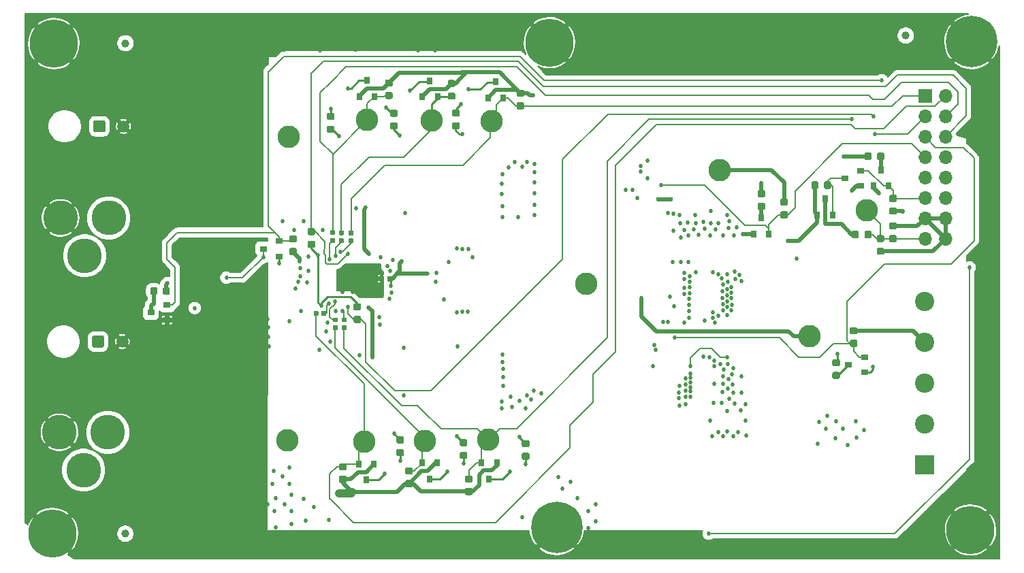
<source format=gbr>
G04 #@! TF.GenerationSoftware,KiCad,Pcbnew,(5.1.5)-3*
G04 #@! TF.CreationDate,2020-07-29T12:33:15-07:00*
G04 #@! TF.ProjectId,Pufferfish-Power-1,50756666-6572-4666-9973-682d506f7765,v0.1*
G04 #@! TF.SameCoordinates,Original*
G04 #@! TF.FileFunction,Copper,L4,Bot*
G04 #@! TF.FilePolarity,Positive*
%FSLAX46Y46*%
G04 Gerber Fmt 4.6, Leading zero omitted, Abs format (unit mm)*
G04 Created by KiCad (PCBNEW (5.1.5)-3) date 2020-07-29 12:33:15*
%MOMM*%
%LPD*%
G04 APERTURE LIST*
%ADD10C,0.100000*%
%ADD11C,0.533400*%
%ADD12R,2.400000X2.400000*%
%ADD13C,2.400000*%
%ADD14O,1.700000X1.700000*%
%ADD15R,1.700000X1.700000*%
%ADD16C,2.800000*%
%ADD17R,0.800000X0.900000*%
%ADD18C,1.500000*%
%ADD19C,0.800000*%
%ADD20C,6.000000*%
%ADD21C,6.400000*%
%ADD22R,0.900000X0.800000*%
%ADD23C,4.318000*%
%ADD24C,1.000000*%
%ADD25C,0.520700*%
%ADD26C,0.508000*%
%ADD27C,0.254000*%
%ADD28C,0.203200*%
%ADD29C,1.016000*%
%ADD30C,0.127000*%
G04 APERTURE END LIST*
G04 #@! TA.AperFunction,Conductor*
D10*
G36*
X171676852Y-91343002D02*
G01*
X171688986Y-91344802D01*
X171700886Y-91347782D01*
X171712435Y-91351915D01*
X171723525Y-91357160D01*
X171734046Y-91363466D01*
X171743899Y-91370774D01*
X171752988Y-91379012D01*
X171761226Y-91388101D01*
X171768534Y-91397954D01*
X171774840Y-91408475D01*
X171780085Y-91419565D01*
X171784218Y-91431114D01*
X171787198Y-91443014D01*
X171788998Y-91455148D01*
X171789600Y-91467400D01*
X171789600Y-91717400D01*
X171788998Y-91729652D01*
X171787198Y-91741786D01*
X171784218Y-91753686D01*
X171780085Y-91765235D01*
X171774840Y-91776325D01*
X171768534Y-91786846D01*
X171761226Y-91796699D01*
X171752988Y-91805788D01*
X171743899Y-91814026D01*
X171734046Y-91821334D01*
X171723525Y-91827640D01*
X171712435Y-91832885D01*
X171700886Y-91837018D01*
X171688986Y-91839998D01*
X171676852Y-91841798D01*
X171664600Y-91842400D01*
X169914600Y-91842400D01*
X169902348Y-91841798D01*
X169890214Y-91839998D01*
X169878314Y-91837018D01*
X169866765Y-91832885D01*
X169855675Y-91827640D01*
X169845154Y-91821334D01*
X169835301Y-91814026D01*
X169826212Y-91805788D01*
X169817974Y-91796699D01*
X169810666Y-91786846D01*
X169804360Y-91776325D01*
X169799115Y-91765235D01*
X169794982Y-91753686D01*
X169792002Y-91741786D01*
X169790202Y-91729652D01*
X169789600Y-91717400D01*
X169789600Y-91467400D01*
X169790202Y-91455148D01*
X169792002Y-91443014D01*
X169794982Y-91431114D01*
X169799115Y-91419565D01*
X169804360Y-91408475D01*
X169810666Y-91397954D01*
X169817974Y-91388101D01*
X169826212Y-91379012D01*
X169835301Y-91370774D01*
X169845154Y-91363466D01*
X169855675Y-91357160D01*
X169866765Y-91351915D01*
X169878314Y-91347782D01*
X169890214Y-91344802D01*
X169902348Y-91343002D01*
X169914600Y-91342400D01*
X171664600Y-91342400D01*
X171676852Y-91343002D01*
G37*
G04 #@! TD.AperFunction*
D11*
X171539600Y-91592400D03*
X170789600Y-91592400D03*
X170039600Y-91592400D03*
D12*
X203098400Y-124612400D03*
D13*
X203098400Y-119532400D03*
X203098400Y-114452400D03*
X203098400Y-109372400D03*
X203098400Y-104292400D03*
D14*
X205714600Y-96520000D03*
X203174600Y-96520000D03*
X205714600Y-93980000D03*
X203174600Y-93980000D03*
X205714600Y-91440000D03*
X203174600Y-91440000D03*
X205714600Y-88900000D03*
X203174600Y-88900000D03*
X205714600Y-86360000D03*
X203174600Y-86360000D03*
X205714600Y-83820000D03*
X203174600Y-83820000D03*
X205714600Y-81280000D03*
X203174600Y-81280000D03*
X205714600Y-78740000D03*
D15*
X203174600Y-78740000D03*
G04 #@! TA.AperFunction,SMDPad,CuDef*
D10*
G36*
X199464491Y-94483253D02*
G01*
X199485726Y-94486403D01*
X199506550Y-94491619D01*
X199526762Y-94498851D01*
X199546168Y-94508030D01*
X199564581Y-94519066D01*
X199581824Y-94531854D01*
X199597730Y-94546270D01*
X199612146Y-94562176D01*
X199624934Y-94579419D01*
X199635970Y-94597832D01*
X199645149Y-94617238D01*
X199652381Y-94637450D01*
X199657597Y-94658274D01*
X199660747Y-94679509D01*
X199661800Y-94700950D01*
X199661800Y-95138450D01*
X199660747Y-95159891D01*
X199657597Y-95181126D01*
X199652381Y-95201950D01*
X199645149Y-95222162D01*
X199635970Y-95241568D01*
X199624934Y-95259981D01*
X199612146Y-95277224D01*
X199597730Y-95293130D01*
X199581824Y-95307546D01*
X199564581Y-95320334D01*
X199546168Y-95331370D01*
X199526762Y-95340549D01*
X199506550Y-95347781D01*
X199485726Y-95352997D01*
X199464491Y-95356147D01*
X199443050Y-95357200D01*
X198930550Y-95357200D01*
X198909109Y-95356147D01*
X198887874Y-95352997D01*
X198867050Y-95347781D01*
X198846838Y-95340549D01*
X198827432Y-95331370D01*
X198809019Y-95320334D01*
X198791776Y-95307546D01*
X198775870Y-95293130D01*
X198761454Y-95277224D01*
X198748666Y-95259981D01*
X198737630Y-95241568D01*
X198728451Y-95222162D01*
X198721219Y-95201950D01*
X198716003Y-95181126D01*
X198712853Y-95159891D01*
X198711800Y-95138450D01*
X198711800Y-94700950D01*
X198712853Y-94679509D01*
X198716003Y-94658274D01*
X198721219Y-94637450D01*
X198728451Y-94617238D01*
X198737630Y-94597832D01*
X198748666Y-94579419D01*
X198761454Y-94562176D01*
X198775870Y-94546270D01*
X198791776Y-94531854D01*
X198809019Y-94519066D01*
X198827432Y-94508030D01*
X198846838Y-94498851D01*
X198867050Y-94491619D01*
X198887874Y-94486403D01*
X198909109Y-94483253D01*
X198930550Y-94482200D01*
X199443050Y-94482200D01*
X199464491Y-94483253D01*
G37*
G04 #@! TD.AperFunction*
G04 #@! TA.AperFunction,SMDPad,CuDef*
G36*
X199464491Y-96058253D02*
G01*
X199485726Y-96061403D01*
X199506550Y-96066619D01*
X199526762Y-96073851D01*
X199546168Y-96083030D01*
X199564581Y-96094066D01*
X199581824Y-96106854D01*
X199597730Y-96121270D01*
X199612146Y-96137176D01*
X199624934Y-96154419D01*
X199635970Y-96172832D01*
X199645149Y-96192238D01*
X199652381Y-96212450D01*
X199657597Y-96233274D01*
X199660747Y-96254509D01*
X199661800Y-96275950D01*
X199661800Y-96713450D01*
X199660747Y-96734891D01*
X199657597Y-96756126D01*
X199652381Y-96776950D01*
X199645149Y-96797162D01*
X199635970Y-96816568D01*
X199624934Y-96834981D01*
X199612146Y-96852224D01*
X199597730Y-96868130D01*
X199581824Y-96882546D01*
X199564581Y-96895334D01*
X199546168Y-96906370D01*
X199526762Y-96915549D01*
X199506550Y-96922781D01*
X199485726Y-96927997D01*
X199464491Y-96931147D01*
X199443050Y-96932200D01*
X198930550Y-96932200D01*
X198909109Y-96931147D01*
X198887874Y-96927997D01*
X198867050Y-96922781D01*
X198846838Y-96915549D01*
X198827432Y-96906370D01*
X198809019Y-96895334D01*
X198791776Y-96882546D01*
X198775870Y-96868130D01*
X198761454Y-96852224D01*
X198748666Y-96834981D01*
X198737630Y-96816568D01*
X198728451Y-96797162D01*
X198721219Y-96776950D01*
X198716003Y-96756126D01*
X198712853Y-96734891D01*
X198711800Y-96713450D01*
X198711800Y-96275950D01*
X198712853Y-96254509D01*
X198716003Y-96233274D01*
X198721219Y-96212450D01*
X198728451Y-96192238D01*
X198737630Y-96172832D01*
X198748666Y-96154419D01*
X198761454Y-96137176D01*
X198775870Y-96121270D01*
X198791776Y-96106854D01*
X198809019Y-96094066D01*
X198827432Y-96083030D01*
X198846838Y-96073851D01*
X198867050Y-96066619D01*
X198887874Y-96061403D01*
X198909109Y-96058253D01*
X198930550Y-96057200D01*
X199443050Y-96057200D01*
X199464491Y-96058253D01*
G37*
G04 #@! TD.AperFunction*
D16*
X177622200Y-87960200D03*
X188849000Y-108635800D03*
X195910200Y-92964000D03*
X148894800Y-121539000D03*
X149263100Y-81838800D03*
X141795500Y-81762600D03*
X141020800Y-121640600D03*
X133819900Y-81686400D03*
X133410400Y-121782000D03*
X123850400Y-121564400D03*
X124079000Y-83794600D03*
X161061400Y-102108000D03*
D17*
X148971000Y-126374400D03*
X149921000Y-124374400D03*
X148021000Y-124374400D03*
X149783800Y-76965300D03*
X148833800Y-78965300D03*
X150733800Y-78965300D03*
X141554200Y-126399800D03*
X142504200Y-124399800D03*
X140604200Y-124399800D03*
X141617700Y-76863700D03*
X140667700Y-78863700D03*
X142567700Y-78863700D03*
X133705600Y-126526800D03*
X134655600Y-124526800D03*
X132755600Y-124526800D03*
X133769100Y-76800200D03*
X132819100Y-78800200D03*
X134719100Y-78800200D03*
D18*
X103355400Y-109296200D03*
G04 #@! TA.AperFunction,ComponentPad*
D10*
G36*
X100879904Y-108547404D02*
G01*
X100904173Y-108551004D01*
X100927971Y-108556965D01*
X100951071Y-108565230D01*
X100973249Y-108575720D01*
X100994293Y-108588333D01*
X101013998Y-108602947D01*
X101032177Y-108619423D01*
X101048653Y-108637602D01*
X101063267Y-108657307D01*
X101075880Y-108678351D01*
X101086370Y-108700529D01*
X101094635Y-108723629D01*
X101100596Y-108747427D01*
X101104196Y-108771696D01*
X101105400Y-108796200D01*
X101105400Y-109796200D01*
X101104196Y-109820704D01*
X101100596Y-109844973D01*
X101094635Y-109868771D01*
X101086370Y-109891871D01*
X101075880Y-109914049D01*
X101063267Y-109935093D01*
X101048653Y-109954798D01*
X101032177Y-109972977D01*
X101013998Y-109989453D01*
X100994293Y-110004067D01*
X100973249Y-110016680D01*
X100951071Y-110027170D01*
X100927971Y-110035435D01*
X100904173Y-110041396D01*
X100879904Y-110044996D01*
X100855400Y-110046200D01*
X99855400Y-110046200D01*
X99830896Y-110044996D01*
X99806627Y-110041396D01*
X99782829Y-110035435D01*
X99759729Y-110027170D01*
X99737551Y-110016680D01*
X99716507Y-110004067D01*
X99696802Y-109989453D01*
X99678623Y-109972977D01*
X99662147Y-109954798D01*
X99647533Y-109935093D01*
X99634920Y-109914049D01*
X99624430Y-109891871D01*
X99616165Y-109868771D01*
X99610204Y-109844973D01*
X99606604Y-109820704D01*
X99605400Y-109796200D01*
X99605400Y-108796200D01*
X99606604Y-108771696D01*
X99610204Y-108747427D01*
X99616165Y-108723629D01*
X99624430Y-108700529D01*
X99634920Y-108678351D01*
X99647533Y-108657307D01*
X99662147Y-108637602D01*
X99678623Y-108619423D01*
X99696802Y-108602947D01*
X99716507Y-108588333D01*
X99737551Y-108575720D01*
X99759729Y-108565230D01*
X99782829Y-108556965D01*
X99806627Y-108551004D01*
X99830896Y-108547404D01*
X99855400Y-108546200D01*
X100855400Y-108546200D01*
X100879904Y-108547404D01*
G37*
G04 #@! TD.AperFunction*
D18*
X103509800Y-82524600D03*
G04 #@! TA.AperFunction,ComponentPad*
D10*
G36*
X101034304Y-81775804D02*
G01*
X101058573Y-81779404D01*
X101082371Y-81785365D01*
X101105471Y-81793630D01*
X101127649Y-81804120D01*
X101148693Y-81816733D01*
X101168398Y-81831347D01*
X101186577Y-81847823D01*
X101203053Y-81866002D01*
X101217667Y-81885707D01*
X101230280Y-81906751D01*
X101240770Y-81928929D01*
X101249035Y-81952029D01*
X101254996Y-81975827D01*
X101258596Y-82000096D01*
X101259800Y-82024600D01*
X101259800Y-83024600D01*
X101258596Y-83049104D01*
X101254996Y-83073373D01*
X101249035Y-83097171D01*
X101240770Y-83120271D01*
X101230280Y-83142449D01*
X101217667Y-83163493D01*
X101203053Y-83183198D01*
X101186577Y-83201377D01*
X101168398Y-83217853D01*
X101148693Y-83232467D01*
X101127649Y-83245080D01*
X101105471Y-83255570D01*
X101082371Y-83263835D01*
X101058573Y-83269796D01*
X101034304Y-83273396D01*
X101009800Y-83274600D01*
X100009800Y-83274600D01*
X99985296Y-83273396D01*
X99961027Y-83269796D01*
X99937229Y-83263835D01*
X99914129Y-83255570D01*
X99891951Y-83245080D01*
X99870907Y-83232467D01*
X99851202Y-83217853D01*
X99833023Y-83201377D01*
X99816547Y-83183198D01*
X99801933Y-83163493D01*
X99789320Y-83142449D01*
X99778830Y-83120271D01*
X99770565Y-83097171D01*
X99764604Y-83073373D01*
X99761004Y-83049104D01*
X99759800Y-83024600D01*
X99759800Y-82024600D01*
X99761004Y-82000096D01*
X99764604Y-81975827D01*
X99770565Y-81952029D01*
X99778830Y-81928929D01*
X99789320Y-81906751D01*
X99801933Y-81885707D01*
X99816547Y-81866002D01*
X99833023Y-81847823D01*
X99851202Y-81831347D01*
X99870907Y-81816733D01*
X99891951Y-81804120D01*
X99914129Y-81793630D01*
X99937229Y-81785365D01*
X99961027Y-81779404D01*
X99985296Y-81775804D01*
X100009800Y-81774600D01*
X101009800Y-81774600D01*
X101034304Y-81775804D01*
G37*
G04 #@! TD.AperFunction*
D19*
X96282190Y-131581210D03*
X94691200Y-130922200D03*
X93100210Y-131581210D03*
X92441200Y-133172200D03*
X93100210Y-134763190D03*
X94691200Y-135422200D03*
X96282190Y-134763190D03*
X96941200Y-133172200D03*
D20*
X94691200Y-133172200D03*
D19*
X158080390Y-70519610D03*
X156489400Y-69860600D03*
X154898410Y-70519610D03*
X154239400Y-72110600D03*
X154898410Y-73701590D03*
X156489400Y-74360600D03*
X158080390Y-73701590D03*
X158739400Y-72110600D03*
D20*
X156489400Y-72110600D03*
D19*
X96434590Y-70646610D03*
X94843600Y-69987600D03*
X93252610Y-70646610D03*
X92593600Y-72237600D03*
X93252610Y-73828590D03*
X94843600Y-74487600D03*
X96434590Y-73828590D03*
X97093600Y-72237600D03*
D20*
X94843600Y-72237600D03*
D19*
X159075456Y-130763944D03*
X157378400Y-130061000D03*
X155681344Y-130763944D03*
X154978400Y-132461000D03*
X155681344Y-134158056D03*
X157378400Y-134861000D03*
X159075456Y-134158056D03*
X159778400Y-132461000D03*
D21*
X157378400Y-132461000D03*
D19*
X210429790Y-131149410D03*
X208838800Y-130490400D03*
X207247810Y-131149410D03*
X206588800Y-132740400D03*
X207247810Y-134331390D03*
X208838800Y-134990400D03*
X210429790Y-134331390D03*
X211088800Y-132740400D03*
D20*
X208838800Y-132740400D03*
D19*
X210662856Y-70311944D03*
X208965800Y-69609000D03*
X207268744Y-70311944D03*
X206565800Y-72009000D03*
X207268744Y-73706056D03*
X208965800Y-74409000D03*
X210662856Y-73706056D03*
X211365800Y-72009000D03*
D21*
X208965800Y-72009000D03*
G04 #@! TA.AperFunction,SMDPad,CuDef*
D10*
G36*
X145133891Y-80437053D02*
G01*
X145155126Y-80440203D01*
X145175950Y-80445419D01*
X145196162Y-80452651D01*
X145215568Y-80461830D01*
X145233981Y-80472866D01*
X145251224Y-80485654D01*
X145267130Y-80500070D01*
X145281546Y-80515976D01*
X145294334Y-80533219D01*
X145305370Y-80551632D01*
X145314549Y-80571038D01*
X145321781Y-80591250D01*
X145326997Y-80612074D01*
X145330147Y-80633309D01*
X145331200Y-80654750D01*
X145331200Y-81092250D01*
X145330147Y-81113691D01*
X145326997Y-81134926D01*
X145321781Y-81155750D01*
X145314549Y-81175962D01*
X145305370Y-81195368D01*
X145294334Y-81213781D01*
X145281546Y-81231024D01*
X145267130Y-81246930D01*
X145251224Y-81261346D01*
X145233981Y-81274134D01*
X145215568Y-81285170D01*
X145196162Y-81294349D01*
X145175950Y-81301581D01*
X145155126Y-81306797D01*
X145133891Y-81309947D01*
X145112450Y-81311000D01*
X144599950Y-81311000D01*
X144578509Y-81309947D01*
X144557274Y-81306797D01*
X144536450Y-81301581D01*
X144516238Y-81294349D01*
X144496832Y-81285170D01*
X144478419Y-81274134D01*
X144461176Y-81261346D01*
X144445270Y-81246930D01*
X144430854Y-81231024D01*
X144418066Y-81213781D01*
X144407030Y-81195368D01*
X144397851Y-81175962D01*
X144390619Y-81155750D01*
X144385403Y-81134926D01*
X144382253Y-81113691D01*
X144381200Y-81092250D01*
X144381200Y-80654750D01*
X144382253Y-80633309D01*
X144385403Y-80612074D01*
X144390619Y-80591250D01*
X144397851Y-80571038D01*
X144407030Y-80551632D01*
X144418066Y-80533219D01*
X144430854Y-80515976D01*
X144445270Y-80500070D01*
X144461176Y-80485654D01*
X144478419Y-80472866D01*
X144496832Y-80461830D01*
X144516238Y-80452651D01*
X144536450Y-80445419D01*
X144557274Y-80440203D01*
X144578509Y-80437053D01*
X144599950Y-80436000D01*
X145112450Y-80436000D01*
X145133891Y-80437053D01*
G37*
G04 #@! TD.AperFunction*
G04 #@! TA.AperFunction,SMDPad,CuDef*
G36*
X145133891Y-82012053D02*
G01*
X145155126Y-82015203D01*
X145175950Y-82020419D01*
X145196162Y-82027651D01*
X145215568Y-82036830D01*
X145233981Y-82047866D01*
X145251224Y-82060654D01*
X145267130Y-82075070D01*
X145281546Y-82090976D01*
X145294334Y-82108219D01*
X145305370Y-82126632D01*
X145314549Y-82146038D01*
X145321781Y-82166250D01*
X145326997Y-82187074D01*
X145330147Y-82208309D01*
X145331200Y-82229750D01*
X145331200Y-82667250D01*
X145330147Y-82688691D01*
X145326997Y-82709926D01*
X145321781Y-82730750D01*
X145314549Y-82750962D01*
X145305370Y-82770368D01*
X145294334Y-82788781D01*
X145281546Y-82806024D01*
X145267130Y-82821930D01*
X145251224Y-82836346D01*
X145233981Y-82849134D01*
X145215568Y-82860170D01*
X145196162Y-82869349D01*
X145175950Y-82876581D01*
X145155126Y-82881797D01*
X145133891Y-82884947D01*
X145112450Y-82886000D01*
X144599950Y-82886000D01*
X144578509Y-82884947D01*
X144557274Y-82881797D01*
X144536450Y-82876581D01*
X144516238Y-82869349D01*
X144496832Y-82860170D01*
X144478419Y-82849134D01*
X144461176Y-82836346D01*
X144445270Y-82821930D01*
X144430854Y-82806024D01*
X144418066Y-82788781D01*
X144407030Y-82770368D01*
X144397851Y-82750962D01*
X144390619Y-82730750D01*
X144385403Y-82709926D01*
X144382253Y-82688691D01*
X144381200Y-82667250D01*
X144381200Y-82229750D01*
X144382253Y-82208309D01*
X144385403Y-82187074D01*
X144390619Y-82166250D01*
X144397851Y-82146038D01*
X144407030Y-82126632D01*
X144418066Y-82108219D01*
X144430854Y-82090976D01*
X144445270Y-82075070D01*
X144461176Y-82060654D01*
X144478419Y-82047866D01*
X144496832Y-82036830D01*
X144516238Y-82027651D01*
X144536450Y-82020419D01*
X144557274Y-82015203D01*
X144578509Y-82012053D01*
X144599950Y-82011000D01*
X145112450Y-82011000D01*
X145133891Y-82012053D01*
G37*
G04 #@! TD.AperFunction*
G04 #@! TA.AperFunction,SMDPad,CuDef*
G36*
X153795291Y-123134653D02*
G01*
X153816526Y-123137803D01*
X153837350Y-123143019D01*
X153857562Y-123150251D01*
X153876968Y-123159430D01*
X153895381Y-123170466D01*
X153912624Y-123183254D01*
X153928530Y-123197670D01*
X153942946Y-123213576D01*
X153955734Y-123230819D01*
X153966770Y-123249232D01*
X153975949Y-123268638D01*
X153983181Y-123288850D01*
X153988397Y-123309674D01*
X153991547Y-123330909D01*
X153992600Y-123352350D01*
X153992600Y-123789850D01*
X153991547Y-123811291D01*
X153988397Y-123832526D01*
X153983181Y-123853350D01*
X153975949Y-123873562D01*
X153966770Y-123892968D01*
X153955734Y-123911381D01*
X153942946Y-123928624D01*
X153928530Y-123944530D01*
X153912624Y-123958946D01*
X153895381Y-123971734D01*
X153876968Y-123982770D01*
X153857562Y-123991949D01*
X153837350Y-123999181D01*
X153816526Y-124004397D01*
X153795291Y-124007547D01*
X153773850Y-124008600D01*
X153261350Y-124008600D01*
X153239909Y-124007547D01*
X153218674Y-124004397D01*
X153197850Y-123999181D01*
X153177638Y-123991949D01*
X153158232Y-123982770D01*
X153139819Y-123971734D01*
X153122576Y-123958946D01*
X153106670Y-123944530D01*
X153092254Y-123928624D01*
X153079466Y-123911381D01*
X153068430Y-123892968D01*
X153059251Y-123873562D01*
X153052019Y-123853350D01*
X153046803Y-123832526D01*
X153043653Y-123811291D01*
X153042600Y-123789850D01*
X153042600Y-123352350D01*
X153043653Y-123330909D01*
X153046803Y-123309674D01*
X153052019Y-123288850D01*
X153059251Y-123268638D01*
X153068430Y-123249232D01*
X153079466Y-123230819D01*
X153092254Y-123213576D01*
X153106670Y-123197670D01*
X153122576Y-123183254D01*
X153139819Y-123170466D01*
X153158232Y-123159430D01*
X153177638Y-123150251D01*
X153197850Y-123143019D01*
X153218674Y-123137803D01*
X153239909Y-123134653D01*
X153261350Y-123133600D01*
X153773850Y-123133600D01*
X153795291Y-123134653D01*
G37*
G04 #@! TD.AperFunction*
G04 #@! TA.AperFunction,SMDPad,CuDef*
G36*
X153795291Y-121559653D02*
G01*
X153816526Y-121562803D01*
X153837350Y-121568019D01*
X153857562Y-121575251D01*
X153876968Y-121584430D01*
X153895381Y-121595466D01*
X153912624Y-121608254D01*
X153928530Y-121622670D01*
X153942946Y-121638576D01*
X153955734Y-121655819D01*
X153966770Y-121674232D01*
X153975949Y-121693638D01*
X153983181Y-121713850D01*
X153988397Y-121734674D01*
X153991547Y-121755909D01*
X153992600Y-121777350D01*
X153992600Y-122214850D01*
X153991547Y-122236291D01*
X153988397Y-122257526D01*
X153983181Y-122278350D01*
X153975949Y-122298562D01*
X153966770Y-122317968D01*
X153955734Y-122336381D01*
X153942946Y-122353624D01*
X153928530Y-122369530D01*
X153912624Y-122383946D01*
X153895381Y-122396734D01*
X153876968Y-122407770D01*
X153857562Y-122416949D01*
X153837350Y-122424181D01*
X153816526Y-122429397D01*
X153795291Y-122432547D01*
X153773850Y-122433600D01*
X153261350Y-122433600D01*
X153239909Y-122432547D01*
X153218674Y-122429397D01*
X153197850Y-122424181D01*
X153177638Y-122416949D01*
X153158232Y-122407770D01*
X153139819Y-122396734D01*
X153122576Y-122383946D01*
X153106670Y-122369530D01*
X153092254Y-122353624D01*
X153079466Y-122336381D01*
X153068430Y-122317968D01*
X153059251Y-122298562D01*
X153052019Y-122278350D01*
X153046803Y-122257526D01*
X153043653Y-122236291D01*
X153042600Y-122214850D01*
X153042600Y-121777350D01*
X153043653Y-121755909D01*
X153046803Y-121734674D01*
X153052019Y-121713850D01*
X153059251Y-121693638D01*
X153068430Y-121674232D01*
X153079466Y-121655819D01*
X153092254Y-121638576D01*
X153106670Y-121622670D01*
X153122576Y-121608254D01*
X153139819Y-121595466D01*
X153158232Y-121584430D01*
X153177638Y-121575251D01*
X153197850Y-121568019D01*
X153218674Y-121562803D01*
X153239909Y-121559653D01*
X153261350Y-121558600D01*
X153773850Y-121558600D01*
X153795291Y-121559653D01*
G37*
G04 #@! TD.AperFunction*
G04 #@! TA.AperFunction,SMDPad,CuDef*
G36*
X137399591Y-80462453D02*
G01*
X137420826Y-80465603D01*
X137441650Y-80470819D01*
X137461862Y-80478051D01*
X137481268Y-80487230D01*
X137499681Y-80498266D01*
X137516924Y-80511054D01*
X137532830Y-80525470D01*
X137547246Y-80541376D01*
X137560034Y-80558619D01*
X137571070Y-80577032D01*
X137580249Y-80596438D01*
X137587481Y-80616650D01*
X137592697Y-80637474D01*
X137595847Y-80658709D01*
X137596900Y-80680150D01*
X137596900Y-81117650D01*
X137595847Y-81139091D01*
X137592697Y-81160326D01*
X137587481Y-81181150D01*
X137580249Y-81201362D01*
X137571070Y-81220768D01*
X137560034Y-81239181D01*
X137547246Y-81256424D01*
X137532830Y-81272330D01*
X137516924Y-81286746D01*
X137499681Y-81299534D01*
X137481268Y-81310570D01*
X137461862Y-81319749D01*
X137441650Y-81326981D01*
X137420826Y-81332197D01*
X137399591Y-81335347D01*
X137378150Y-81336400D01*
X136865650Y-81336400D01*
X136844209Y-81335347D01*
X136822974Y-81332197D01*
X136802150Y-81326981D01*
X136781938Y-81319749D01*
X136762532Y-81310570D01*
X136744119Y-81299534D01*
X136726876Y-81286746D01*
X136710970Y-81272330D01*
X136696554Y-81256424D01*
X136683766Y-81239181D01*
X136672730Y-81220768D01*
X136663551Y-81201362D01*
X136656319Y-81181150D01*
X136651103Y-81160326D01*
X136647953Y-81139091D01*
X136646900Y-81117650D01*
X136646900Y-80680150D01*
X136647953Y-80658709D01*
X136651103Y-80637474D01*
X136656319Y-80616650D01*
X136663551Y-80596438D01*
X136672730Y-80577032D01*
X136683766Y-80558619D01*
X136696554Y-80541376D01*
X136710970Y-80525470D01*
X136726876Y-80511054D01*
X136744119Y-80498266D01*
X136762532Y-80487230D01*
X136781938Y-80478051D01*
X136802150Y-80470819D01*
X136822974Y-80465603D01*
X136844209Y-80462453D01*
X136865650Y-80461400D01*
X137378150Y-80461400D01*
X137399591Y-80462453D01*
G37*
G04 #@! TD.AperFunction*
G04 #@! TA.AperFunction,SMDPad,CuDef*
G36*
X137399591Y-82037453D02*
G01*
X137420826Y-82040603D01*
X137441650Y-82045819D01*
X137461862Y-82053051D01*
X137481268Y-82062230D01*
X137499681Y-82073266D01*
X137516924Y-82086054D01*
X137532830Y-82100470D01*
X137547246Y-82116376D01*
X137560034Y-82133619D01*
X137571070Y-82152032D01*
X137580249Y-82171438D01*
X137587481Y-82191650D01*
X137592697Y-82212474D01*
X137595847Y-82233709D01*
X137596900Y-82255150D01*
X137596900Y-82692650D01*
X137595847Y-82714091D01*
X137592697Y-82735326D01*
X137587481Y-82756150D01*
X137580249Y-82776362D01*
X137571070Y-82795768D01*
X137560034Y-82814181D01*
X137547246Y-82831424D01*
X137532830Y-82847330D01*
X137516924Y-82861746D01*
X137499681Y-82874534D01*
X137481268Y-82885570D01*
X137461862Y-82894749D01*
X137441650Y-82901981D01*
X137420826Y-82907197D01*
X137399591Y-82910347D01*
X137378150Y-82911400D01*
X136865650Y-82911400D01*
X136844209Y-82910347D01*
X136822974Y-82907197D01*
X136802150Y-82901981D01*
X136781938Y-82894749D01*
X136762532Y-82885570D01*
X136744119Y-82874534D01*
X136726876Y-82861746D01*
X136710970Y-82847330D01*
X136696554Y-82831424D01*
X136683766Y-82814181D01*
X136672730Y-82795768D01*
X136663551Y-82776362D01*
X136656319Y-82756150D01*
X136651103Y-82735326D01*
X136647953Y-82714091D01*
X136646900Y-82692650D01*
X136646900Y-82255150D01*
X136647953Y-82233709D01*
X136651103Y-82212474D01*
X136656319Y-82191650D01*
X136663551Y-82171438D01*
X136672730Y-82152032D01*
X136683766Y-82133619D01*
X136696554Y-82116376D01*
X136710970Y-82100470D01*
X136726876Y-82086054D01*
X136744119Y-82073266D01*
X136762532Y-82062230D01*
X136781938Y-82053051D01*
X136802150Y-82045819D01*
X136822974Y-82040603D01*
X136844209Y-82037453D01*
X136865650Y-82036400D01*
X137378150Y-82036400D01*
X137399591Y-82037453D01*
G37*
G04 #@! TD.AperFunction*
G04 #@! TA.AperFunction,SMDPad,CuDef*
G36*
X146073691Y-123033053D02*
G01*
X146094926Y-123036203D01*
X146115750Y-123041419D01*
X146135962Y-123048651D01*
X146155368Y-123057830D01*
X146173781Y-123068866D01*
X146191024Y-123081654D01*
X146206930Y-123096070D01*
X146221346Y-123111976D01*
X146234134Y-123129219D01*
X146245170Y-123147632D01*
X146254349Y-123167038D01*
X146261581Y-123187250D01*
X146266797Y-123208074D01*
X146269947Y-123229309D01*
X146271000Y-123250750D01*
X146271000Y-123688250D01*
X146269947Y-123709691D01*
X146266797Y-123730926D01*
X146261581Y-123751750D01*
X146254349Y-123771962D01*
X146245170Y-123791368D01*
X146234134Y-123809781D01*
X146221346Y-123827024D01*
X146206930Y-123842930D01*
X146191024Y-123857346D01*
X146173781Y-123870134D01*
X146155368Y-123881170D01*
X146135962Y-123890349D01*
X146115750Y-123897581D01*
X146094926Y-123902797D01*
X146073691Y-123905947D01*
X146052250Y-123907000D01*
X145539750Y-123907000D01*
X145518309Y-123905947D01*
X145497074Y-123902797D01*
X145476250Y-123897581D01*
X145456038Y-123890349D01*
X145436632Y-123881170D01*
X145418219Y-123870134D01*
X145400976Y-123857346D01*
X145385070Y-123842930D01*
X145370654Y-123827024D01*
X145357866Y-123809781D01*
X145346830Y-123791368D01*
X145337651Y-123771962D01*
X145330419Y-123751750D01*
X145325203Y-123730926D01*
X145322053Y-123709691D01*
X145321000Y-123688250D01*
X145321000Y-123250750D01*
X145322053Y-123229309D01*
X145325203Y-123208074D01*
X145330419Y-123187250D01*
X145337651Y-123167038D01*
X145346830Y-123147632D01*
X145357866Y-123129219D01*
X145370654Y-123111976D01*
X145385070Y-123096070D01*
X145400976Y-123081654D01*
X145418219Y-123068866D01*
X145436632Y-123057830D01*
X145456038Y-123048651D01*
X145476250Y-123041419D01*
X145497074Y-123036203D01*
X145518309Y-123033053D01*
X145539750Y-123032000D01*
X146052250Y-123032000D01*
X146073691Y-123033053D01*
G37*
G04 #@! TD.AperFunction*
G04 #@! TA.AperFunction,SMDPad,CuDef*
G36*
X146073691Y-121458053D02*
G01*
X146094926Y-121461203D01*
X146115750Y-121466419D01*
X146135962Y-121473651D01*
X146155368Y-121482830D01*
X146173781Y-121493866D01*
X146191024Y-121506654D01*
X146206930Y-121521070D01*
X146221346Y-121536976D01*
X146234134Y-121554219D01*
X146245170Y-121572632D01*
X146254349Y-121592038D01*
X146261581Y-121612250D01*
X146266797Y-121633074D01*
X146269947Y-121654309D01*
X146271000Y-121675750D01*
X146271000Y-122113250D01*
X146269947Y-122134691D01*
X146266797Y-122155926D01*
X146261581Y-122176750D01*
X146254349Y-122196962D01*
X146245170Y-122216368D01*
X146234134Y-122234781D01*
X146221346Y-122252024D01*
X146206930Y-122267930D01*
X146191024Y-122282346D01*
X146173781Y-122295134D01*
X146155368Y-122306170D01*
X146135962Y-122315349D01*
X146115750Y-122322581D01*
X146094926Y-122327797D01*
X146073691Y-122330947D01*
X146052250Y-122332000D01*
X145539750Y-122332000D01*
X145518309Y-122330947D01*
X145497074Y-122327797D01*
X145476250Y-122322581D01*
X145456038Y-122315349D01*
X145436632Y-122306170D01*
X145418219Y-122295134D01*
X145400976Y-122282346D01*
X145385070Y-122267930D01*
X145370654Y-122252024D01*
X145357866Y-122234781D01*
X145346830Y-122216368D01*
X145337651Y-122196962D01*
X145330419Y-122176750D01*
X145325203Y-122155926D01*
X145322053Y-122134691D01*
X145321000Y-122113250D01*
X145321000Y-121675750D01*
X145322053Y-121654309D01*
X145325203Y-121633074D01*
X145330419Y-121612250D01*
X145337651Y-121592038D01*
X145346830Y-121572632D01*
X145357866Y-121554219D01*
X145370654Y-121536976D01*
X145385070Y-121521070D01*
X145400976Y-121506654D01*
X145418219Y-121493866D01*
X145436632Y-121482830D01*
X145456038Y-121473651D01*
X145476250Y-121466419D01*
X145497074Y-121461203D01*
X145518309Y-121458053D01*
X145539750Y-121457000D01*
X146052250Y-121457000D01*
X146073691Y-121458053D01*
G37*
G04 #@! TD.AperFunction*
G04 #@! TA.AperFunction,SMDPad,CuDef*
G36*
X138199691Y-122677453D02*
G01*
X138220926Y-122680603D01*
X138241750Y-122685819D01*
X138261962Y-122693051D01*
X138281368Y-122702230D01*
X138299781Y-122713266D01*
X138317024Y-122726054D01*
X138332930Y-122740470D01*
X138347346Y-122756376D01*
X138360134Y-122773619D01*
X138371170Y-122792032D01*
X138380349Y-122811438D01*
X138387581Y-122831650D01*
X138392797Y-122852474D01*
X138395947Y-122873709D01*
X138397000Y-122895150D01*
X138397000Y-123332650D01*
X138395947Y-123354091D01*
X138392797Y-123375326D01*
X138387581Y-123396150D01*
X138380349Y-123416362D01*
X138371170Y-123435768D01*
X138360134Y-123454181D01*
X138347346Y-123471424D01*
X138332930Y-123487330D01*
X138317024Y-123501746D01*
X138299781Y-123514534D01*
X138281368Y-123525570D01*
X138261962Y-123534749D01*
X138241750Y-123541981D01*
X138220926Y-123547197D01*
X138199691Y-123550347D01*
X138178250Y-123551400D01*
X137665750Y-123551400D01*
X137644309Y-123550347D01*
X137623074Y-123547197D01*
X137602250Y-123541981D01*
X137582038Y-123534749D01*
X137562632Y-123525570D01*
X137544219Y-123514534D01*
X137526976Y-123501746D01*
X137511070Y-123487330D01*
X137496654Y-123471424D01*
X137483866Y-123454181D01*
X137472830Y-123435768D01*
X137463651Y-123416362D01*
X137456419Y-123396150D01*
X137451203Y-123375326D01*
X137448053Y-123354091D01*
X137447000Y-123332650D01*
X137447000Y-122895150D01*
X137448053Y-122873709D01*
X137451203Y-122852474D01*
X137456419Y-122831650D01*
X137463651Y-122811438D01*
X137472830Y-122792032D01*
X137483866Y-122773619D01*
X137496654Y-122756376D01*
X137511070Y-122740470D01*
X137526976Y-122726054D01*
X137544219Y-122713266D01*
X137562632Y-122702230D01*
X137582038Y-122693051D01*
X137602250Y-122685819D01*
X137623074Y-122680603D01*
X137644309Y-122677453D01*
X137665750Y-122676400D01*
X138178250Y-122676400D01*
X138199691Y-122677453D01*
G37*
G04 #@! TD.AperFunction*
G04 #@! TA.AperFunction,SMDPad,CuDef*
G36*
X138199691Y-121102453D02*
G01*
X138220926Y-121105603D01*
X138241750Y-121110819D01*
X138261962Y-121118051D01*
X138281368Y-121127230D01*
X138299781Y-121138266D01*
X138317024Y-121151054D01*
X138332930Y-121165470D01*
X138347346Y-121181376D01*
X138360134Y-121198619D01*
X138371170Y-121217032D01*
X138380349Y-121236438D01*
X138387581Y-121256650D01*
X138392797Y-121277474D01*
X138395947Y-121298709D01*
X138397000Y-121320150D01*
X138397000Y-121757650D01*
X138395947Y-121779091D01*
X138392797Y-121800326D01*
X138387581Y-121821150D01*
X138380349Y-121841362D01*
X138371170Y-121860768D01*
X138360134Y-121879181D01*
X138347346Y-121896424D01*
X138332930Y-121912330D01*
X138317024Y-121926746D01*
X138299781Y-121939534D01*
X138281368Y-121950570D01*
X138261962Y-121959749D01*
X138241750Y-121966981D01*
X138220926Y-121972197D01*
X138199691Y-121975347D01*
X138178250Y-121976400D01*
X137665750Y-121976400D01*
X137644309Y-121975347D01*
X137623074Y-121972197D01*
X137602250Y-121966981D01*
X137582038Y-121959749D01*
X137562632Y-121950570D01*
X137544219Y-121939534D01*
X137526976Y-121926746D01*
X137511070Y-121912330D01*
X137496654Y-121896424D01*
X137483866Y-121879181D01*
X137472830Y-121860768D01*
X137463651Y-121841362D01*
X137456419Y-121821150D01*
X137451203Y-121800326D01*
X137448053Y-121779091D01*
X137447000Y-121757650D01*
X137447000Y-121320150D01*
X137448053Y-121298709D01*
X137451203Y-121277474D01*
X137456419Y-121256650D01*
X137463651Y-121236438D01*
X137472830Y-121217032D01*
X137483866Y-121198619D01*
X137496654Y-121181376D01*
X137511070Y-121165470D01*
X137526976Y-121151054D01*
X137544219Y-121138266D01*
X137562632Y-121127230D01*
X137582038Y-121118051D01*
X137602250Y-121110819D01*
X137623074Y-121105603D01*
X137644309Y-121102453D01*
X137665750Y-121101400D01*
X138178250Y-121101400D01*
X138199691Y-121102453D01*
G37*
G04 #@! TD.AperFunction*
G04 #@! TA.AperFunction,SMDPad,CuDef*
G36*
X129538291Y-80868853D02*
G01*
X129559526Y-80872003D01*
X129580350Y-80877219D01*
X129600562Y-80884451D01*
X129619968Y-80893630D01*
X129638381Y-80904666D01*
X129655624Y-80917454D01*
X129671530Y-80931870D01*
X129685946Y-80947776D01*
X129698734Y-80965019D01*
X129709770Y-80983432D01*
X129718949Y-81002838D01*
X129726181Y-81023050D01*
X129731397Y-81043874D01*
X129734547Y-81065109D01*
X129735600Y-81086550D01*
X129735600Y-81524050D01*
X129734547Y-81545491D01*
X129731397Y-81566726D01*
X129726181Y-81587550D01*
X129718949Y-81607762D01*
X129709770Y-81627168D01*
X129698734Y-81645581D01*
X129685946Y-81662824D01*
X129671530Y-81678730D01*
X129655624Y-81693146D01*
X129638381Y-81705934D01*
X129619968Y-81716970D01*
X129600562Y-81726149D01*
X129580350Y-81733381D01*
X129559526Y-81738597D01*
X129538291Y-81741747D01*
X129516850Y-81742800D01*
X129004350Y-81742800D01*
X128982909Y-81741747D01*
X128961674Y-81738597D01*
X128940850Y-81733381D01*
X128920638Y-81726149D01*
X128901232Y-81716970D01*
X128882819Y-81705934D01*
X128865576Y-81693146D01*
X128849670Y-81678730D01*
X128835254Y-81662824D01*
X128822466Y-81645581D01*
X128811430Y-81627168D01*
X128802251Y-81607762D01*
X128795019Y-81587550D01*
X128789803Y-81566726D01*
X128786653Y-81545491D01*
X128785600Y-81524050D01*
X128785600Y-81086550D01*
X128786653Y-81065109D01*
X128789803Y-81043874D01*
X128795019Y-81023050D01*
X128802251Y-81002838D01*
X128811430Y-80983432D01*
X128822466Y-80965019D01*
X128835254Y-80947776D01*
X128849670Y-80931870D01*
X128865576Y-80917454D01*
X128882819Y-80904666D01*
X128901232Y-80893630D01*
X128920638Y-80884451D01*
X128940850Y-80877219D01*
X128961674Y-80872003D01*
X128982909Y-80868853D01*
X129004350Y-80867800D01*
X129516850Y-80867800D01*
X129538291Y-80868853D01*
G37*
G04 #@! TD.AperFunction*
G04 #@! TA.AperFunction,SMDPad,CuDef*
G36*
X129538291Y-82443853D02*
G01*
X129559526Y-82447003D01*
X129580350Y-82452219D01*
X129600562Y-82459451D01*
X129619968Y-82468630D01*
X129638381Y-82479666D01*
X129655624Y-82492454D01*
X129671530Y-82506870D01*
X129685946Y-82522776D01*
X129698734Y-82540019D01*
X129709770Y-82558432D01*
X129718949Y-82577838D01*
X129726181Y-82598050D01*
X129731397Y-82618874D01*
X129734547Y-82640109D01*
X129735600Y-82661550D01*
X129735600Y-83099050D01*
X129734547Y-83120491D01*
X129731397Y-83141726D01*
X129726181Y-83162550D01*
X129718949Y-83182762D01*
X129709770Y-83202168D01*
X129698734Y-83220581D01*
X129685946Y-83237824D01*
X129671530Y-83253730D01*
X129655624Y-83268146D01*
X129638381Y-83280934D01*
X129619968Y-83291970D01*
X129600562Y-83301149D01*
X129580350Y-83308381D01*
X129559526Y-83313597D01*
X129538291Y-83316747D01*
X129516850Y-83317800D01*
X129004350Y-83317800D01*
X128982909Y-83316747D01*
X128961674Y-83313597D01*
X128940850Y-83308381D01*
X128920638Y-83301149D01*
X128901232Y-83291970D01*
X128882819Y-83280934D01*
X128865576Y-83268146D01*
X128849670Y-83253730D01*
X128835254Y-83237824D01*
X128822466Y-83220581D01*
X128811430Y-83202168D01*
X128802251Y-83182762D01*
X128795019Y-83162550D01*
X128789803Y-83141726D01*
X128786653Y-83120491D01*
X128785600Y-83099050D01*
X128785600Y-82661550D01*
X128786653Y-82640109D01*
X128789803Y-82618874D01*
X128795019Y-82598050D01*
X128802251Y-82577838D01*
X128811430Y-82558432D01*
X128822466Y-82540019D01*
X128835254Y-82522776D01*
X128849670Y-82506870D01*
X128865576Y-82492454D01*
X128882819Y-82479666D01*
X128901232Y-82468630D01*
X128920638Y-82459451D01*
X128940850Y-82452219D01*
X128961674Y-82447003D01*
X128982909Y-82443853D01*
X129004350Y-82442800D01*
X129516850Y-82442800D01*
X129538291Y-82443853D01*
G37*
G04 #@! TD.AperFunction*
G04 #@! TA.AperFunction,SMDPad,CuDef*
G36*
X183106891Y-92045053D02*
G01*
X183128126Y-92048203D01*
X183148950Y-92053419D01*
X183169162Y-92060651D01*
X183188568Y-92069830D01*
X183206981Y-92080866D01*
X183224224Y-92093654D01*
X183240130Y-92108070D01*
X183254546Y-92123976D01*
X183267334Y-92141219D01*
X183278370Y-92159632D01*
X183287549Y-92179038D01*
X183294781Y-92199250D01*
X183299997Y-92220074D01*
X183303147Y-92241309D01*
X183304200Y-92262750D01*
X183304200Y-92700250D01*
X183303147Y-92721691D01*
X183299997Y-92742926D01*
X183294781Y-92763750D01*
X183287549Y-92783962D01*
X183278370Y-92803368D01*
X183267334Y-92821781D01*
X183254546Y-92839024D01*
X183240130Y-92854930D01*
X183224224Y-92869346D01*
X183206981Y-92882134D01*
X183188568Y-92893170D01*
X183169162Y-92902349D01*
X183148950Y-92909581D01*
X183128126Y-92914797D01*
X183106891Y-92917947D01*
X183085450Y-92919000D01*
X182572950Y-92919000D01*
X182551509Y-92917947D01*
X182530274Y-92914797D01*
X182509450Y-92909581D01*
X182489238Y-92902349D01*
X182469832Y-92893170D01*
X182451419Y-92882134D01*
X182434176Y-92869346D01*
X182418270Y-92854930D01*
X182403854Y-92839024D01*
X182391066Y-92821781D01*
X182380030Y-92803368D01*
X182370851Y-92783962D01*
X182363619Y-92763750D01*
X182358403Y-92742926D01*
X182355253Y-92721691D01*
X182354200Y-92700250D01*
X182354200Y-92262750D01*
X182355253Y-92241309D01*
X182358403Y-92220074D01*
X182363619Y-92199250D01*
X182370851Y-92179038D01*
X182380030Y-92159632D01*
X182391066Y-92141219D01*
X182403854Y-92123976D01*
X182418270Y-92108070D01*
X182434176Y-92093654D01*
X182451419Y-92080866D01*
X182469832Y-92069830D01*
X182489238Y-92060651D01*
X182509450Y-92053419D01*
X182530274Y-92048203D01*
X182551509Y-92045053D01*
X182572950Y-92044000D01*
X183085450Y-92044000D01*
X183106891Y-92045053D01*
G37*
G04 #@! TD.AperFunction*
G04 #@! TA.AperFunction,SMDPad,CuDef*
G36*
X183106891Y-90470053D02*
G01*
X183128126Y-90473203D01*
X183148950Y-90478419D01*
X183169162Y-90485651D01*
X183188568Y-90494830D01*
X183206981Y-90505866D01*
X183224224Y-90518654D01*
X183240130Y-90533070D01*
X183254546Y-90548976D01*
X183267334Y-90566219D01*
X183278370Y-90584632D01*
X183287549Y-90604038D01*
X183294781Y-90624250D01*
X183299997Y-90645074D01*
X183303147Y-90666309D01*
X183304200Y-90687750D01*
X183304200Y-91125250D01*
X183303147Y-91146691D01*
X183299997Y-91167926D01*
X183294781Y-91188750D01*
X183287549Y-91208962D01*
X183278370Y-91228368D01*
X183267334Y-91246781D01*
X183254546Y-91264024D01*
X183240130Y-91279930D01*
X183224224Y-91294346D01*
X183206981Y-91307134D01*
X183188568Y-91318170D01*
X183169162Y-91327349D01*
X183148950Y-91334581D01*
X183128126Y-91339797D01*
X183106891Y-91342947D01*
X183085450Y-91344000D01*
X182572950Y-91344000D01*
X182551509Y-91342947D01*
X182530274Y-91339797D01*
X182509450Y-91334581D01*
X182489238Y-91327349D01*
X182469832Y-91318170D01*
X182451419Y-91307134D01*
X182434176Y-91294346D01*
X182418270Y-91279930D01*
X182403854Y-91264024D01*
X182391066Y-91246781D01*
X182380030Y-91228368D01*
X182370851Y-91208962D01*
X182363619Y-91188750D01*
X182358403Y-91167926D01*
X182355253Y-91146691D01*
X182354200Y-91125250D01*
X182354200Y-90687750D01*
X182355253Y-90666309D01*
X182358403Y-90645074D01*
X182363619Y-90624250D01*
X182370851Y-90604038D01*
X182380030Y-90584632D01*
X182391066Y-90566219D01*
X182403854Y-90548976D01*
X182418270Y-90533070D01*
X182434176Y-90518654D01*
X182451419Y-90505866D01*
X182469832Y-90494830D01*
X182489238Y-90485651D01*
X182509450Y-90478419D01*
X182530274Y-90473203D01*
X182551509Y-90470053D01*
X182572950Y-90469000D01*
X183085450Y-90469000D01*
X183106891Y-90470053D01*
G37*
G04 #@! TD.AperFunction*
G04 #@! TA.AperFunction,SMDPad,CuDef*
G36*
X192403291Y-113076253D02*
G01*
X192424526Y-113079403D01*
X192445350Y-113084619D01*
X192465562Y-113091851D01*
X192484968Y-113101030D01*
X192503381Y-113112066D01*
X192520624Y-113124854D01*
X192536530Y-113139270D01*
X192550946Y-113155176D01*
X192563734Y-113172419D01*
X192574770Y-113190832D01*
X192583949Y-113210238D01*
X192591181Y-113230450D01*
X192596397Y-113251274D01*
X192599547Y-113272509D01*
X192600600Y-113293950D01*
X192600600Y-113731450D01*
X192599547Y-113752891D01*
X192596397Y-113774126D01*
X192591181Y-113794950D01*
X192583949Y-113815162D01*
X192574770Y-113834568D01*
X192563734Y-113852981D01*
X192550946Y-113870224D01*
X192536530Y-113886130D01*
X192520624Y-113900546D01*
X192503381Y-113913334D01*
X192484968Y-113924370D01*
X192465562Y-113933549D01*
X192445350Y-113940781D01*
X192424526Y-113945997D01*
X192403291Y-113949147D01*
X192381850Y-113950200D01*
X191869350Y-113950200D01*
X191847909Y-113949147D01*
X191826674Y-113945997D01*
X191805850Y-113940781D01*
X191785638Y-113933549D01*
X191766232Y-113924370D01*
X191747819Y-113913334D01*
X191730576Y-113900546D01*
X191714670Y-113886130D01*
X191700254Y-113870224D01*
X191687466Y-113852981D01*
X191676430Y-113834568D01*
X191667251Y-113815162D01*
X191660019Y-113794950D01*
X191654803Y-113774126D01*
X191651653Y-113752891D01*
X191650600Y-113731450D01*
X191650600Y-113293950D01*
X191651653Y-113272509D01*
X191654803Y-113251274D01*
X191660019Y-113230450D01*
X191667251Y-113210238D01*
X191676430Y-113190832D01*
X191687466Y-113172419D01*
X191700254Y-113155176D01*
X191714670Y-113139270D01*
X191730576Y-113124854D01*
X191747819Y-113112066D01*
X191766232Y-113101030D01*
X191785638Y-113091851D01*
X191805850Y-113084619D01*
X191826674Y-113079403D01*
X191847909Y-113076253D01*
X191869350Y-113075200D01*
X192381850Y-113075200D01*
X192403291Y-113076253D01*
G37*
G04 #@! TD.AperFunction*
G04 #@! TA.AperFunction,SMDPad,CuDef*
G36*
X192403291Y-111501253D02*
G01*
X192424526Y-111504403D01*
X192445350Y-111509619D01*
X192465562Y-111516851D01*
X192484968Y-111526030D01*
X192503381Y-111537066D01*
X192520624Y-111549854D01*
X192536530Y-111564270D01*
X192550946Y-111580176D01*
X192563734Y-111597419D01*
X192574770Y-111615832D01*
X192583949Y-111635238D01*
X192591181Y-111655450D01*
X192596397Y-111676274D01*
X192599547Y-111697509D01*
X192600600Y-111718950D01*
X192600600Y-112156450D01*
X192599547Y-112177891D01*
X192596397Y-112199126D01*
X192591181Y-112219950D01*
X192583949Y-112240162D01*
X192574770Y-112259568D01*
X192563734Y-112277981D01*
X192550946Y-112295224D01*
X192536530Y-112311130D01*
X192520624Y-112325546D01*
X192503381Y-112338334D01*
X192484968Y-112349370D01*
X192465562Y-112358549D01*
X192445350Y-112365781D01*
X192424526Y-112370997D01*
X192403291Y-112374147D01*
X192381850Y-112375200D01*
X191869350Y-112375200D01*
X191847909Y-112374147D01*
X191826674Y-112370997D01*
X191805850Y-112365781D01*
X191785638Y-112358549D01*
X191766232Y-112349370D01*
X191747819Y-112338334D01*
X191730576Y-112325546D01*
X191714670Y-112311130D01*
X191700254Y-112295224D01*
X191687466Y-112277981D01*
X191676430Y-112259568D01*
X191667251Y-112240162D01*
X191660019Y-112219950D01*
X191654803Y-112199126D01*
X191651653Y-112177891D01*
X191650600Y-112156450D01*
X191650600Y-111718950D01*
X191651653Y-111697509D01*
X191654803Y-111676274D01*
X191660019Y-111655450D01*
X191667251Y-111635238D01*
X191676430Y-111615832D01*
X191687466Y-111597419D01*
X191700254Y-111580176D01*
X191714670Y-111564270D01*
X191730576Y-111549854D01*
X191747819Y-111537066D01*
X191766232Y-111526030D01*
X191785638Y-111516851D01*
X191805850Y-111509619D01*
X191826674Y-111504403D01*
X191847909Y-111501253D01*
X191869350Y-111500200D01*
X192381850Y-111500200D01*
X192403291Y-111501253D01*
G37*
G04 #@! TD.AperFunction*
G04 #@! TA.AperFunction,SMDPad,CuDef*
G36*
X197903091Y-85784453D02*
G01*
X197924326Y-85787603D01*
X197945150Y-85792819D01*
X197965362Y-85800051D01*
X197984768Y-85809230D01*
X198003181Y-85820266D01*
X198020424Y-85833054D01*
X198036330Y-85847470D01*
X198050746Y-85863376D01*
X198063534Y-85880619D01*
X198074570Y-85899032D01*
X198083749Y-85918438D01*
X198090981Y-85938650D01*
X198096197Y-85959474D01*
X198099347Y-85980709D01*
X198100400Y-86002150D01*
X198100400Y-86514650D01*
X198099347Y-86536091D01*
X198096197Y-86557326D01*
X198090981Y-86578150D01*
X198083749Y-86598362D01*
X198074570Y-86617768D01*
X198063534Y-86636181D01*
X198050746Y-86653424D01*
X198036330Y-86669330D01*
X198020424Y-86683746D01*
X198003181Y-86696534D01*
X197984768Y-86707570D01*
X197965362Y-86716749D01*
X197945150Y-86723981D01*
X197924326Y-86729197D01*
X197903091Y-86732347D01*
X197881650Y-86733400D01*
X197444150Y-86733400D01*
X197422709Y-86732347D01*
X197401474Y-86729197D01*
X197380650Y-86723981D01*
X197360438Y-86716749D01*
X197341032Y-86707570D01*
X197322619Y-86696534D01*
X197305376Y-86683746D01*
X197289470Y-86669330D01*
X197275054Y-86653424D01*
X197262266Y-86636181D01*
X197251230Y-86617768D01*
X197242051Y-86598362D01*
X197234819Y-86578150D01*
X197229603Y-86557326D01*
X197226453Y-86536091D01*
X197225400Y-86514650D01*
X197225400Y-86002150D01*
X197226453Y-85980709D01*
X197229603Y-85959474D01*
X197234819Y-85938650D01*
X197242051Y-85918438D01*
X197251230Y-85899032D01*
X197262266Y-85880619D01*
X197275054Y-85863376D01*
X197289470Y-85847470D01*
X197305376Y-85833054D01*
X197322619Y-85820266D01*
X197341032Y-85809230D01*
X197360438Y-85800051D01*
X197380650Y-85792819D01*
X197401474Y-85787603D01*
X197422709Y-85784453D01*
X197444150Y-85783400D01*
X197881650Y-85783400D01*
X197903091Y-85784453D01*
G37*
G04 #@! TD.AperFunction*
G04 #@! TA.AperFunction,SMDPad,CuDef*
G36*
X196328091Y-85784453D02*
G01*
X196349326Y-85787603D01*
X196370150Y-85792819D01*
X196390362Y-85800051D01*
X196409768Y-85809230D01*
X196428181Y-85820266D01*
X196445424Y-85833054D01*
X196461330Y-85847470D01*
X196475746Y-85863376D01*
X196488534Y-85880619D01*
X196499570Y-85899032D01*
X196508749Y-85918438D01*
X196515981Y-85938650D01*
X196521197Y-85959474D01*
X196524347Y-85980709D01*
X196525400Y-86002150D01*
X196525400Y-86514650D01*
X196524347Y-86536091D01*
X196521197Y-86557326D01*
X196515981Y-86578150D01*
X196508749Y-86598362D01*
X196499570Y-86617768D01*
X196488534Y-86636181D01*
X196475746Y-86653424D01*
X196461330Y-86669330D01*
X196445424Y-86683746D01*
X196428181Y-86696534D01*
X196409768Y-86707570D01*
X196390362Y-86716749D01*
X196370150Y-86723981D01*
X196349326Y-86729197D01*
X196328091Y-86732347D01*
X196306650Y-86733400D01*
X195869150Y-86733400D01*
X195847709Y-86732347D01*
X195826474Y-86729197D01*
X195805650Y-86723981D01*
X195785438Y-86716749D01*
X195766032Y-86707570D01*
X195747619Y-86696534D01*
X195730376Y-86683746D01*
X195714470Y-86669330D01*
X195700054Y-86653424D01*
X195687266Y-86636181D01*
X195676230Y-86617768D01*
X195667051Y-86598362D01*
X195659819Y-86578150D01*
X195654603Y-86557326D01*
X195651453Y-86536091D01*
X195650400Y-86514650D01*
X195650400Y-86002150D01*
X195651453Y-85980709D01*
X195654603Y-85959474D01*
X195659819Y-85938650D01*
X195667051Y-85918438D01*
X195676230Y-85899032D01*
X195687266Y-85880619D01*
X195700054Y-85863376D01*
X195714470Y-85847470D01*
X195730376Y-85833054D01*
X195747619Y-85820266D01*
X195766032Y-85809230D01*
X195785438Y-85800051D01*
X195805650Y-85792819D01*
X195826474Y-85787603D01*
X195847709Y-85784453D01*
X195869150Y-85783400D01*
X196306650Y-85783400D01*
X196328091Y-85784453D01*
G37*
G04 #@! TD.AperFunction*
G04 #@! TA.AperFunction,SMDPad,CuDef*
G36*
X107504291Y-102548453D02*
G01*
X107525526Y-102551603D01*
X107546350Y-102556819D01*
X107566562Y-102564051D01*
X107585968Y-102573230D01*
X107604381Y-102584266D01*
X107621624Y-102597054D01*
X107637530Y-102611470D01*
X107651946Y-102627376D01*
X107664734Y-102644619D01*
X107675770Y-102663032D01*
X107684949Y-102682438D01*
X107692181Y-102702650D01*
X107697397Y-102723474D01*
X107700547Y-102744709D01*
X107701600Y-102766150D01*
X107701600Y-103278650D01*
X107700547Y-103300091D01*
X107697397Y-103321326D01*
X107692181Y-103342150D01*
X107684949Y-103362362D01*
X107675770Y-103381768D01*
X107664734Y-103400181D01*
X107651946Y-103417424D01*
X107637530Y-103433330D01*
X107621624Y-103447746D01*
X107604381Y-103460534D01*
X107585968Y-103471570D01*
X107566562Y-103480749D01*
X107546350Y-103487981D01*
X107525526Y-103493197D01*
X107504291Y-103496347D01*
X107482850Y-103497400D01*
X107045350Y-103497400D01*
X107023909Y-103496347D01*
X107002674Y-103493197D01*
X106981850Y-103487981D01*
X106961638Y-103480749D01*
X106942232Y-103471570D01*
X106923819Y-103460534D01*
X106906576Y-103447746D01*
X106890670Y-103433330D01*
X106876254Y-103417424D01*
X106863466Y-103400181D01*
X106852430Y-103381768D01*
X106843251Y-103362362D01*
X106836019Y-103342150D01*
X106830803Y-103321326D01*
X106827653Y-103300091D01*
X106826600Y-103278650D01*
X106826600Y-102766150D01*
X106827653Y-102744709D01*
X106830803Y-102723474D01*
X106836019Y-102702650D01*
X106843251Y-102682438D01*
X106852430Y-102663032D01*
X106863466Y-102644619D01*
X106876254Y-102627376D01*
X106890670Y-102611470D01*
X106906576Y-102597054D01*
X106923819Y-102584266D01*
X106942232Y-102573230D01*
X106961638Y-102564051D01*
X106981850Y-102556819D01*
X107002674Y-102551603D01*
X107023909Y-102548453D01*
X107045350Y-102547400D01*
X107482850Y-102547400D01*
X107504291Y-102548453D01*
G37*
G04 #@! TD.AperFunction*
G04 #@! TA.AperFunction,SMDPad,CuDef*
G36*
X109079291Y-102548453D02*
G01*
X109100526Y-102551603D01*
X109121350Y-102556819D01*
X109141562Y-102564051D01*
X109160968Y-102573230D01*
X109179381Y-102584266D01*
X109196624Y-102597054D01*
X109212530Y-102611470D01*
X109226946Y-102627376D01*
X109239734Y-102644619D01*
X109250770Y-102663032D01*
X109259949Y-102682438D01*
X109267181Y-102702650D01*
X109272397Y-102723474D01*
X109275547Y-102744709D01*
X109276600Y-102766150D01*
X109276600Y-103278650D01*
X109275547Y-103300091D01*
X109272397Y-103321326D01*
X109267181Y-103342150D01*
X109259949Y-103362362D01*
X109250770Y-103381768D01*
X109239734Y-103400181D01*
X109226946Y-103417424D01*
X109212530Y-103433330D01*
X109196624Y-103447746D01*
X109179381Y-103460534D01*
X109160968Y-103471570D01*
X109141562Y-103480749D01*
X109121350Y-103487981D01*
X109100526Y-103493197D01*
X109079291Y-103496347D01*
X109057850Y-103497400D01*
X108620350Y-103497400D01*
X108598909Y-103496347D01*
X108577674Y-103493197D01*
X108556850Y-103487981D01*
X108536638Y-103480749D01*
X108517232Y-103471570D01*
X108498819Y-103460534D01*
X108481576Y-103447746D01*
X108465670Y-103433330D01*
X108451254Y-103417424D01*
X108438466Y-103400181D01*
X108427430Y-103381768D01*
X108418251Y-103362362D01*
X108411019Y-103342150D01*
X108405803Y-103321326D01*
X108402653Y-103300091D01*
X108401600Y-103278650D01*
X108401600Y-102766150D01*
X108402653Y-102744709D01*
X108405803Y-102723474D01*
X108411019Y-102702650D01*
X108418251Y-102682438D01*
X108427430Y-102663032D01*
X108438466Y-102644619D01*
X108451254Y-102627376D01*
X108465670Y-102611470D01*
X108481576Y-102597054D01*
X108498819Y-102584266D01*
X108517232Y-102573230D01*
X108536638Y-102564051D01*
X108556850Y-102556819D01*
X108577674Y-102551603D01*
X108598909Y-102548453D01*
X108620350Y-102547400D01*
X109057850Y-102547400D01*
X109079291Y-102548453D01*
G37*
G04 #@! TD.AperFunction*
D17*
X182788600Y-93910400D03*
X181838600Y-95910400D03*
X183738600Y-95910400D03*
D22*
X193665600Y-112166400D03*
X195665600Y-113116400D03*
X195665600Y-111216400D03*
D17*
X197688200Y-87950800D03*
X196738200Y-89950800D03*
X198638200Y-89950800D03*
D22*
X106924600Y-105689400D03*
X108924600Y-106639400D03*
X108924600Y-104739400D03*
G04 #@! TA.AperFunction,SMDPad,CuDef*
D10*
G36*
X146734091Y-125953853D02*
G01*
X146755326Y-125957003D01*
X146776150Y-125962219D01*
X146796362Y-125969451D01*
X146815768Y-125978630D01*
X146834181Y-125989666D01*
X146851424Y-126002454D01*
X146867330Y-126016870D01*
X146881746Y-126032776D01*
X146894534Y-126050019D01*
X146905570Y-126068432D01*
X146914749Y-126087838D01*
X146921981Y-126108050D01*
X146927197Y-126128874D01*
X146930347Y-126150109D01*
X146931400Y-126171550D01*
X146931400Y-126609050D01*
X146930347Y-126630491D01*
X146927197Y-126651726D01*
X146921981Y-126672550D01*
X146914749Y-126692762D01*
X146905570Y-126712168D01*
X146894534Y-126730581D01*
X146881746Y-126747824D01*
X146867330Y-126763730D01*
X146851424Y-126778146D01*
X146834181Y-126790934D01*
X146815768Y-126801970D01*
X146796362Y-126811149D01*
X146776150Y-126818381D01*
X146755326Y-126823597D01*
X146734091Y-126826747D01*
X146712650Y-126827800D01*
X146200150Y-126827800D01*
X146178709Y-126826747D01*
X146157474Y-126823597D01*
X146136650Y-126818381D01*
X146116438Y-126811149D01*
X146097032Y-126801970D01*
X146078619Y-126790934D01*
X146061376Y-126778146D01*
X146045470Y-126763730D01*
X146031054Y-126747824D01*
X146018266Y-126730581D01*
X146007230Y-126712168D01*
X145998051Y-126692762D01*
X145990819Y-126672550D01*
X145985603Y-126651726D01*
X145982453Y-126630491D01*
X145981400Y-126609050D01*
X145981400Y-126171550D01*
X145982453Y-126150109D01*
X145985603Y-126128874D01*
X145990819Y-126108050D01*
X145998051Y-126087838D01*
X146007230Y-126068432D01*
X146018266Y-126050019D01*
X146031054Y-126032776D01*
X146045470Y-126016870D01*
X146061376Y-126002454D01*
X146078619Y-125989666D01*
X146097032Y-125978630D01*
X146116438Y-125969451D01*
X146136650Y-125962219D01*
X146157474Y-125957003D01*
X146178709Y-125953853D01*
X146200150Y-125952800D01*
X146712650Y-125952800D01*
X146734091Y-125953853D01*
G37*
G04 #@! TD.AperFunction*
G04 #@! TA.AperFunction,SMDPad,CuDef*
G36*
X146734091Y-127528853D02*
G01*
X146755326Y-127532003D01*
X146776150Y-127537219D01*
X146796362Y-127544451D01*
X146815768Y-127553630D01*
X146834181Y-127564666D01*
X146851424Y-127577454D01*
X146867330Y-127591870D01*
X146881746Y-127607776D01*
X146894534Y-127625019D01*
X146905570Y-127643432D01*
X146914749Y-127662838D01*
X146921981Y-127683050D01*
X146927197Y-127703874D01*
X146930347Y-127725109D01*
X146931400Y-127746550D01*
X146931400Y-128184050D01*
X146930347Y-128205491D01*
X146927197Y-128226726D01*
X146921981Y-128247550D01*
X146914749Y-128267762D01*
X146905570Y-128287168D01*
X146894534Y-128305581D01*
X146881746Y-128322824D01*
X146867330Y-128338730D01*
X146851424Y-128353146D01*
X146834181Y-128365934D01*
X146815768Y-128376970D01*
X146796362Y-128386149D01*
X146776150Y-128393381D01*
X146755326Y-128398597D01*
X146734091Y-128401747D01*
X146712650Y-128402800D01*
X146200150Y-128402800D01*
X146178709Y-128401747D01*
X146157474Y-128398597D01*
X146136650Y-128393381D01*
X146116438Y-128386149D01*
X146097032Y-128376970D01*
X146078619Y-128365934D01*
X146061376Y-128353146D01*
X146045470Y-128338730D01*
X146031054Y-128322824D01*
X146018266Y-128305581D01*
X146007230Y-128287168D01*
X145998051Y-128267762D01*
X145990819Y-128247550D01*
X145985603Y-128226726D01*
X145982453Y-128205491D01*
X145981400Y-128184050D01*
X145981400Y-127746550D01*
X145982453Y-127725109D01*
X145985603Y-127703874D01*
X145990819Y-127683050D01*
X145998051Y-127662838D01*
X146007230Y-127643432D01*
X146018266Y-127625019D01*
X146031054Y-127607776D01*
X146045470Y-127591870D01*
X146061376Y-127577454D01*
X146078619Y-127564666D01*
X146097032Y-127553630D01*
X146116438Y-127544451D01*
X146136650Y-127537219D01*
X146157474Y-127532003D01*
X146178709Y-127528853D01*
X146200150Y-127527800D01*
X146712650Y-127527800D01*
X146734091Y-127528853D01*
G37*
G04 #@! TD.AperFunction*
G04 #@! TA.AperFunction,SMDPad,CuDef*
G36*
X139291891Y-124963253D02*
G01*
X139313126Y-124966403D01*
X139333950Y-124971619D01*
X139354162Y-124978851D01*
X139373568Y-124988030D01*
X139391981Y-124999066D01*
X139409224Y-125011854D01*
X139425130Y-125026270D01*
X139439546Y-125042176D01*
X139452334Y-125059419D01*
X139463370Y-125077832D01*
X139472549Y-125097238D01*
X139479781Y-125117450D01*
X139484997Y-125138274D01*
X139488147Y-125159509D01*
X139489200Y-125180950D01*
X139489200Y-125618450D01*
X139488147Y-125639891D01*
X139484997Y-125661126D01*
X139479781Y-125681950D01*
X139472549Y-125702162D01*
X139463370Y-125721568D01*
X139452334Y-125739981D01*
X139439546Y-125757224D01*
X139425130Y-125773130D01*
X139409224Y-125787546D01*
X139391981Y-125800334D01*
X139373568Y-125811370D01*
X139354162Y-125820549D01*
X139333950Y-125827781D01*
X139313126Y-125832997D01*
X139291891Y-125836147D01*
X139270450Y-125837200D01*
X138757950Y-125837200D01*
X138736509Y-125836147D01*
X138715274Y-125832997D01*
X138694450Y-125827781D01*
X138674238Y-125820549D01*
X138654832Y-125811370D01*
X138636419Y-125800334D01*
X138619176Y-125787546D01*
X138603270Y-125773130D01*
X138588854Y-125757224D01*
X138576066Y-125739981D01*
X138565030Y-125721568D01*
X138555851Y-125702162D01*
X138548619Y-125681950D01*
X138543403Y-125661126D01*
X138540253Y-125639891D01*
X138539200Y-125618450D01*
X138539200Y-125180950D01*
X138540253Y-125159509D01*
X138543403Y-125138274D01*
X138548619Y-125117450D01*
X138555851Y-125097238D01*
X138565030Y-125077832D01*
X138576066Y-125059419D01*
X138588854Y-125042176D01*
X138603270Y-125026270D01*
X138619176Y-125011854D01*
X138636419Y-124999066D01*
X138654832Y-124988030D01*
X138674238Y-124978851D01*
X138694450Y-124971619D01*
X138715274Y-124966403D01*
X138736509Y-124963253D01*
X138757950Y-124962200D01*
X139270450Y-124962200D01*
X139291891Y-124963253D01*
G37*
G04 #@! TD.AperFunction*
G04 #@! TA.AperFunction,SMDPad,CuDef*
G36*
X139291891Y-126538253D02*
G01*
X139313126Y-126541403D01*
X139333950Y-126546619D01*
X139354162Y-126553851D01*
X139373568Y-126563030D01*
X139391981Y-126574066D01*
X139409224Y-126586854D01*
X139425130Y-126601270D01*
X139439546Y-126617176D01*
X139452334Y-126634419D01*
X139463370Y-126652832D01*
X139472549Y-126672238D01*
X139479781Y-126692450D01*
X139484997Y-126713274D01*
X139488147Y-126734509D01*
X139489200Y-126755950D01*
X139489200Y-127193450D01*
X139488147Y-127214891D01*
X139484997Y-127236126D01*
X139479781Y-127256950D01*
X139472549Y-127277162D01*
X139463370Y-127296568D01*
X139452334Y-127314981D01*
X139439546Y-127332224D01*
X139425130Y-127348130D01*
X139409224Y-127362546D01*
X139391981Y-127375334D01*
X139373568Y-127386370D01*
X139354162Y-127395549D01*
X139333950Y-127402781D01*
X139313126Y-127407997D01*
X139291891Y-127411147D01*
X139270450Y-127412200D01*
X138757950Y-127412200D01*
X138736509Y-127411147D01*
X138715274Y-127407997D01*
X138694450Y-127402781D01*
X138674238Y-127395549D01*
X138654832Y-127386370D01*
X138636419Y-127375334D01*
X138619176Y-127362546D01*
X138603270Y-127348130D01*
X138588854Y-127332224D01*
X138576066Y-127314981D01*
X138565030Y-127296568D01*
X138555851Y-127277162D01*
X138548619Y-127256950D01*
X138543403Y-127236126D01*
X138540253Y-127214891D01*
X138539200Y-127193450D01*
X138539200Y-126755950D01*
X138540253Y-126734509D01*
X138543403Y-126713274D01*
X138548619Y-126692450D01*
X138555851Y-126672238D01*
X138565030Y-126652832D01*
X138576066Y-126634419D01*
X138588854Y-126617176D01*
X138603270Y-126601270D01*
X138619176Y-126586854D01*
X138636419Y-126574066D01*
X138654832Y-126563030D01*
X138674238Y-126553851D01*
X138694450Y-126546619D01*
X138715274Y-126541403D01*
X138736509Y-126538253D01*
X138757950Y-126537200D01*
X139270450Y-126537200D01*
X139291891Y-126538253D01*
G37*
G04 #@! TD.AperFunction*
G04 #@! TA.AperFunction,SMDPad,CuDef*
G36*
X131062291Y-124429853D02*
G01*
X131083526Y-124433003D01*
X131104350Y-124438219D01*
X131124562Y-124445451D01*
X131143968Y-124454630D01*
X131162381Y-124465666D01*
X131179624Y-124478454D01*
X131195530Y-124492870D01*
X131209946Y-124508776D01*
X131222734Y-124526019D01*
X131233770Y-124544432D01*
X131242949Y-124563838D01*
X131250181Y-124584050D01*
X131255397Y-124604874D01*
X131258547Y-124626109D01*
X131259600Y-124647550D01*
X131259600Y-125085050D01*
X131258547Y-125106491D01*
X131255397Y-125127726D01*
X131250181Y-125148550D01*
X131242949Y-125168762D01*
X131233770Y-125188168D01*
X131222734Y-125206581D01*
X131209946Y-125223824D01*
X131195530Y-125239730D01*
X131179624Y-125254146D01*
X131162381Y-125266934D01*
X131143968Y-125277970D01*
X131124562Y-125287149D01*
X131104350Y-125294381D01*
X131083526Y-125299597D01*
X131062291Y-125302747D01*
X131040850Y-125303800D01*
X130528350Y-125303800D01*
X130506909Y-125302747D01*
X130485674Y-125299597D01*
X130464850Y-125294381D01*
X130444638Y-125287149D01*
X130425232Y-125277970D01*
X130406819Y-125266934D01*
X130389576Y-125254146D01*
X130373670Y-125239730D01*
X130359254Y-125223824D01*
X130346466Y-125206581D01*
X130335430Y-125188168D01*
X130326251Y-125168762D01*
X130319019Y-125148550D01*
X130313803Y-125127726D01*
X130310653Y-125106491D01*
X130309600Y-125085050D01*
X130309600Y-124647550D01*
X130310653Y-124626109D01*
X130313803Y-124604874D01*
X130319019Y-124584050D01*
X130326251Y-124563838D01*
X130335430Y-124544432D01*
X130346466Y-124526019D01*
X130359254Y-124508776D01*
X130373670Y-124492870D01*
X130389576Y-124478454D01*
X130406819Y-124465666D01*
X130425232Y-124454630D01*
X130444638Y-124445451D01*
X130464850Y-124438219D01*
X130485674Y-124433003D01*
X130506909Y-124429853D01*
X130528350Y-124428800D01*
X131040850Y-124428800D01*
X131062291Y-124429853D01*
G37*
G04 #@! TD.AperFunction*
G04 #@! TA.AperFunction,SMDPad,CuDef*
G36*
X131062291Y-126004853D02*
G01*
X131083526Y-126008003D01*
X131104350Y-126013219D01*
X131124562Y-126020451D01*
X131143968Y-126029630D01*
X131162381Y-126040666D01*
X131179624Y-126053454D01*
X131195530Y-126067870D01*
X131209946Y-126083776D01*
X131222734Y-126101019D01*
X131233770Y-126119432D01*
X131242949Y-126138838D01*
X131250181Y-126159050D01*
X131255397Y-126179874D01*
X131258547Y-126201109D01*
X131259600Y-126222550D01*
X131259600Y-126660050D01*
X131258547Y-126681491D01*
X131255397Y-126702726D01*
X131250181Y-126723550D01*
X131242949Y-126743762D01*
X131233770Y-126763168D01*
X131222734Y-126781581D01*
X131209946Y-126798824D01*
X131195530Y-126814730D01*
X131179624Y-126829146D01*
X131162381Y-126841934D01*
X131143968Y-126852970D01*
X131124562Y-126862149D01*
X131104350Y-126869381D01*
X131083526Y-126874597D01*
X131062291Y-126877747D01*
X131040850Y-126878800D01*
X130528350Y-126878800D01*
X130506909Y-126877747D01*
X130485674Y-126874597D01*
X130464850Y-126869381D01*
X130444638Y-126862149D01*
X130425232Y-126852970D01*
X130406819Y-126841934D01*
X130389576Y-126829146D01*
X130373670Y-126814730D01*
X130359254Y-126798824D01*
X130346466Y-126781581D01*
X130335430Y-126763168D01*
X130326251Y-126743762D01*
X130319019Y-126723550D01*
X130313803Y-126702726D01*
X130310653Y-126681491D01*
X130309600Y-126660050D01*
X130309600Y-126222550D01*
X130310653Y-126201109D01*
X130313803Y-126179874D01*
X130319019Y-126159050D01*
X130326251Y-126138838D01*
X130335430Y-126119432D01*
X130346466Y-126101019D01*
X130359254Y-126083776D01*
X130373670Y-126067870D01*
X130389576Y-126053454D01*
X130406819Y-126040666D01*
X130425232Y-126029630D01*
X130444638Y-126020451D01*
X130464850Y-126013219D01*
X130485674Y-126008003D01*
X130506909Y-126004853D01*
X130528350Y-126003800D01*
X131040850Y-126003800D01*
X131062291Y-126004853D01*
G37*
G04 #@! TD.AperFunction*
G04 #@! TA.AperFunction,SMDPad,CuDef*
G36*
X153134891Y-79535553D02*
G01*
X153156126Y-79538703D01*
X153176950Y-79543919D01*
X153197162Y-79551151D01*
X153216568Y-79560330D01*
X153234981Y-79571366D01*
X153252224Y-79584154D01*
X153268130Y-79598570D01*
X153282546Y-79614476D01*
X153295334Y-79631719D01*
X153306370Y-79650132D01*
X153315549Y-79669538D01*
X153322781Y-79689750D01*
X153327997Y-79710574D01*
X153331147Y-79731809D01*
X153332200Y-79753250D01*
X153332200Y-80190750D01*
X153331147Y-80212191D01*
X153327997Y-80233426D01*
X153322781Y-80254250D01*
X153315549Y-80274462D01*
X153306370Y-80293868D01*
X153295334Y-80312281D01*
X153282546Y-80329524D01*
X153268130Y-80345430D01*
X153252224Y-80359846D01*
X153234981Y-80372634D01*
X153216568Y-80383670D01*
X153197162Y-80392849D01*
X153176950Y-80400081D01*
X153156126Y-80405297D01*
X153134891Y-80408447D01*
X153113450Y-80409500D01*
X152600950Y-80409500D01*
X152579509Y-80408447D01*
X152558274Y-80405297D01*
X152537450Y-80400081D01*
X152517238Y-80392849D01*
X152497832Y-80383670D01*
X152479419Y-80372634D01*
X152462176Y-80359846D01*
X152446270Y-80345430D01*
X152431854Y-80329524D01*
X152419066Y-80312281D01*
X152408030Y-80293868D01*
X152398851Y-80274462D01*
X152391619Y-80254250D01*
X152386403Y-80233426D01*
X152383253Y-80212191D01*
X152382200Y-80190750D01*
X152382200Y-79753250D01*
X152383253Y-79731809D01*
X152386403Y-79710574D01*
X152391619Y-79689750D01*
X152398851Y-79669538D01*
X152408030Y-79650132D01*
X152419066Y-79631719D01*
X152431854Y-79614476D01*
X152446270Y-79598570D01*
X152462176Y-79584154D01*
X152479419Y-79571366D01*
X152497832Y-79560330D01*
X152517238Y-79551151D01*
X152537450Y-79543919D01*
X152558274Y-79538703D01*
X152579509Y-79535553D01*
X152600950Y-79534500D01*
X153113450Y-79534500D01*
X153134891Y-79535553D01*
G37*
G04 #@! TD.AperFunction*
G04 #@! TA.AperFunction,SMDPad,CuDef*
G36*
X153134891Y-77960553D02*
G01*
X153156126Y-77963703D01*
X153176950Y-77968919D01*
X153197162Y-77976151D01*
X153216568Y-77985330D01*
X153234981Y-77996366D01*
X153252224Y-78009154D01*
X153268130Y-78023570D01*
X153282546Y-78039476D01*
X153295334Y-78056719D01*
X153306370Y-78075132D01*
X153315549Y-78094538D01*
X153322781Y-78114750D01*
X153327997Y-78135574D01*
X153331147Y-78156809D01*
X153332200Y-78178250D01*
X153332200Y-78615750D01*
X153331147Y-78637191D01*
X153327997Y-78658426D01*
X153322781Y-78679250D01*
X153315549Y-78699462D01*
X153306370Y-78718868D01*
X153295334Y-78737281D01*
X153282546Y-78754524D01*
X153268130Y-78770430D01*
X153252224Y-78784846D01*
X153234981Y-78797634D01*
X153216568Y-78808670D01*
X153197162Y-78817849D01*
X153176950Y-78825081D01*
X153156126Y-78830297D01*
X153134891Y-78833447D01*
X153113450Y-78834500D01*
X152600950Y-78834500D01*
X152579509Y-78833447D01*
X152558274Y-78830297D01*
X152537450Y-78825081D01*
X152517238Y-78817849D01*
X152497832Y-78808670D01*
X152479419Y-78797634D01*
X152462176Y-78784846D01*
X152446270Y-78770430D01*
X152431854Y-78754524D01*
X152419066Y-78737281D01*
X152408030Y-78718868D01*
X152398851Y-78699462D01*
X152391619Y-78679250D01*
X152386403Y-78658426D01*
X152383253Y-78637191D01*
X152382200Y-78615750D01*
X152382200Y-78178250D01*
X152383253Y-78156809D01*
X152386403Y-78135574D01*
X152391619Y-78114750D01*
X152398851Y-78094538D01*
X152408030Y-78075132D01*
X152419066Y-78056719D01*
X152431854Y-78039476D01*
X152446270Y-78023570D01*
X152462176Y-78009154D01*
X152479419Y-77996366D01*
X152497832Y-77985330D01*
X152517238Y-77976151D01*
X152537450Y-77968919D01*
X152558274Y-77963703D01*
X152579509Y-77960553D01*
X152600950Y-77959500D01*
X153113450Y-77959500D01*
X153134891Y-77960553D01*
G37*
G04 #@! TD.AperFunction*
G04 #@! TA.AperFunction,SMDPad,CuDef*
G36*
X144575091Y-78329053D02*
G01*
X144596326Y-78332203D01*
X144617150Y-78337419D01*
X144637362Y-78344651D01*
X144656768Y-78353830D01*
X144675181Y-78364866D01*
X144692424Y-78377654D01*
X144708330Y-78392070D01*
X144722746Y-78407976D01*
X144735534Y-78425219D01*
X144746570Y-78443632D01*
X144755749Y-78463038D01*
X144762981Y-78483250D01*
X144768197Y-78504074D01*
X144771347Y-78525309D01*
X144772400Y-78546750D01*
X144772400Y-78984250D01*
X144771347Y-79005691D01*
X144768197Y-79026926D01*
X144762981Y-79047750D01*
X144755749Y-79067962D01*
X144746570Y-79087368D01*
X144735534Y-79105781D01*
X144722746Y-79123024D01*
X144708330Y-79138930D01*
X144692424Y-79153346D01*
X144675181Y-79166134D01*
X144656768Y-79177170D01*
X144637362Y-79186349D01*
X144617150Y-79193581D01*
X144596326Y-79198797D01*
X144575091Y-79201947D01*
X144553650Y-79203000D01*
X144041150Y-79203000D01*
X144019709Y-79201947D01*
X143998474Y-79198797D01*
X143977650Y-79193581D01*
X143957438Y-79186349D01*
X143938032Y-79177170D01*
X143919619Y-79166134D01*
X143902376Y-79153346D01*
X143886470Y-79138930D01*
X143872054Y-79123024D01*
X143859266Y-79105781D01*
X143848230Y-79087368D01*
X143839051Y-79067962D01*
X143831819Y-79047750D01*
X143826603Y-79026926D01*
X143823453Y-79005691D01*
X143822400Y-78984250D01*
X143822400Y-78546750D01*
X143823453Y-78525309D01*
X143826603Y-78504074D01*
X143831819Y-78483250D01*
X143839051Y-78463038D01*
X143848230Y-78443632D01*
X143859266Y-78425219D01*
X143872054Y-78407976D01*
X143886470Y-78392070D01*
X143902376Y-78377654D01*
X143919619Y-78364866D01*
X143938032Y-78353830D01*
X143957438Y-78344651D01*
X143977650Y-78337419D01*
X143998474Y-78332203D01*
X144019709Y-78329053D01*
X144041150Y-78328000D01*
X144553650Y-78328000D01*
X144575091Y-78329053D01*
G37*
G04 #@! TD.AperFunction*
G04 #@! TA.AperFunction,SMDPad,CuDef*
G36*
X144575091Y-76754053D02*
G01*
X144596326Y-76757203D01*
X144617150Y-76762419D01*
X144637362Y-76769651D01*
X144656768Y-76778830D01*
X144675181Y-76789866D01*
X144692424Y-76802654D01*
X144708330Y-76817070D01*
X144722746Y-76832976D01*
X144735534Y-76850219D01*
X144746570Y-76868632D01*
X144755749Y-76888038D01*
X144762981Y-76908250D01*
X144768197Y-76929074D01*
X144771347Y-76950309D01*
X144772400Y-76971750D01*
X144772400Y-77409250D01*
X144771347Y-77430691D01*
X144768197Y-77451926D01*
X144762981Y-77472750D01*
X144755749Y-77492962D01*
X144746570Y-77512368D01*
X144735534Y-77530781D01*
X144722746Y-77548024D01*
X144708330Y-77563930D01*
X144692424Y-77578346D01*
X144675181Y-77591134D01*
X144656768Y-77602170D01*
X144637362Y-77611349D01*
X144617150Y-77618581D01*
X144596326Y-77623797D01*
X144575091Y-77626947D01*
X144553650Y-77628000D01*
X144041150Y-77628000D01*
X144019709Y-77626947D01*
X143998474Y-77623797D01*
X143977650Y-77618581D01*
X143957438Y-77611349D01*
X143938032Y-77602170D01*
X143919619Y-77591134D01*
X143902376Y-77578346D01*
X143886470Y-77563930D01*
X143872054Y-77548024D01*
X143859266Y-77530781D01*
X143848230Y-77512368D01*
X143839051Y-77492962D01*
X143831819Y-77472750D01*
X143826603Y-77451926D01*
X143823453Y-77430691D01*
X143822400Y-77409250D01*
X143822400Y-76971750D01*
X143823453Y-76950309D01*
X143826603Y-76929074D01*
X143831819Y-76908250D01*
X143839051Y-76888038D01*
X143848230Y-76868632D01*
X143859266Y-76850219D01*
X143872054Y-76832976D01*
X143886470Y-76817070D01*
X143902376Y-76802654D01*
X143919619Y-76789866D01*
X143938032Y-76778830D01*
X143957438Y-76769651D01*
X143977650Y-76762419D01*
X143998474Y-76757203D01*
X144019709Y-76754053D01*
X144041150Y-76753000D01*
X144553650Y-76753000D01*
X144575091Y-76754053D01*
G37*
G04 #@! TD.AperFunction*
G04 #@! TA.AperFunction,SMDPad,CuDef*
G36*
X136789991Y-78252853D02*
G01*
X136811226Y-78256003D01*
X136832050Y-78261219D01*
X136852262Y-78268451D01*
X136871668Y-78277630D01*
X136890081Y-78288666D01*
X136907324Y-78301454D01*
X136923230Y-78315870D01*
X136937646Y-78331776D01*
X136950434Y-78349019D01*
X136961470Y-78367432D01*
X136970649Y-78386838D01*
X136977881Y-78407050D01*
X136983097Y-78427874D01*
X136986247Y-78449109D01*
X136987300Y-78470550D01*
X136987300Y-78908050D01*
X136986247Y-78929491D01*
X136983097Y-78950726D01*
X136977881Y-78971550D01*
X136970649Y-78991762D01*
X136961470Y-79011168D01*
X136950434Y-79029581D01*
X136937646Y-79046824D01*
X136923230Y-79062730D01*
X136907324Y-79077146D01*
X136890081Y-79089934D01*
X136871668Y-79100970D01*
X136852262Y-79110149D01*
X136832050Y-79117381D01*
X136811226Y-79122597D01*
X136789991Y-79125747D01*
X136768550Y-79126800D01*
X136256050Y-79126800D01*
X136234609Y-79125747D01*
X136213374Y-79122597D01*
X136192550Y-79117381D01*
X136172338Y-79110149D01*
X136152932Y-79100970D01*
X136134519Y-79089934D01*
X136117276Y-79077146D01*
X136101370Y-79062730D01*
X136086954Y-79046824D01*
X136074166Y-79029581D01*
X136063130Y-79011168D01*
X136053951Y-78991762D01*
X136046719Y-78971550D01*
X136041503Y-78950726D01*
X136038353Y-78929491D01*
X136037300Y-78908050D01*
X136037300Y-78470550D01*
X136038353Y-78449109D01*
X136041503Y-78427874D01*
X136046719Y-78407050D01*
X136053951Y-78386838D01*
X136063130Y-78367432D01*
X136074166Y-78349019D01*
X136086954Y-78331776D01*
X136101370Y-78315870D01*
X136117276Y-78301454D01*
X136134519Y-78288666D01*
X136152932Y-78277630D01*
X136172338Y-78268451D01*
X136192550Y-78261219D01*
X136213374Y-78256003D01*
X136234609Y-78252853D01*
X136256050Y-78251800D01*
X136768550Y-78251800D01*
X136789991Y-78252853D01*
G37*
G04 #@! TD.AperFunction*
G04 #@! TA.AperFunction,SMDPad,CuDef*
G36*
X136789991Y-76677853D02*
G01*
X136811226Y-76681003D01*
X136832050Y-76686219D01*
X136852262Y-76693451D01*
X136871668Y-76702630D01*
X136890081Y-76713666D01*
X136907324Y-76726454D01*
X136923230Y-76740870D01*
X136937646Y-76756776D01*
X136950434Y-76774019D01*
X136961470Y-76792432D01*
X136970649Y-76811838D01*
X136977881Y-76832050D01*
X136983097Y-76852874D01*
X136986247Y-76874109D01*
X136987300Y-76895550D01*
X136987300Y-77333050D01*
X136986247Y-77354491D01*
X136983097Y-77375726D01*
X136977881Y-77396550D01*
X136970649Y-77416762D01*
X136961470Y-77436168D01*
X136950434Y-77454581D01*
X136937646Y-77471824D01*
X136923230Y-77487730D01*
X136907324Y-77502146D01*
X136890081Y-77514934D01*
X136871668Y-77525970D01*
X136852262Y-77535149D01*
X136832050Y-77542381D01*
X136811226Y-77547597D01*
X136789991Y-77550747D01*
X136768550Y-77551800D01*
X136256050Y-77551800D01*
X136234609Y-77550747D01*
X136213374Y-77547597D01*
X136192550Y-77542381D01*
X136172338Y-77535149D01*
X136152932Y-77525970D01*
X136134519Y-77514934D01*
X136117276Y-77502146D01*
X136101370Y-77487730D01*
X136086954Y-77471824D01*
X136074166Y-77454581D01*
X136063130Y-77436168D01*
X136053951Y-77416762D01*
X136046719Y-77396550D01*
X136041503Y-77375726D01*
X136038353Y-77354491D01*
X136037300Y-77333050D01*
X136037300Y-76895550D01*
X136038353Y-76874109D01*
X136041503Y-76852874D01*
X136046719Y-76832050D01*
X136053951Y-76811838D01*
X136063130Y-76792432D01*
X136074166Y-76774019D01*
X136086954Y-76756776D01*
X136101370Y-76740870D01*
X136117276Y-76726454D01*
X136134519Y-76713666D01*
X136152932Y-76702630D01*
X136172338Y-76693451D01*
X136192550Y-76686219D01*
X136213374Y-76681003D01*
X136234609Y-76677853D01*
X136256050Y-76676800D01*
X136768550Y-76676800D01*
X136789991Y-76677853D01*
G37*
G04 #@! TD.AperFunction*
G04 #@! TA.AperFunction,SMDPad,CuDef*
G36*
X197915091Y-97633053D02*
G01*
X197936326Y-97636203D01*
X197957150Y-97641419D01*
X197977362Y-97648651D01*
X197996768Y-97657830D01*
X198015181Y-97668866D01*
X198032424Y-97681654D01*
X198048330Y-97696070D01*
X198062746Y-97711976D01*
X198075534Y-97729219D01*
X198086570Y-97747632D01*
X198095749Y-97767038D01*
X198102981Y-97787250D01*
X198108197Y-97808074D01*
X198111347Y-97829309D01*
X198112400Y-97850750D01*
X198112400Y-98288250D01*
X198111347Y-98309691D01*
X198108197Y-98330926D01*
X198102981Y-98351750D01*
X198095749Y-98371962D01*
X198086570Y-98391368D01*
X198075534Y-98409781D01*
X198062746Y-98427024D01*
X198048330Y-98442930D01*
X198032424Y-98457346D01*
X198015181Y-98470134D01*
X197996768Y-98481170D01*
X197977362Y-98490349D01*
X197957150Y-98497581D01*
X197936326Y-98502797D01*
X197915091Y-98505947D01*
X197893650Y-98507000D01*
X197381150Y-98507000D01*
X197359709Y-98505947D01*
X197338474Y-98502797D01*
X197317650Y-98497581D01*
X197297438Y-98490349D01*
X197278032Y-98481170D01*
X197259619Y-98470134D01*
X197242376Y-98457346D01*
X197226470Y-98442930D01*
X197212054Y-98427024D01*
X197199266Y-98409781D01*
X197188230Y-98391368D01*
X197179051Y-98371962D01*
X197171819Y-98351750D01*
X197166603Y-98330926D01*
X197163453Y-98309691D01*
X197162400Y-98288250D01*
X197162400Y-97850750D01*
X197163453Y-97829309D01*
X197166603Y-97808074D01*
X197171819Y-97787250D01*
X197179051Y-97767038D01*
X197188230Y-97747632D01*
X197199266Y-97729219D01*
X197212054Y-97711976D01*
X197226470Y-97696070D01*
X197242376Y-97681654D01*
X197259619Y-97668866D01*
X197278032Y-97657830D01*
X197297438Y-97648651D01*
X197317650Y-97641419D01*
X197338474Y-97636203D01*
X197359709Y-97633053D01*
X197381150Y-97632000D01*
X197893650Y-97632000D01*
X197915091Y-97633053D01*
G37*
G04 #@! TD.AperFunction*
G04 #@! TA.AperFunction,SMDPad,CuDef*
G36*
X197915091Y-96058053D02*
G01*
X197936326Y-96061203D01*
X197957150Y-96066419D01*
X197977362Y-96073651D01*
X197996768Y-96082830D01*
X198015181Y-96093866D01*
X198032424Y-96106654D01*
X198048330Y-96121070D01*
X198062746Y-96136976D01*
X198075534Y-96154219D01*
X198086570Y-96172632D01*
X198095749Y-96192038D01*
X198102981Y-96212250D01*
X198108197Y-96233074D01*
X198111347Y-96254309D01*
X198112400Y-96275750D01*
X198112400Y-96713250D01*
X198111347Y-96734691D01*
X198108197Y-96755926D01*
X198102981Y-96776750D01*
X198095749Y-96796962D01*
X198086570Y-96816368D01*
X198075534Y-96834781D01*
X198062746Y-96852024D01*
X198048330Y-96867930D01*
X198032424Y-96882346D01*
X198015181Y-96895134D01*
X197996768Y-96906170D01*
X197977362Y-96915349D01*
X197957150Y-96922581D01*
X197936326Y-96927797D01*
X197915091Y-96930947D01*
X197893650Y-96932000D01*
X197381150Y-96932000D01*
X197359709Y-96930947D01*
X197338474Y-96927797D01*
X197317650Y-96922581D01*
X197297438Y-96915349D01*
X197278032Y-96906170D01*
X197259619Y-96895134D01*
X197242376Y-96882346D01*
X197226470Y-96867930D01*
X197212054Y-96852024D01*
X197199266Y-96834781D01*
X197188230Y-96816368D01*
X197179051Y-96796962D01*
X197171819Y-96776750D01*
X197166603Y-96755926D01*
X197163453Y-96734691D01*
X197162400Y-96713250D01*
X197162400Y-96275750D01*
X197163453Y-96254309D01*
X197166603Y-96233074D01*
X197171819Y-96212250D01*
X197179051Y-96192038D01*
X197188230Y-96172632D01*
X197199266Y-96154219D01*
X197212054Y-96136976D01*
X197226470Y-96121070D01*
X197242376Y-96106654D01*
X197259619Y-96093866D01*
X197278032Y-96082830D01*
X197297438Y-96073651D01*
X197317650Y-96066419D01*
X197338474Y-96061203D01*
X197359709Y-96058053D01*
X197381150Y-96057000D01*
X197893650Y-96057000D01*
X197915091Y-96058053D01*
G37*
G04 #@! TD.AperFunction*
G04 #@! TA.AperFunction,SMDPad,CuDef*
G36*
X196328291Y-95512653D02*
G01*
X196349526Y-95515803D01*
X196370350Y-95521019D01*
X196390562Y-95528251D01*
X196409968Y-95537430D01*
X196428381Y-95548466D01*
X196445624Y-95561254D01*
X196461530Y-95575670D01*
X196475946Y-95591576D01*
X196488734Y-95608819D01*
X196499770Y-95627232D01*
X196508949Y-95646638D01*
X196516181Y-95666850D01*
X196521397Y-95687674D01*
X196524547Y-95708909D01*
X196525600Y-95730350D01*
X196525600Y-96242850D01*
X196524547Y-96264291D01*
X196521397Y-96285526D01*
X196516181Y-96306350D01*
X196508949Y-96326562D01*
X196499770Y-96345968D01*
X196488734Y-96364381D01*
X196475946Y-96381624D01*
X196461530Y-96397530D01*
X196445624Y-96411946D01*
X196428381Y-96424734D01*
X196409968Y-96435770D01*
X196390562Y-96444949D01*
X196370350Y-96452181D01*
X196349526Y-96457397D01*
X196328291Y-96460547D01*
X196306850Y-96461600D01*
X195869350Y-96461600D01*
X195847909Y-96460547D01*
X195826674Y-96457397D01*
X195805850Y-96452181D01*
X195785638Y-96444949D01*
X195766232Y-96435770D01*
X195747819Y-96424734D01*
X195730576Y-96411946D01*
X195714670Y-96397530D01*
X195700254Y-96381624D01*
X195687466Y-96364381D01*
X195676430Y-96345968D01*
X195667251Y-96326562D01*
X195660019Y-96306350D01*
X195654803Y-96285526D01*
X195651653Y-96264291D01*
X195650600Y-96242850D01*
X195650600Y-95730350D01*
X195651653Y-95708909D01*
X195654803Y-95687674D01*
X195660019Y-95666850D01*
X195667251Y-95646638D01*
X195676430Y-95627232D01*
X195687466Y-95608819D01*
X195700254Y-95591576D01*
X195714670Y-95575670D01*
X195730576Y-95561254D01*
X195747819Y-95548466D01*
X195766232Y-95537430D01*
X195785638Y-95528251D01*
X195805850Y-95521019D01*
X195826674Y-95515803D01*
X195847909Y-95512653D01*
X195869350Y-95511600D01*
X196306850Y-95511600D01*
X196328291Y-95512653D01*
G37*
G04 #@! TD.AperFunction*
G04 #@! TA.AperFunction,SMDPad,CuDef*
G36*
X194753291Y-95512653D02*
G01*
X194774526Y-95515803D01*
X194795350Y-95521019D01*
X194815562Y-95528251D01*
X194834968Y-95537430D01*
X194853381Y-95548466D01*
X194870624Y-95561254D01*
X194886530Y-95575670D01*
X194900946Y-95591576D01*
X194913734Y-95608819D01*
X194924770Y-95627232D01*
X194933949Y-95646638D01*
X194941181Y-95666850D01*
X194946397Y-95687674D01*
X194949547Y-95708909D01*
X194950600Y-95730350D01*
X194950600Y-96242850D01*
X194949547Y-96264291D01*
X194946397Y-96285526D01*
X194941181Y-96306350D01*
X194933949Y-96326562D01*
X194924770Y-96345968D01*
X194913734Y-96364381D01*
X194900946Y-96381624D01*
X194886530Y-96397530D01*
X194870624Y-96411946D01*
X194853381Y-96424734D01*
X194834968Y-96435770D01*
X194815562Y-96444949D01*
X194795350Y-96452181D01*
X194774526Y-96457397D01*
X194753291Y-96460547D01*
X194731850Y-96461600D01*
X194294350Y-96461600D01*
X194272909Y-96460547D01*
X194251674Y-96457397D01*
X194230850Y-96452181D01*
X194210638Y-96444949D01*
X194191232Y-96435770D01*
X194172819Y-96424734D01*
X194155576Y-96411946D01*
X194139670Y-96397530D01*
X194125254Y-96381624D01*
X194112466Y-96364381D01*
X194101430Y-96345968D01*
X194092251Y-96326562D01*
X194085019Y-96306350D01*
X194079803Y-96285526D01*
X194076653Y-96264291D01*
X194075600Y-96242850D01*
X194075600Y-95730350D01*
X194076653Y-95708909D01*
X194079803Y-95687674D01*
X194085019Y-95666850D01*
X194092251Y-95646638D01*
X194101430Y-95627232D01*
X194112466Y-95608819D01*
X194125254Y-95591576D01*
X194139670Y-95575670D01*
X194155576Y-95561254D01*
X194172819Y-95548466D01*
X194191232Y-95537430D01*
X194210638Y-95528251D01*
X194230850Y-95521019D01*
X194251674Y-95515803D01*
X194272909Y-95512653D01*
X194294350Y-95511600D01*
X194731850Y-95511600D01*
X194753291Y-95512653D01*
G37*
G04 #@! TD.AperFunction*
G04 #@! TA.AperFunction,SMDPad,CuDef*
G36*
X199489891Y-92629253D02*
G01*
X199511126Y-92632403D01*
X199531950Y-92637619D01*
X199552162Y-92644851D01*
X199571568Y-92654030D01*
X199589981Y-92665066D01*
X199607224Y-92677854D01*
X199623130Y-92692270D01*
X199637546Y-92708176D01*
X199650334Y-92725419D01*
X199661370Y-92743832D01*
X199670549Y-92763238D01*
X199677781Y-92783450D01*
X199682997Y-92804274D01*
X199686147Y-92825509D01*
X199687200Y-92846950D01*
X199687200Y-93284450D01*
X199686147Y-93305891D01*
X199682997Y-93327126D01*
X199677781Y-93347950D01*
X199670549Y-93368162D01*
X199661370Y-93387568D01*
X199650334Y-93405981D01*
X199637546Y-93423224D01*
X199623130Y-93439130D01*
X199607224Y-93453546D01*
X199589981Y-93466334D01*
X199571568Y-93477370D01*
X199552162Y-93486549D01*
X199531950Y-93493781D01*
X199511126Y-93498997D01*
X199489891Y-93502147D01*
X199468450Y-93503200D01*
X198955950Y-93503200D01*
X198934509Y-93502147D01*
X198913274Y-93498997D01*
X198892450Y-93493781D01*
X198872238Y-93486549D01*
X198852832Y-93477370D01*
X198834419Y-93466334D01*
X198817176Y-93453546D01*
X198801270Y-93439130D01*
X198786854Y-93423224D01*
X198774066Y-93405981D01*
X198763030Y-93387568D01*
X198753851Y-93368162D01*
X198746619Y-93347950D01*
X198741403Y-93327126D01*
X198738253Y-93305891D01*
X198737200Y-93284450D01*
X198737200Y-92846950D01*
X198738253Y-92825509D01*
X198741403Y-92804274D01*
X198746619Y-92783450D01*
X198753851Y-92763238D01*
X198763030Y-92743832D01*
X198774066Y-92725419D01*
X198786854Y-92708176D01*
X198801270Y-92692270D01*
X198817176Y-92677854D01*
X198834419Y-92665066D01*
X198852832Y-92654030D01*
X198872238Y-92644851D01*
X198892450Y-92637619D01*
X198913274Y-92632403D01*
X198934509Y-92629253D01*
X198955950Y-92628200D01*
X199468450Y-92628200D01*
X199489891Y-92629253D01*
G37*
G04 #@! TD.AperFunction*
G04 #@! TA.AperFunction,SMDPad,CuDef*
G36*
X199489891Y-91054253D02*
G01*
X199511126Y-91057403D01*
X199531950Y-91062619D01*
X199552162Y-91069851D01*
X199571568Y-91079030D01*
X199589981Y-91090066D01*
X199607224Y-91102854D01*
X199623130Y-91117270D01*
X199637546Y-91133176D01*
X199650334Y-91150419D01*
X199661370Y-91168832D01*
X199670549Y-91188238D01*
X199677781Y-91208450D01*
X199682997Y-91229274D01*
X199686147Y-91250509D01*
X199687200Y-91271950D01*
X199687200Y-91709450D01*
X199686147Y-91730891D01*
X199682997Y-91752126D01*
X199677781Y-91772950D01*
X199670549Y-91793162D01*
X199661370Y-91812568D01*
X199650334Y-91830981D01*
X199637546Y-91848224D01*
X199623130Y-91864130D01*
X199607224Y-91878546D01*
X199589981Y-91891334D01*
X199571568Y-91902370D01*
X199552162Y-91911549D01*
X199531950Y-91918781D01*
X199511126Y-91923997D01*
X199489891Y-91927147D01*
X199468450Y-91928200D01*
X198955950Y-91928200D01*
X198934509Y-91927147D01*
X198913274Y-91923997D01*
X198892450Y-91918781D01*
X198872238Y-91911549D01*
X198852832Y-91902370D01*
X198834419Y-91891334D01*
X198817176Y-91878546D01*
X198801270Y-91864130D01*
X198786854Y-91848224D01*
X198774066Y-91830981D01*
X198763030Y-91812568D01*
X198753851Y-91793162D01*
X198746619Y-91772950D01*
X198741403Y-91752126D01*
X198738253Y-91730891D01*
X198737200Y-91709450D01*
X198737200Y-91271950D01*
X198738253Y-91250509D01*
X198741403Y-91229274D01*
X198746619Y-91208450D01*
X198753851Y-91188238D01*
X198763030Y-91168832D01*
X198774066Y-91150419D01*
X198786854Y-91133176D01*
X198801270Y-91117270D01*
X198817176Y-91102854D01*
X198834419Y-91090066D01*
X198852832Y-91079030D01*
X198872238Y-91069851D01*
X198892450Y-91062619D01*
X198913274Y-91057403D01*
X198934509Y-91054253D01*
X198955950Y-91053200D01*
X199468450Y-91053200D01*
X199489891Y-91054253D01*
G37*
G04 #@! TD.AperFunction*
G04 #@! TA.AperFunction,SMDPad,CuDef*
G36*
X191299091Y-89365853D02*
G01*
X191320326Y-89369003D01*
X191341150Y-89374219D01*
X191361362Y-89381451D01*
X191380768Y-89390630D01*
X191399181Y-89401666D01*
X191416424Y-89414454D01*
X191432330Y-89428870D01*
X191446746Y-89444776D01*
X191459534Y-89462019D01*
X191470570Y-89480432D01*
X191479749Y-89499838D01*
X191486981Y-89520050D01*
X191492197Y-89540874D01*
X191495347Y-89562109D01*
X191496400Y-89583550D01*
X191496400Y-90096050D01*
X191495347Y-90117491D01*
X191492197Y-90138726D01*
X191486981Y-90159550D01*
X191479749Y-90179762D01*
X191470570Y-90199168D01*
X191459534Y-90217581D01*
X191446746Y-90234824D01*
X191432330Y-90250730D01*
X191416424Y-90265146D01*
X191399181Y-90277934D01*
X191380768Y-90288970D01*
X191361362Y-90298149D01*
X191341150Y-90305381D01*
X191320326Y-90310597D01*
X191299091Y-90313747D01*
X191277650Y-90314800D01*
X190840150Y-90314800D01*
X190818709Y-90313747D01*
X190797474Y-90310597D01*
X190776650Y-90305381D01*
X190756438Y-90298149D01*
X190737032Y-90288970D01*
X190718619Y-90277934D01*
X190701376Y-90265146D01*
X190685470Y-90250730D01*
X190671054Y-90234824D01*
X190658266Y-90217581D01*
X190647230Y-90199168D01*
X190638051Y-90179762D01*
X190630819Y-90159550D01*
X190625603Y-90138726D01*
X190622453Y-90117491D01*
X190621400Y-90096050D01*
X190621400Y-89583550D01*
X190622453Y-89562109D01*
X190625603Y-89540874D01*
X190630819Y-89520050D01*
X190638051Y-89499838D01*
X190647230Y-89480432D01*
X190658266Y-89462019D01*
X190671054Y-89444776D01*
X190685470Y-89428870D01*
X190701376Y-89414454D01*
X190718619Y-89401666D01*
X190737032Y-89390630D01*
X190756438Y-89381451D01*
X190776650Y-89374219D01*
X190797474Y-89369003D01*
X190818709Y-89365853D01*
X190840150Y-89364800D01*
X191277650Y-89364800D01*
X191299091Y-89365853D01*
G37*
G04 #@! TD.AperFunction*
G04 #@! TA.AperFunction,SMDPad,CuDef*
G36*
X189724091Y-89365853D02*
G01*
X189745326Y-89369003D01*
X189766150Y-89374219D01*
X189786362Y-89381451D01*
X189805768Y-89390630D01*
X189824181Y-89401666D01*
X189841424Y-89414454D01*
X189857330Y-89428870D01*
X189871746Y-89444776D01*
X189884534Y-89462019D01*
X189895570Y-89480432D01*
X189904749Y-89499838D01*
X189911981Y-89520050D01*
X189917197Y-89540874D01*
X189920347Y-89562109D01*
X189921400Y-89583550D01*
X189921400Y-90096050D01*
X189920347Y-90117491D01*
X189917197Y-90138726D01*
X189911981Y-90159550D01*
X189904749Y-90179762D01*
X189895570Y-90199168D01*
X189884534Y-90217581D01*
X189871746Y-90234824D01*
X189857330Y-90250730D01*
X189841424Y-90265146D01*
X189824181Y-90277934D01*
X189805768Y-90288970D01*
X189786362Y-90298149D01*
X189766150Y-90305381D01*
X189745326Y-90310597D01*
X189724091Y-90313747D01*
X189702650Y-90314800D01*
X189265150Y-90314800D01*
X189243709Y-90313747D01*
X189222474Y-90310597D01*
X189201650Y-90305381D01*
X189181438Y-90298149D01*
X189162032Y-90288970D01*
X189143619Y-90277934D01*
X189126376Y-90265146D01*
X189110470Y-90250730D01*
X189096054Y-90234824D01*
X189083266Y-90217581D01*
X189072230Y-90199168D01*
X189063051Y-90179762D01*
X189055819Y-90159550D01*
X189050603Y-90138726D01*
X189047453Y-90117491D01*
X189046400Y-90096050D01*
X189046400Y-89583550D01*
X189047453Y-89562109D01*
X189050603Y-89540874D01*
X189055819Y-89520050D01*
X189063051Y-89499838D01*
X189072230Y-89480432D01*
X189083266Y-89462019D01*
X189096054Y-89444776D01*
X189110470Y-89428870D01*
X189126376Y-89414454D01*
X189143619Y-89401666D01*
X189162032Y-89390630D01*
X189181438Y-89381451D01*
X189201650Y-89374219D01*
X189222474Y-89369003D01*
X189243709Y-89365853D01*
X189265150Y-89364800D01*
X189702650Y-89364800D01*
X189724091Y-89365853D01*
G37*
G04 #@! TD.AperFunction*
D22*
X193183000Y-88976200D03*
X195183000Y-89926200D03*
X195183000Y-88026200D03*
D17*
X190728600Y-91557600D03*
X189778600Y-93557600D03*
X191678600Y-93557600D03*
G04 #@! TA.AperFunction,SMDPad,CuDef*
D10*
G36*
X185926291Y-93086453D02*
G01*
X185947526Y-93089603D01*
X185968350Y-93094819D01*
X185988562Y-93102051D01*
X186007968Y-93111230D01*
X186026381Y-93122266D01*
X186043624Y-93135054D01*
X186059530Y-93149470D01*
X186073946Y-93165376D01*
X186086734Y-93182619D01*
X186097770Y-93201032D01*
X186106949Y-93220438D01*
X186114181Y-93240650D01*
X186119397Y-93261474D01*
X186122547Y-93282709D01*
X186123600Y-93304150D01*
X186123600Y-93741650D01*
X186122547Y-93763091D01*
X186119397Y-93784326D01*
X186114181Y-93805150D01*
X186106949Y-93825362D01*
X186097770Y-93844768D01*
X186086734Y-93863181D01*
X186073946Y-93880424D01*
X186059530Y-93896330D01*
X186043624Y-93910746D01*
X186026381Y-93923534D01*
X186007968Y-93934570D01*
X185988562Y-93943749D01*
X185968350Y-93950981D01*
X185947526Y-93956197D01*
X185926291Y-93959347D01*
X185904850Y-93960400D01*
X185392350Y-93960400D01*
X185370909Y-93959347D01*
X185349674Y-93956197D01*
X185328850Y-93950981D01*
X185308638Y-93943749D01*
X185289232Y-93934570D01*
X185270819Y-93923534D01*
X185253576Y-93910746D01*
X185237670Y-93896330D01*
X185223254Y-93880424D01*
X185210466Y-93863181D01*
X185199430Y-93844768D01*
X185190251Y-93825362D01*
X185183019Y-93805150D01*
X185177803Y-93784326D01*
X185174653Y-93763091D01*
X185173600Y-93741650D01*
X185173600Y-93304150D01*
X185174653Y-93282709D01*
X185177803Y-93261474D01*
X185183019Y-93240650D01*
X185190251Y-93220438D01*
X185199430Y-93201032D01*
X185210466Y-93182619D01*
X185223254Y-93165376D01*
X185237670Y-93149470D01*
X185253576Y-93135054D01*
X185270819Y-93122266D01*
X185289232Y-93111230D01*
X185308638Y-93102051D01*
X185328850Y-93094819D01*
X185349674Y-93089603D01*
X185370909Y-93086453D01*
X185392350Y-93085400D01*
X185904850Y-93085400D01*
X185926291Y-93086453D01*
G37*
G04 #@! TD.AperFunction*
G04 #@! TA.AperFunction,SMDPad,CuDef*
G36*
X185926291Y-91511453D02*
G01*
X185947526Y-91514603D01*
X185968350Y-91519819D01*
X185988562Y-91527051D01*
X186007968Y-91536230D01*
X186026381Y-91547266D01*
X186043624Y-91560054D01*
X186059530Y-91574470D01*
X186073946Y-91590376D01*
X186086734Y-91607619D01*
X186097770Y-91626032D01*
X186106949Y-91645438D01*
X186114181Y-91665650D01*
X186119397Y-91686474D01*
X186122547Y-91707709D01*
X186123600Y-91729150D01*
X186123600Y-92166650D01*
X186122547Y-92188091D01*
X186119397Y-92209326D01*
X186114181Y-92230150D01*
X186106949Y-92250362D01*
X186097770Y-92269768D01*
X186086734Y-92288181D01*
X186073946Y-92305424D01*
X186059530Y-92321330D01*
X186043624Y-92335746D01*
X186026381Y-92348534D01*
X186007968Y-92359570D01*
X185988562Y-92368749D01*
X185968350Y-92375981D01*
X185947526Y-92381197D01*
X185926291Y-92384347D01*
X185904850Y-92385400D01*
X185392350Y-92385400D01*
X185370909Y-92384347D01*
X185349674Y-92381197D01*
X185328850Y-92375981D01*
X185308638Y-92368749D01*
X185289232Y-92359570D01*
X185270819Y-92348534D01*
X185253576Y-92335746D01*
X185237670Y-92321330D01*
X185223254Y-92305424D01*
X185210466Y-92288181D01*
X185199430Y-92269768D01*
X185190251Y-92250362D01*
X185183019Y-92230150D01*
X185177803Y-92209326D01*
X185174653Y-92188091D01*
X185173600Y-92166650D01*
X185173600Y-91729150D01*
X185174653Y-91707709D01*
X185177803Y-91686474D01*
X185183019Y-91665650D01*
X185190251Y-91645438D01*
X185199430Y-91626032D01*
X185210466Y-91607619D01*
X185223254Y-91590376D01*
X185237670Y-91574470D01*
X185253576Y-91560054D01*
X185270819Y-91547266D01*
X185289232Y-91536230D01*
X185308638Y-91527051D01*
X185328850Y-91519819D01*
X185349674Y-91514603D01*
X185370909Y-91511453D01*
X185392350Y-91510400D01*
X185904850Y-91510400D01*
X185926291Y-91511453D01*
G37*
G04 #@! TD.AperFunction*
G04 #@! TA.AperFunction,SMDPad,CuDef*
G36*
X194587691Y-109088453D02*
G01*
X194608926Y-109091603D01*
X194629750Y-109096819D01*
X194649962Y-109104051D01*
X194669368Y-109113230D01*
X194687781Y-109124266D01*
X194705024Y-109137054D01*
X194720930Y-109151470D01*
X194735346Y-109167376D01*
X194748134Y-109184619D01*
X194759170Y-109203032D01*
X194768349Y-109222438D01*
X194775581Y-109242650D01*
X194780797Y-109263474D01*
X194783947Y-109284709D01*
X194785000Y-109306150D01*
X194785000Y-109743650D01*
X194783947Y-109765091D01*
X194780797Y-109786326D01*
X194775581Y-109807150D01*
X194768349Y-109827362D01*
X194759170Y-109846768D01*
X194748134Y-109865181D01*
X194735346Y-109882424D01*
X194720930Y-109898330D01*
X194705024Y-109912746D01*
X194687781Y-109925534D01*
X194669368Y-109936570D01*
X194649962Y-109945749D01*
X194629750Y-109952981D01*
X194608926Y-109958197D01*
X194587691Y-109961347D01*
X194566250Y-109962400D01*
X194053750Y-109962400D01*
X194032309Y-109961347D01*
X194011074Y-109958197D01*
X193990250Y-109952981D01*
X193970038Y-109945749D01*
X193950632Y-109936570D01*
X193932219Y-109925534D01*
X193914976Y-109912746D01*
X193899070Y-109898330D01*
X193884654Y-109882424D01*
X193871866Y-109865181D01*
X193860830Y-109846768D01*
X193851651Y-109827362D01*
X193844419Y-109807150D01*
X193839203Y-109786326D01*
X193836053Y-109765091D01*
X193835000Y-109743650D01*
X193835000Y-109306150D01*
X193836053Y-109284709D01*
X193839203Y-109263474D01*
X193844419Y-109242650D01*
X193851651Y-109222438D01*
X193860830Y-109203032D01*
X193871866Y-109184619D01*
X193884654Y-109167376D01*
X193899070Y-109151470D01*
X193914976Y-109137054D01*
X193932219Y-109124266D01*
X193950632Y-109113230D01*
X193970038Y-109104051D01*
X193990250Y-109096819D01*
X194011074Y-109091603D01*
X194032309Y-109088453D01*
X194053750Y-109087400D01*
X194566250Y-109087400D01*
X194587691Y-109088453D01*
G37*
G04 #@! TD.AperFunction*
G04 #@! TA.AperFunction,SMDPad,CuDef*
G36*
X194587691Y-107513453D02*
G01*
X194608926Y-107516603D01*
X194629750Y-107521819D01*
X194649962Y-107529051D01*
X194669368Y-107538230D01*
X194687781Y-107549266D01*
X194705024Y-107562054D01*
X194720930Y-107576470D01*
X194735346Y-107592376D01*
X194748134Y-107609619D01*
X194759170Y-107628032D01*
X194768349Y-107647438D01*
X194775581Y-107667650D01*
X194780797Y-107688474D01*
X194783947Y-107709709D01*
X194785000Y-107731150D01*
X194785000Y-108168650D01*
X194783947Y-108190091D01*
X194780797Y-108211326D01*
X194775581Y-108232150D01*
X194768349Y-108252362D01*
X194759170Y-108271768D01*
X194748134Y-108290181D01*
X194735346Y-108307424D01*
X194720930Y-108323330D01*
X194705024Y-108337746D01*
X194687781Y-108350534D01*
X194669368Y-108361570D01*
X194649962Y-108370749D01*
X194629750Y-108377981D01*
X194608926Y-108383197D01*
X194587691Y-108386347D01*
X194566250Y-108387400D01*
X194053750Y-108387400D01*
X194032309Y-108386347D01*
X194011074Y-108383197D01*
X193990250Y-108377981D01*
X193970038Y-108370749D01*
X193950632Y-108361570D01*
X193932219Y-108350534D01*
X193914976Y-108337746D01*
X193899070Y-108323330D01*
X193884654Y-108307424D01*
X193871866Y-108290181D01*
X193860830Y-108271768D01*
X193851651Y-108252362D01*
X193844419Y-108232150D01*
X193839203Y-108211326D01*
X193836053Y-108190091D01*
X193835000Y-108168650D01*
X193835000Y-107731150D01*
X193836053Y-107709709D01*
X193839203Y-107688474D01*
X193844419Y-107667650D01*
X193851651Y-107647438D01*
X193860830Y-107628032D01*
X193871866Y-107609619D01*
X193884654Y-107592376D01*
X193899070Y-107576470D01*
X193914976Y-107562054D01*
X193932219Y-107549266D01*
X193950632Y-107538230D01*
X193970038Y-107529051D01*
X193990250Y-107521819D01*
X194011074Y-107516603D01*
X194032309Y-107513453D01*
X194053750Y-107512400D01*
X194566250Y-107512400D01*
X194587691Y-107513453D01*
G37*
G04 #@! TD.AperFunction*
G04 #@! TA.AperFunction,SMDPad,CuDef*
G36*
X124864691Y-97658453D02*
G01*
X124885926Y-97661603D01*
X124906750Y-97666819D01*
X124926962Y-97674051D01*
X124946368Y-97683230D01*
X124964781Y-97694266D01*
X124982024Y-97707054D01*
X124997930Y-97721470D01*
X125012346Y-97737376D01*
X125025134Y-97754619D01*
X125036170Y-97773032D01*
X125045349Y-97792438D01*
X125052581Y-97812650D01*
X125057797Y-97833474D01*
X125060947Y-97854709D01*
X125062000Y-97876150D01*
X125062000Y-98313650D01*
X125060947Y-98335091D01*
X125057797Y-98356326D01*
X125052581Y-98377150D01*
X125045349Y-98397362D01*
X125036170Y-98416768D01*
X125025134Y-98435181D01*
X125012346Y-98452424D01*
X124997930Y-98468330D01*
X124982024Y-98482746D01*
X124964781Y-98495534D01*
X124946368Y-98506570D01*
X124926962Y-98515749D01*
X124906750Y-98522981D01*
X124885926Y-98528197D01*
X124864691Y-98531347D01*
X124843250Y-98532400D01*
X124330750Y-98532400D01*
X124309309Y-98531347D01*
X124288074Y-98528197D01*
X124267250Y-98522981D01*
X124247038Y-98515749D01*
X124227632Y-98506570D01*
X124209219Y-98495534D01*
X124191976Y-98482746D01*
X124176070Y-98468330D01*
X124161654Y-98452424D01*
X124148866Y-98435181D01*
X124137830Y-98416768D01*
X124128651Y-98397362D01*
X124121419Y-98377150D01*
X124116203Y-98356326D01*
X124113053Y-98335091D01*
X124112000Y-98313650D01*
X124112000Y-97876150D01*
X124113053Y-97854709D01*
X124116203Y-97833474D01*
X124121419Y-97812650D01*
X124128651Y-97792438D01*
X124137830Y-97773032D01*
X124148866Y-97754619D01*
X124161654Y-97737376D01*
X124176070Y-97721470D01*
X124191976Y-97707054D01*
X124209219Y-97694266D01*
X124227632Y-97683230D01*
X124247038Y-97674051D01*
X124267250Y-97666819D01*
X124288074Y-97661603D01*
X124309309Y-97658453D01*
X124330750Y-97657400D01*
X124843250Y-97657400D01*
X124864691Y-97658453D01*
G37*
G04 #@! TD.AperFunction*
G04 #@! TA.AperFunction,SMDPad,CuDef*
G36*
X124864691Y-96083453D02*
G01*
X124885926Y-96086603D01*
X124906750Y-96091819D01*
X124926962Y-96099051D01*
X124946368Y-96108230D01*
X124964781Y-96119266D01*
X124982024Y-96132054D01*
X124997930Y-96146470D01*
X125012346Y-96162376D01*
X125025134Y-96179619D01*
X125036170Y-96198032D01*
X125045349Y-96217438D01*
X125052581Y-96237650D01*
X125057797Y-96258474D01*
X125060947Y-96279709D01*
X125062000Y-96301150D01*
X125062000Y-96738650D01*
X125060947Y-96760091D01*
X125057797Y-96781326D01*
X125052581Y-96802150D01*
X125045349Y-96822362D01*
X125036170Y-96841768D01*
X125025134Y-96860181D01*
X125012346Y-96877424D01*
X124997930Y-96893330D01*
X124982024Y-96907746D01*
X124964781Y-96920534D01*
X124946368Y-96931570D01*
X124926962Y-96940749D01*
X124906750Y-96947981D01*
X124885926Y-96953197D01*
X124864691Y-96956347D01*
X124843250Y-96957400D01*
X124330750Y-96957400D01*
X124309309Y-96956347D01*
X124288074Y-96953197D01*
X124267250Y-96947981D01*
X124247038Y-96940749D01*
X124227632Y-96931570D01*
X124209219Y-96920534D01*
X124191976Y-96907746D01*
X124176070Y-96893330D01*
X124161654Y-96877424D01*
X124148866Y-96860181D01*
X124137830Y-96841768D01*
X124128651Y-96822362D01*
X124121419Y-96802150D01*
X124116203Y-96781326D01*
X124113053Y-96760091D01*
X124112000Y-96738650D01*
X124112000Y-96301150D01*
X124113053Y-96279709D01*
X124116203Y-96258474D01*
X124121419Y-96237650D01*
X124128651Y-96217438D01*
X124137830Y-96198032D01*
X124148866Y-96179619D01*
X124161654Y-96162376D01*
X124176070Y-96146470D01*
X124191976Y-96132054D01*
X124209219Y-96119266D01*
X124227632Y-96108230D01*
X124247038Y-96099051D01*
X124267250Y-96091819D01*
X124288074Y-96086603D01*
X124309309Y-96083453D01*
X124330750Y-96082400D01*
X124843250Y-96082400D01*
X124864691Y-96083453D01*
G37*
G04 #@! TD.AperFunction*
D22*
X120894600Y-97764600D03*
X122894600Y-98714600D03*
X122894600Y-96814600D03*
D23*
X98549200Y-125299200D03*
X95549200Y-120599200D03*
X101549200Y-120599200D03*
X98676200Y-98629200D03*
X95676200Y-93929200D03*
X101676200Y-93929200D03*
D24*
X200787000Y-71247000D03*
X103759000Y-72186800D03*
X103733600Y-133223000D03*
G04 #@! TA.AperFunction,SMDPad,CuDef*
D10*
G36*
X132865691Y-106116653D02*
G01*
X132886926Y-106119803D01*
X132907750Y-106125019D01*
X132927962Y-106132251D01*
X132947368Y-106141430D01*
X132965781Y-106152466D01*
X132983024Y-106165254D01*
X132998930Y-106179670D01*
X133013346Y-106195576D01*
X133026134Y-106212819D01*
X133037170Y-106231232D01*
X133046349Y-106250638D01*
X133053581Y-106270850D01*
X133058797Y-106291674D01*
X133061947Y-106312909D01*
X133063000Y-106334350D01*
X133063000Y-106771850D01*
X133061947Y-106793291D01*
X133058797Y-106814526D01*
X133053581Y-106835350D01*
X133046349Y-106855562D01*
X133037170Y-106874968D01*
X133026134Y-106893381D01*
X133013346Y-106910624D01*
X132998930Y-106926530D01*
X132983024Y-106940946D01*
X132965781Y-106953734D01*
X132947368Y-106964770D01*
X132927962Y-106973949D01*
X132907750Y-106981181D01*
X132886926Y-106986397D01*
X132865691Y-106989547D01*
X132844250Y-106990600D01*
X132331750Y-106990600D01*
X132310309Y-106989547D01*
X132289074Y-106986397D01*
X132268250Y-106981181D01*
X132248038Y-106973949D01*
X132228632Y-106964770D01*
X132210219Y-106953734D01*
X132192976Y-106940946D01*
X132177070Y-106926530D01*
X132162654Y-106910624D01*
X132149866Y-106893381D01*
X132138830Y-106874968D01*
X132129651Y-106855562D01*
X132122419Y-106835350D01*
X132117203Y-106814526D01*
X132114053Y-106793291D01*
X132113000Y-106771850D01*
X132113000Y-106334350D01*
X132114053Y-106312909D01*
X132117203Y-106291674D01*
X132122419Y-106270850D01*
X132129651Y-106250638D01*
X132138830Y-106231232D01*
X132149866Y-106212819D01*
X132162654Y-106195576D01*
X132177070Y-106179670D01*
X132192976Y-106165254D01*
X132210219Y-106152466D01*
X132228632Y-106141430D01*
X132248038Y-106132251D01*
X132268250Y-106125019D01*
X132289074Y-106119803D01*
X132310309Y-106116653D01*
X132331750Y-106115600D01*
X132844250Y-106115600D01*
X132865691Y-106116653D01*
G37*
G04 #@! TD.AperFunction*
G04 #@! TA.AperFunction,SMDPad,CuDef*
G36*
X132865691Y-104541653D02*
G01*
X132886926Y-104544803D01*
X132907750Y-104550019D01*
X132927962Y-104557251D01*
X132947368Y-104566430D01*
X132965781Y-104577466D01*
X132983024Y-104590254D01*
X132998930Y-104604670D01*
X133013346Y-104620576D01*
X133026134Y-104637819D01*
X133037170Y-104656232D01*
X133046349Y-104675638D01*
X133053581Y-104695850D01*
X133058797Y-104716674D01*
X133061947Y-104737909D01*
X133063000Y-104759350D01*
X133063000Y-105196850D01*
X133061947Y-105218291D01*
X133058797Y-105239526D01*
X133053581Y-105260350D01*
X133046349Y-105280562D01*
X133037170Y-105299968D01*
X133026134Y-105318381D01*
X133013346Y-105335624D01*
X132998930Y-105351530D01*
X132983024Y-105365946D01*
X132965781Y-105378734D01*
X132947368Y-105389770D01*
X132927962Y-105398949D01*
X132907750Y-105406181D01*
X132886926Y-105411397D01*
X132865691Y-105414547D01*
X132844250Y-105415600D01*
X132331750Y-105415600D01*
X132310309Y-105414547D01*
X132289074Y-105411397D01*
X132268250Y-105406181D01*
X132248038Y-105398949D01*
X132228632Y-105389770D01*
X132210219Y-105378734D01*
X132192976Y-105365946D01*
X132177070Y-105351530D01*
X132162654Y-105335624D01*
X132149866Y-105318381D01*
X132138830Y-105299968D01*
X132129651Y-105280562D01*
X132122419Y-105260350D01*
X132117203Y-105239526D01*
X132114053Y-105218291D01*
X132113000Y-105196850D01*
X132113000Y-104759350D01*
X132114053Y-104737909D01*
X132117203Y-104716674D01*
X132122419Y-104695850D01*
X132129651Y-104675638D01*
X132138830Y-104656232D01*
X132149866Y-104637819D01*
X132162654Y-104620576D01*
X132177070Y-104604670D01*
X132192976Y-104590254D01*
X132210219Y-104577466D01*
X132228632Y-104566430D01*
X132248038Y-104557251D01*
X132268250Y-104550019D01*
X132289074Y-104544803D01*
X132310309Y-104541653D01*
X132331750Y-104540600D01*
X132844250Y-104540600D01*
X132865691Y-104541653D01*
G37*
G04 #@! TD.AperFunction*
G04 #@! TA.AperFunction,SMDPad,CuDef*
G36*
X127150691Y-95194453D02*
G01*
X127171926Y-95197603D01*
X127192750Y-95202819D01*
X127212962Y-95210051D01*
X127232368Y-95219230D01*
X127250781Y-95230266D01*
X127268024Y-95243054D01*
X127283930Y-95257470D01*
X127298346Y-95273376D01*
X127311134Y-95290619D01*
X127322170Y-95309032D01*
X127331349Y-95328438D01*
X127338581Y-95348650D01*
X127343797Y-95369474D01*
X127346947Y-95390709D01*
X127348000Y-95412150D01*
X127348000Y-95849650D01*
X127346947Y-95871091D01*
X127343797Y-95892326D01*
X127338581Y-95913150D01*
X127331349Y-95933362D01*
X127322170Y-95952768D01*
X127311134Y-95971181D01*
X127298346Y-95988424D01*
X127283930Y-96004330D01*
X127268024Y-96018746D01*
X127250781Y-96031534D01*
X127232368Y-96042570D01*
X127212962Y-96051749D01*
X127192750Y-96058981D01*
X127171926Y-96064197D01*
X127150691Y-96067347D01*
X127129250Y-96068400D01*
X126616750Y-96068400D01*
X126595309Y-96067347D01*
X126574074Y-96064197D01*
X126553250Y-96058981D01*
X126533038Y-96051749D01*
X126513632Y-96042570D01*
X126495219Y-96031534D01*
X126477976Y-96018746D01*
X126462070Y-96004330D01*
X126447654Y-95988424D01*
X126434866Y-95971181D01*
X126423830Y-95952768D01*
X126414651Y-95933362D01*
X126407419Y-95913150D01*
X126402203Y-95892326D01*
X126399053Y-95871091D01*
X126398000Y-95849650D01*
X126398000Y-95412150D01*
X126399053Y-95390709D01*
X126402203Y-95369474D01*
X126407419Y-95348650D01*
X126414651Y-95328438D01*
X126423830Y-95309032D01*
X126434866Y-95290619D01*
X126447654Y-95273376D01*
X126462070Y-95257470D01*
X126477976Y-95243054D01*
X126495219Y-95230266D01*
X126513632Y-95219230D01*
X126533038Y-95210051D01*
X126553250Y-95202819D01*
X126574074Y-95197603D01*
X126595309Y-95194453D01*
X126616750Y-95193400D01*
X127129250Y-95193400D01*
X127150691Y-95194453D01*
G37*
G04 #@! TD.AperFunction*
G04 #@! TA.AperFunction,SMDPad,CuDef*
G36*
X127150691Y-96769453D02*
G01*
X127171926Y-96772603D01*
X127192750Y-96777819D01*
X127212962Y-96785051D01*
X127232368Y-96794230D01*
X127250781Y-96805266D01*
X127268024Y-96818054D01*
X127283930Y-96832470D01*
X127298346Y-96848376D01*
X127311134Y-96865619D01*
X127322170Y-96884032D01*
X127331349Y-96903438D01*
X127338581Y-96923650D01*
X127343797Y-96944474D01*
X127346947Y-96965709D01*
X127348000Y-96987150D01*
X127348000Y-97424650D01*
X127346947Y-97446091D01*
X127343797Y-97467326D01*
X127338581Y-97488150D01*
X127331349Y-97508362D01*
X127322170Y-97527768D01*
X127311134Y-97546181D01*
X127298346Y-97563424D01*
X127283930Y-97579330D01*
X127268024Y-97593746D01*
X127250781Y-97606534D01*
X127232368Y-97617570D01*
X127212962Y-97626749D01*
X127192750Y-97633981D01*
X127171926Y-97639197D01*
X127150691Y-97642347D01*
X127129250Y-97643400D01*
X126616750Y-97643400D01*
X126595309Y-97642347D01*
X126574074Y-97639197D01*
X126553250Y-97633981D01*
X126533038Y-97626749D01*
X126513632Y-97617570D01*
X126495219Y-97606534D01*
X126477976Y-97593746D01*
X126462070Y-97579330D01*
X126447654Y-97563424D01*
X126434866Y-97546181D01*
X126423830Y-97527768D01*
X126414651Y-97508362D01*
X126407419Y-97488150D01*
X126402203Y-97467326D01*
X126399053Y-97446091D01*
X126398000Y-97424650D01*
X126398000Y-96987150D01*
X126399053Y-96965709D01*
X126402203Y-96944474D01*
X126407419Y-96923650D01*
X126414651Y-96903438D01*
X126423830Y-96884032D01*
X126434866Y-96865619D01*
X126447654Y-96848376D01*
X126462070Y-96832470D01*
X126477976Y-96818054D01*
X126495219Y-96805266D01*
X126513632Y-96794230D01*
X126533038Y-96785051D01*
X126553250Y-96777819D01*
X126574074Y-96772603D01*
X126595309Y-96769453D01*
X126616750Y-96768400D01*
X127129250Y-96768400D01*
X127150691Y-96769453D01*
G37*
G04 #@! TD.AperFunction*
G04 #@! TA.AperFunction,SMDPad,CuDef*
G36*
X128586758Y-105471710D02*
G01*
X128601076Y-105473834D01*
X128615117Y-105477351D01*
X128628746Y-105482228D01*
X128641831Y-105488417D01*
X128654247Y-105495858D01*
X128665873Y-105504481D01*
X128676598Y-105514202D01*
X128686319Y-105524927D01*
X128694942Y-105536553D01*
X128702383Y-105548969D01*
X128708572Y-105562054D01*
X128713449Y-105575683D01*
X128716966Y-105589724D01*
X128719090Y-105604042D01*
X128719800Y-105618500D01*
X128719800Y-105963500D01*
X128719090Y-105977958D01*
X128716966Y-105992276D01*
X128713449Y-106006317D01*
X128708572Y-106019946D01*
X128702383Y-106033031D01*
X128694942Y-106045447D01*
X128686319Y-106057073D01*
X128676598Y-106067798D01*
X128665873Y-106077519D01*
X128654247Y-106086142D01*
X128641831Y-106093583D01*
X128628746Y-106099772D01*
X128615117Y-106104649D01*
X128601076Y-106108166D01*
X128586758Y-106110290D01*
X128572300Y-106111000D01*
X128277300Y-106111000D01*
X128262842Y-106110290D01*
X128248524Y-106108166D01*
X128234483Y-106104649D01*
X128220854Y-106099772D01*
X128207769Y-106093583D01*
X128195353Y-106086142D01*
X128183727Y-106077519D01*
X128173002Y-106067798D01*
X128163281Y-106057073D01*
X128154658Y-106045447D01*
X128147217Y-106033031D01*
X128141028Y-106019946D01*
X128136151Y-106006317D01*
X128132634Y-105992276D01*
X128130510Y-105977958D01*
X128129800Y-105963500D01*
X128129800Y-105618500D01*
X128130510Y-105604042D01*
X128132634Y-105589724D01*
X128136151Y-105575683D01*
X128141028Y-105562054D01*
X128147217Y-105548969D01*
X128154658Y-105536553D01*
X128163281Y-105524927D01*
X128173002Y-105514202D01*
X128183727Y-105504481D01*
X128195353Y-105495858D01*
X128207769Y-105488417D01*
X128220854Y-105482228D01*
X128234483Y-105477351D01*
X128248524Y-105473834D01*
X128262842Y-105471710D01*
X128277300Y-105471000D01*
X128572300Y-105471000D01*
X128586758Y-105471710D01*
G37*
G04 #@! TD.AperFunction*
G04 #@! TA.AperFunction,SMDPad,CuDef*
G36*
X127616758Y-105471710D02*
G01*
X127631076Y-105473834D01*
X127645117Y-105477351D01*
X127658746Y-105482228D01*
X127671831Y-105488417D01*
X127684247Y-105495858D01*
X127695873Y-105504481D01*
X127706598Y-105514202D01*
X127716319Y-105524927D01*
X127724942Y-105536553D01*
X127732383Y-105548969D01*
X127738572Y-105562054D01*
X127743449Y-105575683D01*
X127746966Y-105589724D01*
X127749090Y-105604042D01*
X127749800Y-105618500D01*
X127749800Y-105963500D01*
X127749090Y-105977958D01*
X127746966Y-105992276D01*
X127743449Y-106006317D01*
X127738572Y-106019946D01*
X127732383Y-106033031D01*
X127724942Y-106045447D01*
X127716319Y-106057073D01*
X127706598Y-106067798D01*
X127695873Y-106077519D01*
X127684247Y-106086142D01*
X127671831Y-106093583D01*
X127658746Y-106099772D01*
X127645117Y-106104649D01*
X127631076Y-106108166D01*
X127616758Y-106110290D01*
X127602300Y-106111000D01*
X127307300Y-106111000D01*
X127292842Y-106110290D01*
X127278524Y-106108166D01*
X127264483Y-106104649D01*
X127250854Y-106099772D01*
X127237769Y-106093583D01*
X127225353Y-106086142D01*
X127213727Y-106077519D01*
X127203002Y-106067798D01*
X127193281Y-106057073D01*
X127184658Y-106045447D01*
X127177217Y-106033031D01*
X127171028Y-106019946D01*
X127166151Y-106006317D01*
X127162634Y-105992276D01*
X127160510Y-105977958D01*
X127159800Y-105963500D01*
X127159800Y-105618500D01*
X127160510Y-105604042D01*
X127162634Y-105589724D01*
X127166151Y-105575683D01*
X127171028Y-105562054D01*
X127177217Y-105548969D01*
X127184658Y-105536553D01*
X127193281Y-105524927D01*
X127203002Y-105514202D01*
X127213727Y-105504481D01*
X127225353Y-105495858D01*
X127237769Y-105488417D01*
X127250854Y-105482228D01*
X127264483Y-105477351D01*
X127278524Y-105473834D01*
X127292842Y-105471710D01*
X127307300Y-105471000D01*
X127602300Y-105471000D01*
X127616758Y-105471710D01*
G37*
G04 #@! TD.AperFunction*
G04 #@! TA.AperFunction,SMDPad,CuDef*
G36*
X130031758Y-106307110D02*
G01*
X130046076Y-106309234D01*
X130060117Y-106312751D01*
X130073746Y-106317628D01*
X130086831Y-106323817D01*
X130099247Y-106331258D01*
X130110873Y-106339881D01*
X130121598Y-106349602D01*
X130131319Y-106360327D01*
X130139942Y-106371953D01*
X130147383Y-106384369D01*
X130153572Y-106397454D01*
X130158449Y-106411083D01*
X130161966Y-106425124D01*
X130164090Y-106439442D01*
X130164800Y-106453900D01*
X130164800Y-106748900D01*
X130164090Y-106763358D01*
X130161966Y-106777676D01*
X130158449Y-106791717D01*
X130153572Y-106805346D01*
X130147383Y-106818431D01*
X130139942Y-106830847D01*
X130131319Y-106842473D01*
X130121598Y-106853198D01*
X130110873Y-106862919D01*
X130099247Y-106871542D01*
X130086831Y-106878983D01*
X130073746Y-106885172D01*
X130060117Y-106890049D01*
X130046076Y-106893566D01*
X130031758Y-106895690D01*
X130017300Y-106896400D01*
X129672300Y-106896400D01*
X129657842Y-106895690D01*
X129643524Y-106893566D01*
X129629483Y-106890049D01*
X129615854Y-106885172D01*
X129602769Y-106878983D01*
X129590353Y-106871542D01*
X129578727Y-106862919D01*
X129568002Y-106853198D01*
X129558281Y-106842473D01*
X129549658Y-106830847D01*
X129542217Y-106818431D01*
X129536028Y-106805346D01*
X129531151Y-106791717D01*
X129527634Y-106777676D01*
X129525510Y-106763358D01*
X129524800Y-106748900D01*
X129524800Y-106453900D01*
X129525510Y-106439442D01*
X129527634Y-106425124D01*
X129531151Y-106411083D01*
X129536028Y-106397454D01*
X129542217Y-106384369D01*
X129549658Y-106371953D01*
X129558281Y-106360327D01*
X129568002Y-106349602D01*
X129578727Y-106339881D01*
X129590353Y-106331258D01*
X129602769Y-106323817D01*
X129615854Y-106317628D01*
X129629483Y-106312751D01*
X129643524Y-106309234D01*
X129657842Y-106307110D01*
X129672300Y-106306400D01*
X130017300Y-106306400D01*
X130031758Y-106307110D01*
G37*
G04 #@! TD.AperFunction*
G04 #@! TA.AperFunction,SMDPad,CuDef*
G36*
X130031758Y-107277110D02*
G01*
X130046076Y-107279234D01*
X130060117Y-107282751D01*
X130073746Y-107287628D01*
X130086831Y-107293817D01*
X130099247Y-107301258D01*
X130110873Y-107309881D01*
X130121598Y-107319602D01*
X130131319Y-107330327D01*
X130139942Y-107341953D01*
X130147383Y-107354369D01*
X130153572Y-107367454D01*
X130158449Y-107381083D01*
X130161966Y-107395124D01*
X130164090Y-107409442D01*
X130164800Y-107423900D01*
X130164800Y-107718900D01*
X130164090Y-107733358D01*
X130161966Y-107747676D01*
X130158449Y-107761717D01*
X130153572Y-107775346D01*
X130147383Y-107788431D01*
X130139942Y-107800847D01*
X130131319Y-107812473D01*
X130121598Y-107823198D01*
X130110873Y-107832919D01*
X130099247Y-107841542D01*
X130086831Y-107848983D01*
X130073746Y-107855172D01*
X130060117Y-107860049D01*
X130046076Y-107863566D01*
X130031758Y-107865690D01*
X130017300Y-107866400D01*
X129672300Y-107866400D01*
X129657842Y-107865690D01*
X129643524Y-107863566D01*
X129629483Y-107860049D01*
X129615854Y-107855172D01*
X129602769Y-107848983D01*
X129590353Y-107841542D01*
X129578727Y-107832919D01*
X129568002Y-107823198D01*
X129558281Y-107812473D01*
X129549658Y-107800847D01*
X129542217Y-107788431D01*
X129536028Y-107775346D01*
X129531151Y-107761717D01*
X129527634Y-107747676D01*
X129525510Y-107733358D01*
X129524800Y-107718900D01*
X129524800Y-107423900D01*
X129525510Y-107409442D01*
X129527634Y-107395124D01*
X129531151Y-107381083D01*
X129536028Y-107367454D01*
X129542217Y-107354369D01*
X129549658Y-107341953D01*
X129558281Y-107330327D01*
X129568002Y-107319602D01*
X129578727Y-107309881D01*
X129590353Y-107301258D01*
X129602769Y-107293817D01*
X129615854Y-107287628D01*
X129629483Y-107282751D01*
X129643524Y-107279234D01*
X129657842Y-107277110D01*
X129672300Y-107276400D01*
X130017300Y-107276400D01*
X130031758Y-107277110D01*
G37*
G04 #@! TD.AperFunction*
G04 #@! TA.AperFunction,SMDPad,CuDef*
G36*
X131123958Y-106307110D02*
G01*
X131138276Y-106309234D01*
X131152317Y-106312751D01*
X131165946Y-106317628D01*
X131179031Y-106323817D01*
X131191447Y-106331258D01*
X131203073Y-106339881D01*
X131213798Y-106349602D01*
X131223519Y-106360327D01*
X131232142Y-106371953D01*
X131239583Y-106384369D01*
X131245772Y-106397454D01*
X131250649Y-106411083D01*
X131254166Y-106425124D01*
X131256290Y-106439442D01*
X131257000Y-106453900D01*
X131257000Y-106748900D01*
X131256290Y-106763358D01*
X131254166Y-106777676D01*
X131250649Y-106791717D01*
X131245772Y-106805346D01*
X131239583Y-106818431D01*
X131232142Y-106830847D01*
X131223519Y-106842473D01*
X131213798Y-106853198D01*
X131203073Y-106862919D01*
X131191447Y-106871542D01*
X131179031Y-106878983D01*
X131165946Y-106885172D01*
X131152317Y-106890049D01*
X131138276Y-106893566D01*
X131123958Y-106895690D01*
X131109500Y-106896400D01*
X130764500Y-106896400D01*
X130750042Y-106895690D01*
X130735724Y-106893566D01*
X130721683Y-106890049D01*
X130708054Y-106885172D01*
X130694969Y-106878983D01*
X130682553Y-106871542D01*
X130670927Y-106862919D01*
X130660202Y-106853198D01*
X130650481Y-106842473D01*
X130641858Y-106830847D01*
X130634417Y-106818431D01*
X130628228Y-106805346D01*
X130623351Y-106791717D01*
X130619834Y-106777676D01*
X130617710Y-106763358D01*
X130617000Y-106748900D01*
X130617000Y-106453900D01*
X130617710Y-106439442D01*
X130619834Y-106425124D01*
X130623351Y-106411083D01*
X130628228Y-106397454D01*
X130634417Y-106384369D01*
X130641858Y-106371953D01*
X130650481Y-106360327D01*
X130660202Y-106349602D01*
X130670927Y-106339881D01*
X130682553Y-106331258D01*
X130694969Y-106323817D01*
X130708054Y-106317628D01*
X130721683Y-106312751D01*
X130735724Y-106309234D01*
X130750042Y-106307110D01*
X130764500Y-106306400D01*
X131109500Y-106306400D01*
X131123958Y-106307110D01*
G37*
G04 #@! TD.AperFunction*
G04 #@! TA.AperFunction,SMDPad,CuDef*
G36*
X131123958Y-107277110D02*
G01*
X131138276Y-107279234D01*
X131152317Y-107282751D01*
X131165946Y-107287628D01*
X131179031Y-107293817D01*
X131191447Y-107301258D01*
X131203073Y-107309881D01*
X131213798Y-107319602D01*
X131223519Y-107330327D01*
X131232142Y-107341953D01*
X131239583Y-107354369D01*
X131245772Y-107367454D01*
X131250649Y-107381083D01*
X131254166Y-107395124D01*
X131256290Y-107409442D01*
X131257000Y-107423900D01*
X131257000Y-107718900D01*
X131256290Y-107733358D01*
X131254166Y-107747676D01*
X131250649Y-107761717D01*
X131245772Y-107775346D01*
X131239583Y-107788431D01*
X131232142Y-107800847D01*
X131223519Y-107812473D01*
X131213798Y-107823198D01*
X131203073Y-107832919D01*
X131191447Y-107841542D01*
X131179031Y-107848983D01*
X131165946Y-107855172D01*
X131152317Y-107860049D01*
X131138276Y-107863566D01*
X131123958Y-107865690D01*
X131109500Y-107866400D01*
X130764500Y-107866400D01*
X130750042Y-107865690D01*
X130735724Y-107863566D01*
X130721683Y-107860049D01*
X130708054Y-107855172D01*
X130694969Y-107848983D01*
X130682553Y-107841542D01*
X130670927Y-107832919D01*
X130660202Y-107823198D01*
X130650481Y-107812473D01*
X130641858Y-107800847D01*
X130634417Y-107788431D01*
X130628228Y-107775346D01*
X130623351Y-107761717D01*
X130619834Y-107747676D01*
X130617710Y-107733358D01*
X130617000Y-107718900D01*
X130617000Y-107423900D01*
X130617710Y-107409442D01*
X130619834Y-107395124D01*
X130623351Y-107381083D01*
X130628228Y-107367454D01*
X130634417Y-107354369D01*
X130641858Y-107341953D01*
X130650481Y-107330327D01*
X130660202Y-107319602D01*
X130670927Y-107309881D01*
X130682553Y-107301258D01*
X130694969Y-107293817D01*
X130708054Y-107287628D01*
X130721683Y-107282751D01*
X130735724Y-107279234D01*
X130750042Y-107277110D01*
X130764500Y-107276400D01*
X131109500Y-107276400D01*
X131123958Y-107277110D01*
G37*
G04 #@! TD.AperFunction*
G04 #@! TA.AperFunction,SMDPad,CuDef*
G36*
X129701558Y-96431310D02*
G01*
X129715876Y-96433434D01*
X129729917Y-96436951D01*
X129743546Y-96441828D01*
X129756631Y-96448017D01*
X129769047Y-96455458D01*
X129780673Y-96464081D01*
X129791398Y-96473802D01*
X129801119Y-96484527D01*
X129809742Y-96496153D01*
X129817183Y-96508569D01*
X129823372Y-96521654D01*
X129828249Y-96535283D01*
X129831766Y-96549324D01*
X129833890Y-96563642D01*
X129834600Y-96578100D01*
X129834600Y-96873100D01*
X129833890Y-96887558D01*
X129831766Y-96901876D01*
X129828249Y-96915917D01*
X129823372Y-96929546D01*
X129817183Y-96942631D01*
X129809742Y-96955047D01*
X129801119Y-96966673D01*
X129791398Y-96977398D01*
X129780673Y-96987119D01*
X129769047Y-96995742D01*
X129756631Y-97003183D01*
X129743546Y-97009372D01*
X129729917Y-97014249D01*
X129715876Y-97017766D01*
X129701558Y-97019890D01*
X129687100Y-97020600D01*
X129342100Y-97020600D01*
X129327642Y-97019890D01*
X129313324Y-97017766D01*
X129299283Y-97014249D01*
X129285654Y-97009372D01*
X129272569Y-97003183D01*
X129260153Y-96995742D01*
X129248527Y-96987119D01*
X129237802Y-96977398D01*
X129228081Y-96966673D01*
X129219458Y-96955047D01*
X129212017Y-96942631D01*
X129205828Y-96929546D01*
X129200951Y-96915917D01*
X129197434Y-96901876D01*
X129195310Y-96887558D01*
X129194600Y-96873100D01*
X129194600Y-96578100D01*
X129195310Y-96563642D01*
X129197434Y-96549324D01*
X129200951Y-96535283D01*
X129205828Y-96521654D01*
X129212017Y-96508569D01*
X129219458Y-96496153D01*
X129228081Y-96484527D01*
X129237802Y-96473802D01*
X129248527Y-96464081D01*
X129260153Y-96455458D01*
X129272569Y-96448017D01*
X129285654Y-96441828D01*
X129299283Y-96436951D01*
X129313324Y-96433434D01*
X129327642Y-96431310D01*
X129342100Y-96430600D01*
X129687100Y-96430600D01*
X129701558Y-96431310D01*
G37*
G04 #@! TD.AperFunction*
G04 #@! TA.AperFunction,SMDPad,CuDef*
G36*
X129701558Y-95461310D02*
G01*
X129715876Y-95463434D01*
X129729917Y-95466951D01*
X129743546Y-95471828D01*
X129756631Y-95478017D01*
X129769047Y-95485458D01*
X129780673Y-95494081D01*
X129791398Y-95503802D01*
X129801119Y-95514527D01*
X129809742Y-95526153D01*
X129817183Y-95538569D01*
X129823372Y-95551654D01*
X129828249Y-95565283D01*
X129831766Y-95579324D01*
X129833890Y-95593642D01*
X129834600Y-95608100D01*
X129834600Y-95903100D01*
X129833890Y-95917558D01*
X129831766Y-95931876D01*
X129828249Y-95945917D01*
X129823372Y-95959546D01*
X129817183Y-95972631D01*
X129809742Y-95985047D01*
X129801119Y-95996673D01*
X129791398Y-96007398D01*
X129780673Y-96017119D01*
X129769047Y-96025742D01*
X129756631Y-96033183D01*
X129743546Y-96039372D01*
X129729917Y-96044249D01*
X129715876Y-96047766D01*
X129701558Y-96049890D01*
X129687100Y-96050600D01*
X129342100Y-96050600D01*
X129327642Y-96049890D01*
X129313324Y-96047766D01*
X129299283Y-96044249D01*
X129285654Y-96039372D01*
X129272569Y-96033183D01*
X129260153Y-96025742D01*
X129248527Y-96017119D01*
X129237802Y-96007398D01*
X129228081Y-95996673D01*
X129219458Y-95985047D01*
X129212017Y-95972631D01*
X129205828Y-95959546D01*
X129200951Y-95945917D01*
X129197434Y-95931876D01*
X129195310Y-95917558D01*
X129194600Y-95903100D01*
X129194600Y-95608100D01*
X129195310Y-95593642D01*
X129197434Y-95579324D01*
X129200951Y-95565283D01*
X129205828Y-95551654D01*
X129212017Y-95538569D01*
X129219458Y-95526153D01*
X129228081Y-95514527D01*
X129237802Y-95503802D01*
X129248527Y-95494081D01*
X129260153Y-95485458D01*
X129272569Y-95478017D01*
X129285654Y-95471828D01*
X129299283Y-95466951D01*
X129313324Y-95463434D01*
X129327642Y-95461310D01*
X129342100Y-95460600D01*
X129687100Y-95460600D01*
X129701558Y-95461310D01*
G37*
G04 #@! TD.AperFunction*
G04 #@! TA.AperFunction,SMDPad,CuDef*
G36*
X130793758Y-96456710D02*
G01*
X130808076Y-96458834D01*
X130822117Y-96462351D01*
X130835746Y-96467228D01*
X130848831Y-96473417D01*
X130861247Y-96480858D01*
X130872873Y-96489481D01*
X130883598Y-96499202D01*
X130893319Y-96509927D01*
X130901942Y-96521553D01*
X130909383Y-96533969D01*
X130915572Y-96547054D01*
X130920449Y-96560683D01*
X130923966Y-96574724D01*
X130926090Y-96589042D01*
X130926800Y-96603500D01*
X130926800Y-96898500D01*
X130926090Y-96912958D01*
X130923966Y-96927276D01*
X130920449Y-96941317D01*
X130915572Y-96954946D01*
X130909383Y-96968031D01*
X130901942Y-96980447D01*
X130893319Y-96992073D01*
X130883598Y-97002798D01*
X130872873Y-97012519D01*
X130861247Y-97021142D01*
X130848831Y-97028583D01*
X130835746Y-97034772D01*
X130822117Y-97039649D01*
X130808076Y-97043166D01*
X130793758Y-97045290D01*
X130779300Y-97046000D01*
X130434300Y-97046000D01*
X130419842Y-97045290D01*
X130405524Y-97043166D01*
X130391483Y-97039649D01*
X130377854Y-97034772D01*
X130364769Y-97028583D01*
X130352353Y-97021142D01*
X130340727Y-97012519D01*
X130330002Y-97002798D01*
X130320281Y-96992073D01*
X130311658Y-96980447D01*
X130304217Y-96968031D01*
X130298028Y-96954946D01*
X130293151Y-96941317D01*
X130289634Y-96927276D01*
X130287510Y-96912958D01*
X130286800Y-96898500D01*
X130286800Y-96603500D01*
X130287510Y-96589042D01*
X130289634Y-96574724D01*
X130293151Y-96560683D01*
X130298028Y-96547054D01*
X130304217Y-96533969D01*
X130311658Y-96521553D01*
X130320281Y-96509927D01*
X130330002Y-96499202D01*
X130340727Y-96489481D01*
X130352353Y-96480858D01*
X130364769Y-96473417D01*
X130377854Y-96467228D01*
X130391483Y-96462351D01*
X130405524Y-96458834D01*
X130419842Y-96456710D01*
X130434300Y-96456000D01*
X130779300Y-96456000D01*
X130793758Y-96456710D01*
G37*
G04 #@! TD.AperFunction*
G04 #@! TA.AperFunction,SMDPad,CuDef*
G36*
X130793758Y-95486710D02*
G01*
X130808076Y-95488834D01*
X130822117Y-95492351D01*
X130835746Y-95497228D01*
X130848831Y-95503417D01*
X130861247Y-95510858D01*
X130872873Y-95519481D01*
X130883598Y-95529202D01*
X130893319Y-95539927D01*
X130901942Y-95551553D01*
X130909383Y-95563969D01*
X130915572Y-95577054D01*
X130920449Y-95590683D01*
X130923966Y-95604724D01*
X130926090Y-95619042D01*
X130926800Y-95633500D01*
X130926800Y-95928500D01*
X130926090Y-95942958D01*
X130923966Y-95957276D01*
X130920449Y-95971317D01*
X130915572Y-95984946D01*
X130909383Y-95998031D01*
X130901942Y-96010447D01*
X130893319Y-96022073D01*
X130883598Y-96032798D01*
X130872873Y-96042519D01*
X130861247Y-96051142D01*
X130848831Y-96058583D01*
X130835746Y-96064772D01*
X130822117Y-96069649D01*
X130808076Y-96073166D01*
X130793758Y-96075290D01*
X130779300Y-96076000D01*
X130434300Y-96076000D01*
X130419842Y-96075290D01*
X130405524Y-96073166D01*
X130391483Y-96069649D01*
X130377854Y-96064772D01*
X130364769Y-96058583D01*
X130352353Y-96051142D01*
X130340727Y-96042519D01*
X130330002Y-96032798D01*
X130320281Y-96022073D01*
X130311658Y-96010447D01*
X130304217Y-95998031D01*
X130298028Y-95984946D01*
X130293151Y-95971317D01*
X130289634Y-95957276D01*
X130287510Y-95942958D01*
X130286800Y-95928500D01*
X130286800Y-95633500D01*
X130287510Y-95619042D01*
X130289634Y-95604724D01*
X130293151Y-95590683D01*
X130298028Y-95577054D01*
X130304217Y-95563969D01*
X130311658Y-95551553D01*
X130320281Y-95539927D01*
X130330002Y-95529202D01*
X130340727Y-95519481D01*
X130352353Y-95510858D01*
X130364769Y-95503417D01*
X130377854Y-95497228D01*
X130391483Y-95492351D01*
X130405524Y-95488834D01*
X130419842Y-95486710D01*
X130434300Y-95486000D01*
X130779300Y-95486000D01*
X130793758Y-95486710D01*
G37*
G04 #@! TD.AperFunction*
G04 #@! TA.AperFunction,SMDPad,CuDef*
G36*
X131987558Y-96482110D02*
G01*
X132001876Y-96484234D01*
X132015917Y-96487751D01*
X132029546Y-96492628D01*
X132042631Y-96498817D01*
X132055047Y-96506258D01*
X132066673Y-96514881D01*
X132077398Y-96524602D01*
X132087119Y-96535327D01*
X132095742Y-96546953D01*
X132103183Y-96559369D01*
X132109372Y-96572454D01*
X132114249Y-96586083D01*
X132117766Y-96600124D01*
X132119890Y-96614442D01*
X132120600Y-96628900D01*
X132120600Y-96923900D01*
X132119890Y-96938358D01*
X132117766Y-96952676D01*
X132114249Y-96966717D01*
X132109372Y-96980346D01*
X132103183Y-96993431D01*
X132095742Y-97005847D01*
X132087119Y-97017473D01*
X132077398Y-97028198D01*
X132066673Y-97037919D01*
X132055047Y-97046542D01*
X132042631Y-97053983D01*
X132029546Y-97060172D01*
X132015917Y-97065049D01*
X132001876Y-97068566D01*
X131987558Y-97070690D01*
X131973100Y-97071400D01*
X131628100Y-97071400D01*
X131613642Y-97070690D01*
X131599324Y-97068566D01*
X131585283Y-97065049D01*
X131571654Y-97060172D01*
X131558569Y-97053983D01*
X131546153Y-97046542D01*
X131534527Y-97037919D01*
X131523802Y-97028198D01*
X131514081Y-97017473D01*
X131505458Y-97005847D01*
X131498017Y-96993431D01*
X131491828Y-96980346D01*
X131486951Y-96966717D01*
X131483434Y-96952676D01*
X131481310Y-96938358D01*
X131480600Y-96923900D01*
X131480600Y-96628900D01*
X131481310Y-96614442D01*
X131483434Y-96600124D01*
X131486951Y-96586083D01*
X131491828Y-96572454D01*
X131498017Y-96559369D01*
X131505458Y-96546953D01*
X131514081Y-96535327D01*
X131523802Y-96524602D01*
X131534527Y-96514881D01*
X131546153Y-96506258D01*
X131558569Y-96498817D01*
X131571654Y-96492628D01*
X131585283Y-96487751D01*
X131599324Y-96484234D01*
X131613642Y-96482110D01*
X131628100Y-96481400D01*
X131973100Y-96481400D01*
X131987558Y-96482110D01*
G37*
G04 #@! TD.AperFunction*
G04 #@! TA.AperFunction,SMDPad,CuDef*
G36*
X131987558Y-95512110D02*
G01*
X132001876Y-95514234D01*
X132015917Y-95517751D01*
X132029546Y-95522628D01*
X132042631Y-95528817D01*
X132055047Y-95536258D01*
X132066673Y-95544881D01*
X132077398Y-95554602D01*
X132087119Y-95565327D01*
X132095742Y-95576953D01*
X132103183Y-95589369D01*
X132109372Y-95602454D01*
X132114249Y-95616083D01*
X132117766Y-95630124D01*
X132119890Y-95644442D01*
X132120600Y-95658900D01*
X132120600Y-95953900D01*
X132119890Y-95968358D01*
X132117766Y-95982676D01*
X132114249Y-95996717D01*
X132109372Y-96010346D01*
X132103183Y-96023431D01*
X132095742Y-96035847D01*
X132087119Y-96047473D01*
X132077398Y-96058198D01*
X132066673Y-96067919D01*
X132055047Y-96076542D01*
X132042631Y-96083983D01*
X132029546Y-96090172D01*
X132015917Y-96095049D01*
X132001876Y-96098566D01*
X131987558Y-96100690D01*
X131973100Y-96101400D01*
X131628100Y-96101400D01*
X131613642Y-96100690D01*
X131599324Y-96098566D01*
X131585283Y-96095049D01*
X131571654Y-96090172D01*
X131558569Y-96083983D01*
X131546153Y-96076542D01*
X131534527Y-96067919D01*
X131523802Y-96058198D01*
X131514081Y-96047473D01*
X131505458Y-96035847D01*
X131498017Y-96023431D01*
X131491828Y-96010346D01*
X131486951Y-95996717D01*
X131483434Y-95982676D01*
X131481310Y-95968358D01*
X131480600Y-95953900D01*
X131480600Y-95658900D01*
X131481310Y-95644442D01*
X131483434Y-95630124D01*
X131486951Y-95616083D01*
X131491828Y-95602454D01*
X131498017Y-95589369D01*
X131505458Y-95576953D01*
X131514081Y-95565327D01*
X131523802Y-95554602D01*
X131534527Y-95544881D01*
X131546153Y-95536258D01*
X131558569Y-95528817D01*
X131571654Y-95522628D01*
X131585283Y-95517751D01*
X131599324Y-95514234D01*
X131613642Y-95512110D01*
X131628100Y-95511400D01*
X131973100Y-95511400D01*
X131987558Y-95512110D01*
G37*
G04 #@! TD.AperFunction*
G04 #@! TA.AperFunction,SMDPad,CuDef*
G36*
X135793158Y-101179110D02*
G01*
X135807476Y-101181234D01*
X135821517Y-101184751D01*
X135835146Y-101189628D01*
X135848231Y-101195817D01*
X135860647Y-101203258D01*
X135872273Y-101211881D01*
X135882998Y-101221602D01*
X135892719Y-101232327D01*
X135901342Y-101243953D01*
X135908783Y-101256369D01*
X135914972Y-101269454D01*
X135919849Y-101283083D01*
X135923366Y-101297124D01*
X135925490Y-101311442D01*
X135926200Y-101325900D01*
X135926200Y-101670900D01*
X135925490Y-101685358D01*
X135923366Y-101699676D01*
X135919849Y-101713717D01*
X135914972Y-101727346D01*
X135908783Y-101740431D01*
X135901342Y-101752847D01*
X135892719Y-101764473D01*
X135882998Y-101775198D01*
X135872273Y-101784919D01*
X135860647Y-101793542D01*
X135848231Y-101800983D01*
X135835146Y-101807172D01*
X135821517Y-101812049D01*
X135807476Y-101815566D01*
X135793158Y-101817690D01*
X135778700Y-101818400D01*
X135483700Y-101818400D01*
X135469242Y-101817690D01*
X135454924Y-101815566D01*
X135440883Y-101812049D01*
X135427254Y-101807172D01*
X135414169Y-101800983D01*
X135401753Y-101793542D01*
X135390127Y-101784919D01*
X135379402Y-101775198D01*
X135369681Y-101764473D01*
X135361058Y-101752847D01*
X135353617Y-101740431D01*
X135347428Y-101727346D01*
X135342551Y-101713717D01*
X135339034Y-101699676D01*
X135336910Y-101685358D01*
X135336200Y-101670900D01*
X135336200Y-101325900D01*
X135336910Y-101311442D01*
X135339034Y-101297124D01*
X135342551Y-101283083D01*
X135347428Y-101269454D01*
X135353617Y-101256369D01*
X135361058Y-101243953D01*
X135369681Y-101232327D01*
X135379402Y-101221602D01*
X135390127Y-101211881D01*
X135401753Y-101203258D01*
X135414169Y-101195817D01*
X135427254Y-101189628D01*
X135440883Y-101184751D01*
X135454924Y-101181234D01*
X135469242Y-101179110D01*
X135483700Y-101178400D01*
X135778700Y-101178400D01*
X135793158Y-101179110D01*
G37*
G04 #@! TD.AperFunction*
G04 #@! TA.AperFunction,SMDPad,CuDef*
G36*
X136763158Y-101179110D02*
G01*
X136777476Y-101181234D01*
X136791517Y-101184751D01*
X136805146Y-101189628D01*
X136818231Y-101195817D01*
X136830647Y-101203258D01*
X136842273Y-101211881D01*
X136852998Y-101221602D01*
X136862719Y-101232327D01*
X136871342Y-101243953D01*
X136878783Y-101256369D01*
X136884972Y-101269454D01*
X136889849Y-101283083D01*
X136893366Y-101297124D01*
X136895490Y-101311442D01*
X136896200Y-101325900D01*
X136896200Y-101670900D01*
X136895490Y-101685358D01*
X136893366Y-101699676D01*
X136889849Y-101713717D01*
X136884972Y-101727346D01*
X136878783Y-101740431D01*
X136871342Y-101752847D01*
X136862719Y-101764473D01*
X136852998Y-101775198D01*
X136842273Y-101784919D01*
X136830647Y-101793542D01*
X136818231Y-101800983D01*
X136805146Y-101807172D01*
X136791517Y-101812049D01*
X136777476Y-101815566D01*
X136763158Y-101817690D01*
X136748700Y-101818400D01*
X136453700Y-101818400D01*
X136439242Y-101817690D01*
X136424924Y-101815566D01*
X136410883Y-101812049D01*
X136397254Y-101807172D01*
X136384169Y-101800983D01*
X136371753Y-101793542D01*
X136360127Y-101784919D01*
X136349402Y-101775198D01*
X136339681Y-101764473D01*
X136331058Y-101752847D01*
X136323617Y-101740431D01*
X136317428Y-101727346D01*
X136312551Y-101713717D01*
X136309034Y-101699676D01*
X136306910Y-101685358D01*
X136306200Y-101670900D01*
X136306200Y-101325900D01*
X136306910Y-101311442D01*
X136309034Y-101297124D01*
X136312551Y-101283083D01*
X136317428Y-101269454D01*
X136323617Y-101256369D01*
X136331058Y-101243953D01*
X136339681Y-101232327D01*
X136349402Y-101221602D01*
X136360127Y-101211881D01*
X136371753Y-101203258D01*
X136384169Y-101195817D01*
X136397254Y-101189628D01*
X136410883Y-101184751D01*
X136424924Y-101181234D01*
X136439242Y-101179110D01*
X136453700Y-101178400D01*
X136748700Y-101178400D01*
X136763158Y-101179110D01*
G37*
G04 #@! TD.AperFunction*
D25*
X132715000Y-102692200D03*
X132689600Y-101066600D03*
X131368800Y-101066600D03*
X134086600Y-101015800D03*
X131216400Y-102565200D03*
X133400800Y-103174800D03*
X131978400Y-103149400D03*
X133375400Y-100355400D03*
X132003800Y-100355400D03*
X131978400Y-101701600D03*
X133375400Y-101701600D03*
X130784600Y-101650800D03*
X134594600Y-101701600D03*
X134620000Y-100355400D03*
X134569200Y-103251000D03*
X130759200Y-103149400D03*
X130784600Y-100355400D03*
X93040200Y-95148400D03*
X135432800Y-107188000D03*
X167411400Y-91465400D03*
X168706800Y-88950800D03*
X168681400Y-86817200D03*
X167817800Y-88138000D03*
X167792400Y-87452198D03*
X180492400Y-95935800D03*
X176784000Y-100685600D03*
X177495200Y-100888800D03*
X177901600Y-101447600D03*
X178054000Y-102235000D03*
X178003200Y-103073200D03*
X178003200Y-103886000D03*
X178079400Y-104622600D03*
X178079400Y-105435400D03*
X176809400Y-105638600D03*
X176758600Y-106324400D03*
X177038000Y-106959400D03*
X177469800Y-106121200D03*
X179120800Y-102514400D03*
X179120800Y-103174800D03*
X179120800Y-103886000D03*
X179146200Y-104698800D03*
X179120800Y-105435400D03*
X178536600Y-106019600D03*
X178612800Y-105029000D03*
X178612800Y-104292400D03*
X178612800Y-103555800D03*
X178536600Y-102768400D03*
X178638200Y-101828600D03*
X178536600Y-100914200D03*
X179501800Y-100609400D03*
X179578000Y-101498400D03*
X180365400Y-101803200D03*
X180060600Y-101015800D03*
X175818800Y-106654600D03*
X170611800Y-106883200D03*
X171196000Y-106883200D03*
X169367200Y-112369600D03*
X169671998Y-110337600D03*
X169494200Y-109753400D03*
X91617800Y-93929200D03*
X92379800Y-95123000D03*
X92379800Y-92735400D03*
X93167200Y-92684600D03*
X92684600Y-93929200D03*
X92151200Y-93472000D03*
X92151200Y-94462600D03*
X91719400Y-120624600D03*
X93167200Y-121843800D03*
X92481400Y-121843800D03*
X91795600Y-121488200D03*
X91744800Y-119786400D03*
X92506800Y-119354600D03*
X93167200Y-119329200D03*
X92913200Y-120675400D03*
X92405200Y-120142000D03*
X92379800Y-121081800D03*
X132816600Y-110972600D03*
X127889000Y-110363000D03*
X129235200Y-109296200D03*
X128727200Y-108026200D03*
X129895600Y-105537000D03*
X128879600Y-106934000D03*
X125577600Y-105537000D03*
X126466600Y-98704400D03*
X125399800Y-99314000D03*
X125450600Y-100177600D03*
X126466600Y-100507800D03*
X126314200Y-101930200D03*
X125476000Y-101193600D03*
X123317000Y-94361000D03*
X125907800Y-94335600D03*
X124688600Y-95402400D03*
X128244600Y-95427800D03*
X132410200Y-92710000D03*
X133959600Y-102463600D03*
X113817400Y-119920000D03*
X117551200Y-119996200D03*
X113817400Y-121208800D03*
X117627400Y-121208800D03*
X113868200Y-122834400D03*
X117627400Y-122732800D03*
X113741200Y-124307600D03*
X117678200Y-124282200D03*
X113766600Y-126288800D03*
X117678200Y-126288800D03*
X115570000Y-126314200D03*
X115697000Y-124688600D03*
X114731800Y-125425200D03*
X116814600Y-125399800D03*
X105562400Y-95554800D03*
X106603800Y-95300800D03*
X108788200Y-95300800D03*
X107670600Y-95275400D03*
X115849400Y-99796600D03*
X114554000Y-99822000D03*
X113639600Y-99745800D03*
X112445800Y-99745800D03*
X111506000Y-99796600D03*
X108940600Y-107899200D03*
X107950000Y-127152400D03*
X106730800Y-127101600D03*
X105359200Y-127152400D03*
X103428800Y-125044200D03*
X104419400Y-126034800D03*
X106959400Y-126136400D03*
X108333300Y-94282500D03*
X106220400Y-94693600D03*
X111889300Y-98778300D03*
X113868200Y-98780600D03*
X137922000Y-124104400D03*
X145796000Y-124434600D03*
X153492200Y-124561600D03*
X152730200Y-116636800D03*
X154508200Y-115443000D03*
X155422600Y-115747800D03*
X153492200Y-117576600D03*
X154152600Y-116535200D03*
X153670000Y-116001800D03*
X196672200Y-112420390D03*
X92887800Y-94513400D03*
X92862400Y-93268800D03*
X91694000Y-93141800D03*
X91643200Y-94742000D03*
X200456800Y-93116400D03*
X197434200Y-90881200D03*
X194106800Y-90474800D03*
X113919000Y-84505800D03*
X113842800Y-83058000D03*
X113842800Y-81813400D03*
X113893600Y-80645000D03*
X113919000Y-79476600D03*
X113919000Y-77978000D03*
X117754400Y-77978000D03*
X117754400Y-79451200D03*
X117754400Y-80619600D03*
X117754400Y-81788000D03*
X117703600Y-82956400D03*
X117703600Y-84582000D03*
X115671600Y-84683600D03*
X115138200Y-77749400D03*
X116535200Y-77774800D03*
X114960400Y-79019400D03*
X116713000Y-79019400D03*
X115671600Y-78409800D03*
X122885200Y-99568000D03*
X187198000Y-98983800D03*
X154584400Y-87223600D03*
X154584400Y-88214200D03*
X154584400Y-89535000D03*
X154584400Y-90881200D03*
X154584400Y-92252800D03*
X154584400Y-93548200D03*
X152603200Y-93776800D03*
X150647400Y-93827600D03*
X150622000Y-92481400D03*
X150571200Y-90957400D03*
X150571200Y-89636600D03*
X150596600Y-88519000D03*
X152146000Y-86944200D03*
X151358600Y-87655400D03*
X153720800Y-86995000D03*
X153060400Y-87579200D03*
X150520400Y-117576600D03*
X150545800Y-116763800D03*
X151790400Y-117475000D03*
X151638000Y-116154200D03*
X150672800Y-110921800D03*
X150672800Y-111810800D03*
X150723600Y-112725200D03*
X150749000Y-113741200D03*
X150723600Y-114808000D03*
X113919000Y-107594400D03*
X114884200Y-108254800D03*
X120396000Y-105892600D03*
X121386600Y-106502200D03*
X121488200Y-107569000D03*
X120573800Y-110439200D03*
X121539000Y-108712000D03*
X121589800Y-109880400D03*
X120393700Y-108155500D03*
X124104400Y-106730800D03*
X175590200Y-111175800D03*
X176352200Y-111252000D03*
X176936400Y-112395000D03*
X176961800Y-111709200D03*
X179349400Y-112598200D03*
X180340000Y-113588800D03*
X180340000Y-115697000D03*
X180898800Y-119151400D03*
X176428400Y-119151400D03*
X178587400Y-120523000D03*
X176707800Y-121056400D03*
X180975000Y-121005600D03*
X179933600Y-120599200D03*
X177469800Y-120573800D03*
X178079400Y-121107200D03*
X179349400Y-121107200D03*
X178612800Y-117906800D03*
X176911000Y-116890800D03*
X176987200Y-114579400D03*
X177977800Y-115570000D03*
X178155600Y-112776000D03*
X177723800Y-112064800D03*
X178638200Y-112064800D03*
X179197000Y-113360200D03*
X178079400Y-113639600D03*
X179247800Y-114604800D03*
X178079400Y-114579400D03*
X178739800Y-113944400D03*
X179349400Y-115697000D03*
X178663600Y-115163600D03*
X177927000Y-116967000D03*
X180873400Y-117068600D03*
X179476400Y-117043200D03*
X178790600Y-116382800D03*
X180289200Y-117856000D03*
X146392900Y-97777300D03*
X171196000Y-93319600D03*
X171856400Y-93421200D03*
X172669200Y-93522800D03*
X172745400Y-94538800D03*
X173685200Y-94488000D03*
X171881800Y-95504000D03*
X172821600Y-96367600D03*
X171805600Y-99390200D03*
X175590200Y-94437200D03*
X174599600Y-93548200D03*
X178612800Y-93548200D03*
X176555400Y-93065600D03*
X173228000Y-95402400D03*
X174650400Y-94564200D03*
X176580800Y-94589600D03*
X178841400Y-94361000D03*
X179755800Y-95097600D03*
X179425600Y-96088200D03*
X178739800Y-95199200D03*
X177469800Y-94615000D03*
X178054000Y-96062800D03*
X177114200Y-95377000D03*
X176428400Y-96062800D03*
X175818800Y-95275400D03*
X175006000Y-95986600D03*
X174396400Y-95326200D03*
X173736000Y-96139000D03*
X172796200Y-99441000D03*
X173761400Y-99415600D03*
X171500800Y-103733600D03*
X171932600Y-104902000D03*
X117678200Y-127889000D03*
X113766600Y-129895600D03*
X117678200Y-129895600D03*
X115570000Y-129921000D03*
X113741200Y-127914400D03*
X115697000Y-128295400D03*
X116814600Y-129006600D03*
X114731800Y-129032000D03*
X117957600Y-132054600D03*
X114884200Y-130962400D03*
X118821200Y-132943600D03*
X115874800Y-132080000D03*
X118821200Y-130937000D03*
X116840000Y-131343400D03*
X116713000Y-132969000D03*
X114909600Y-132943600D03*
X121437400Y-133146800D03*
X123520200Y-133121400D03*
X124383800Y-132003800D03*
X124383800Y-134010400D03*
X122275600Y-134035800D03*
X120446800Y-132029200D03*
X122402600Y-132410200D03*
X120472200Y-134010400D03*
X122301000Y-130429000D03*
X120497600Y-130403600D03*
X121462800Y-129540000D03*
X122428000Y-128803400D03*
X124409200Y-128397000D03*
X120472200Y-128422400D03*
X124409200Y-130403600D03*
X123545600Y-129514600D03*
X120218200Y-127000000D03*
X121183400Y-126136400D03*
X122021600Y-127025400D03*
X123266200Y-126111000D03*
X124129800Y-124993400D03*
X120192800Y-125018800D03*
X124129800Y-127000000D03*
X122148600Y-125399800D03*
X109397800Y-132054600D03*
X110388400Y-133172200D03*
X111353600Y-132435600D03*
X109423200Y-134035800D03*
X111226600Y-134061200D03*
X113334800Y-132029200D03*
X113334800Y-134035800D03*
X112471200Y-133146800D03*
X112217200Y-130784600D03*
X109270800Y-129921000D03*
X110109000Y-130810000D03*
X110236000Y-129184400D03*
X112217200Y-128778000D03*
X111353600Y-129895600D03*
X108305600Y-130784600D03*
X108280200Y-128803400D03*
X105181400Y-129946400D03*
X104216200Y-130683000D03*
X107162600Y-131546600D03*
X105054400Y-131572000D03*
X107162600Y-129540000D03*
X103225600Y-129565400D03*
X103251000Y-131546600D03*
X106299000Y-130657600D03*
X98577400Y-132080000D03*
X98602800Y-134061200D03*
X101650800Y-133172200D03*
X100406200Y-134086600D03*
X100533200Y-132461000D03*
X99568000Y-133197600D03*
X102514400Y-134061200D03*
X102514400Y-132054600D03*
X107340400Y-133858000D03*
X108204000Y-132740400D03*
X104292400Y-134747000D03*
X106095800Y-134772400D03*
X108204000Y-134747000D03*
X106222800Y-133146800D03*
X105257600Y-132689600D03*
X105257600Y-133883400D03*
X129489200Y-135077200D03*
X127685800Y-135051800D03*
X128651000Y-134188200D03*
X129616200Y-133451600D03*
X125171200Y-133096000D03*
X126034800Y-133985000D03*
X131597400Y-133045200D03*
X127660400Y-133070600D03*
X131597400Y-135051800D03*
X130733800Y-134162800D03*
X132892800Y-133248400D03*
X139319000Y-135204200D03*
X138455400Y-134315200D03*
X137337800Y-133604000D03*
X137210800Y-135229600D03*
X139319000Y-133197600D03*
X133756400Y-134137400D03*
X136372600Y-134340600D03*
X135407400Y-135204200D03*
X135382000Y-133223000D03*
X141884400Y-134366000D03*
X145338800Y-135458200D03*
X141020800Y-133477000D03*
X146583400Y-134543800D03*
X147447000Y-133426200D03*
X147447000Y-135432800D03*
X144500600Y-134569200D03*
X143510000Y-133451600D03*
X145465800Y-133832600D03*
X143535400Y-135432800D03*
X133019800Y-135483600D03*
X148691600Y-134493000D03*
X150241000Y-133400800D03*
X150901400Y-135432800D03*
X151790400Y-133019800D03*
X153085800Y-134823200D03*
X153060400Y-131165600D03*
X126136400Y-131597400D03*
X129057400Y-131470400D03*
X127203200Y-129895600D03*
X125933200Y-128905000D03*
X115671600Y-134772400D03*
X117881400Y-134162800D03*
X119430800Y-134975600D03*
X183692800Y-135305800D03*
X184937400Y-134391400D03*
X193065400Y-134620000D03*
X185801000Y-135280400D03*
X182854600Y-134416800D03*
X190982600Y-134645400D03*
X191820800Y-135534400D03*
X193929000Y-135509000D03*
X188366400Y-134442200D03*
X181889400Y-135280400D03*
X190017400Y-135509000D03*
X178079400Y-135128000D03*
X175971200Y-135153400D03*
X174167800Y-135128000D03*
X179501800Y-135559800D03*
X195173600Y-134569200D03*
X173634400Y-134162800D03*
X169443400Y-134239000D03*
X168478200Y-135102600D03*
X172389800Y-135102600D03*
X171526200Y-134213600D03*
X170281600Y-135128000D03*
X165811200Y-133985000D03*
X166674800Y-134874000D03*
X167919400Y-133934200D03*
X163728400Y-134010400D03*
X162763200Y-134874000D03*
X164566600Y-134899400D03*
X161315400Y-130429000D03*
X162204400Y-129565400D03*
X159943800Y-128803400D03*
X162229800Y-131673600D03*
X161340800Y-132511800D03*
X162204400Y-133477000D03*
X159080200Y-126720600D03*
X158115000Y-127584200D03*
X157556200Y-126187200D03*
X210515200Y-120065800D03*
X211404200Y-119202200D03*
X211861400Y-112090200D03*
X211455000Y-115620800D03*
X210464400Y-117957600D03*
X211429600Y-113512600D03*
X210540600Y-122148600D03*
X211175600Y-124917200D03*
X211201000Y-127025400D03*
X211404200Y-123113800D03*
X211429600Y-117424200D03*
X211429600Y-121310400D03*
X211175600Y-128828800D03*
X211455000Y-100228400D03*
X211251800Y-108051600D03*
X211480400Y-94538800D03*
X211455000Y-104140000D03*
X211480400Y-102336600D03*
X210566000Y-101092000D03*
X211226400Y-109855000D03*
X210515200Y-98983800D03*
X211912200Y-93116400D03*
X210591400Y-103174800D03*
X211226400Y-105943400D03*
X211505800Y-96647000D03*
X211480400Y-98450400D03*
X202158600Y-134899400D03*
X202184000Y-133096000D03*
X203428600Y-133985000D03*
X203454000Y-132181600D03*
X204495400Y-133045200D03*
X204470000Y-134848600D03*
X210261200Y-113766600D03*
X210235800Y-115570000D03*
X210261200Y-110312200D03*
X210235800Y-112115600D03*
X210845400Y-91059000D03*
X210820000Y-92862400D03*
X211201000Y-87299800D03*
X211861400Y-88976200D03*
X211886800Y-91084400D03*
X211607400Y-85217000D03*
X210921600Y-81432400D03*
X211582000Y-83108800D03*
X211632800Y-77749400D03*
X211658200Y-79857600D03*
X210972400Y-76073000D03*
X210439000Y-79400400D03*
X210032600Y-76860400D03*
X210210400Y-82905600D03*
X210159600Y-84632800D03*
X194640200Y-121208800D03*
X195605400Y-120345200D03*
X190042800Y-119278400D03*
X192125600Y-119253000D03*
X192989200Y-120142000D03*
X190881000Y-120167400D03*
X194614800Y-119227600D03*
X191008000Y-118541800D03*
X193598800Y-122174000D03*
X192049400Y-121361200D03*
X189839600Y-121970800D03*
X176174400Y-73431400D03*
X174371000Y-73406000D03*
X175336200Y-72542400D03*
X169773600Y-71475600D03*
X176301400Y-71805800D03*
X171856400Y-71450200D03*
X172720000Y-70332600D03*
X172720000Y-72339200D03*
X170611800Y-72364600D03*
X178282600Y-71399400D03*
X168783000Y-70358000D03*
X174345600Y-71424800D03*
X170738800Y-70739000D03*
X168808400Y-72339200D03*
X178282600Y-73406000D03*
X177419000Y-72517000D03*
X167233600Y-73431400D03*
X164287200Y-72567800D03*
X165125400Y-73456800D03*
X166116000Y-70180200D03*
X165252400Y-71831200D03*
X167233600Y-71424800D03*
X166370000Y-72542400D03*
X164007800Y-70205600D03*
X163322000Y-73431400D03*
X163296600Y-71450200D03*
X162204400Y-70180200D03*
X161061400Y-70942200D03*
X161239200Y-73253600D03*
X162102800Y-72136000D03*
X162102800Y-74142600D03*
X179070000Y-72491600D03*
X179933600Y-73380600D03*
X180035200Y-70993000D03*
X173329600Y-74371200D03*
X171780200Y-73558400D03*
X169570400Y-74168000D03*
X186893200Y-72415400D03*
X181762400Y-75133200D03*
X184785000Y-74447400D03*
X188442600Y-71348600D03*
X186893200Y-74422000D03*
X181864000Y-71170800D03*
X190271400Y-73355200D03*
X186029600Y-73533000D03*
X182981600Y-74422000D03*
X190398400Y-71729600D03*
X184912000Y-72821800D03*
X185775600Y-71170800D03*
X189230000Y-75158600D03*
X183946800Y-73558400D03*
X182956200Y-72440800D03*
X183667400Y-71196200D03*
X188468000Y-73329800D03*
X180721000Y-71932800D03*
X180898800Y-74244200D03*
X181762400Y-73126600D03*
X189433200Y-72466200D03*
X194106800Y-73177400D03*
X198475600Y-71374000D03*
X192989200Y-72466200D03*
X193852800Y-70815200D03*
X191744600Y-70840600D03*
X198348600Y-72999600D03*
X196519800Y-70993000D03*
X194970400Y-72059800D03*
X196545200Y-72974200D03*
X197510400Y-72110600D03*
X192024000Y-73202800D03*
X174345600Y-69773800D03*
X176453800Y-69748400D03*
X171094400Y-69697600D03*
X182321200Y-69469000D03*
X178536600Y-70154800D03*
X180213000Y-69494400D03*
X184353200Y-69443600D03*
X189357000Y-69443600D03*
X186105800Y-69367400D03*
X193548000Y-69824600D03*
X195224400Y-69164200D03*
X197332600Y-69138800D03*
X199364600Y-69113400D03*
X191465200Y-69418200D03*
X128041400Y-70967600D03*
X123418600Y-70942200D03*
X121310400Y-72974200D03*
X132359400Y-72948800D03*
X124968000Y-69875400D03*
X123418600Y-72948800D03*
X118389400Y-69697600D03*
X126796800Y-71882000D03*
X128905000Y-71856600D03*
X122555000Y-72059800D03*
X119507000Y-72948800D03*
X136118600Y-72898000D03*
X126923800Y-70256400D03*
X130556000Y-72923400D03*
X121437400Y-71348600D03*
X136220200Y-70510400D03*
X128905000Y-69850000D03*
X122301000Y-69697600D03*
X134467600Y-70916800D03*
X120472200Y-72085200D03*
X132486400Y-71323200D03*
X119481600Y-70967600D03*
X131521200Y-72059800D03*
X130530600Y-70942200D03*
X133604000Y-72034400D03*
X120192800Y-69723000D03*
X124993400Y-71856600D03*
X117246400Y-70459600D03*
X135255000Y-72009000D03*
X134467600Y-72923400D03*
X117424200Y-72771000D03*
X118287800Y-71653400D03*
X127965200Y-73075800D03*
X125958600Y-70993000D03*
X150037800Y-70332600D03*
X148209000Y-72720200D03*
X149174200Y-71983600D03*
X147929600Y-70358000D03*
X151155400Y-71577200D03*
X150291800Y-72694800D03*
X130530600Y-69291200D03*
X127279400Y-69215000D03*
X134721600Y-69672200D03*
X136398000Y-69011800D03*
X147650200Y-68935600D03*
X138506200Y-68986400D03*
X140538200Y-68961000D03*
X149733000Y-69342000D03*
X145542000Y-68961000D03*
X142290800Y-68884800D03*
X132638800Y-69265800D03*
X138049000Y-70688200D03*
X142214600Y-73050400D03*
X146583400Y-71247000D03*
X141097000Y-72339200D03*
X141960600Y-70688200D03*
X139141200Y-71958200D03*
X139852400Y-70713600D03*
X146456400Y-72872600D03*
X144627600Y-70866000D03*
X143078200Y-71932800D03*
X144653000Y-72847200D03*
X136906000Y-71450200D03*
X145618200Y-71983600D03*
X137947400Y-72644000D03*
X140131800Y-73075800D03*
X106959400Y-80187800D03*
X110210600Y-79070200D03*
X108229400Y-79095600D03*
X106984800Y-78384400D03*
X106476800Y-71297800D03*
X109118400Y-69672200D03*
X109118400Y-73583800D03*
X107137200Y-73609200D03*
X108915200Y-80289400D03*
X110210600Y-75158600D03*
X108229400Y-70535800D03*
X107518200Y-71653400D03*
X109347000Y-78105000D03*
X110032800Y-81153000D03*
X110337600Y-70612000D03*
X107721400Y-81330800D03*
X110236000Y-77266800D03*
X109143800Y-71780400D03*
X107111800Y-69672200D03*
X109321600Y-76022200D03*
X106959400Y-76276200D03*
X108254800Y-72618600D03*
X108610400Y-77139800D03*
X108204000Y-75158600D03*
X112166400Y-69443600D03*
X113258600Y-70713600D03*
X113969800Y-69469000D03*
X112064800Y-71399400D03*
X114249200Y-71831200D03*
X111023400Y-70205600D03*
X116332000Y-71805800D03*
X116078000Y-69443600D03*
X115214400Y-71094600D03*
X113309400Y-72466200D03*
X110363000Y-73202800D03*
X115671600Y-74803000D03*
X115417600Y-72440800D03*
X111404400Y-74396600D03*
X113588800Y-74828400D03*
X111506000Y-72440800D03*
X114554000Y-74091800D03*
X112598200Y-73710800D03*
X101854000Y-70561200D03*
X99034600Y-71602600D03*
X98653600Y-73558400D03*
X100660200Y-71729600D03*
X99771200Y-72567800D03*
X100634800Y-69621400D03*
X99745800Y-70485000D03*
X98628200Y-69621400D03*
X100634800Y-73533000D03*
X102539800Y-70154800D03*
X101879400Y-73152000D03*
X104165400Y-70129400D03*
X103047800Y-69265800D03*
X104851200Y-69265800D03*
X105968800Y-70129400D03*
X106095800Y-75057000D03*
X103276400Y-76098400D03*
X104902000Y-76225400D03*
X104013000Y-77063600D03*
X102235000Y-75742800D03*
X104876600Y-74117200D03*
X103987600Y-74980800D03*
X102870000Y-74117200D03*
X98323400Y-76936600D03*
X99923600Y-74955400D03*
X99034600Y-75819000D03*
X99949000Y-77063600D03*
X97282000Y-76581000D03*
X99060000Y-77901800D03*
X97917000Y-74955400D03*
X101142800Y-75895200D03*
X92837000Y-78333600D03*
X93548200Y-77216000D03*
X94462600Y-78460600D03*
X93573600Y-79298800D03*
X95656400Y-77292200D03*
X94437200Y-76352400D03*
X91795600Y-77978000D03*
X92430600Y-76352400D03*
X108940600Y-81940400D03*
X107340400Y-83921600D03*
X108966000Y-84048600D03*
X106299000Y-83566000D03*
X106934000Y-81940400D03*
X108077000Y-84886800D03*
X110159800Y-82880200D03*
X108051600Y-82804000D03*
X92557600Y-81940400D03*
X91516200Y-81584800D03*
X92151200Y-79959200D03*
X93294200Y-82905600D03*
X93268800Y-80822800D03*
X93548200Y-84632800D03*
X92837000Y-85750400D03*
X91795600Y-85394800D03*
X92430600Y-83769200D03*
X93573600Y-86715600D03*
X91795600Y-88798400D03*
X93573600Y-90119200D03*
X92430600Y-87172800D03*
X92837000Y-89154000D03*
X93548200Y-88036400D03*
X93091000Y-98831400D03*
X93827600Y-99796600D03*
X93802200Y-97713800D03*
X92684600Y-96850200D03*
X92049600Y-98475800D03*
X93903800Y-101269800D03*
X92786200Y-100406200D03*
X93192600Y-102387400D03*
X92151200Y-102031800D03*
X93929200Y-103352600D03*
X93903800Y-104927400D03*
X93192600Y-106045000D03*
X93929200Y-107010200D03*
X92786200Y-104063800D03*
X92151200Y-105689400D03*
X91973400Y-116205000D03*
X93014800Y-116560600D03*
X92608400Y-114579400D03*
X93751400Y-117525800D03*
X93726000Y-115443000D03*
X93980000Y-111709200D03*
X92227400Y-112471200D03*
X92862400Y-110845600D03*
X93268800Y-112826800D03*
X94005400Y-113792000D03*
X92354400Y-107746800D03*
X91948000Y-109423200D03*
X93091000Y-108712000D03*
X92024200Y-123317000D03*
X93802200Y-129336800D03*
X92303600Y-126365000D03*
X92684600Y-128473200D03*
X93167200Y-122605800D03*
X93345000Y-126720600D03*
X92938600Y-124739400D03*
X92075000Y-130098800D03*
X92176600Y-127431800D03*
X91973400Y-124841000D03*
X93903800Y-123545600D03*
X94488000Y-125323600D03*
X94716600Y-127431800D03*
X95351600Y-128905000D03*
X96697800Y-128905000D03*
X97663000Y-129921000D03*
X98679000Y-128905000D03*
X100177600Y-130987800D03*
X100685600Y-129362200D03*
X101904800Y-130784600D03*
X101930200Y-128600200D03*
X101650800Y-127025400D03*
X103378000Y-127711200D03*
X105130600Y-128549400D03*
X95478600Y-102158800D03*
X95732600Y-103911400D03*
X95326200Y-105816400D03*
X95656400Y-100126800D03*
X95453200Y-97891600D03*
X92303600Y-91186000D03*
X94640400Y-88950800D03*
X95021400Y-85674200D03*
X166801800Y-90424000D03*
X165989000Y-90449400D03*
X109854998Y-98526600D03*
X110744000Y-99898200D03*
X113614200Y-106883200D03*
X134747000Y-102514400D03*
X173253400Y-106959406D03*
X124866406Y-102666800D03*
X125247400Y-101879400D03*
X151739600Y-68884800D03*
X129260600Y-80340200D03*
X136131300Y-80213200D03*
X145453100Y-79730600D03*
X145681700Y-97777300D03*
X144932400Y-97751900D03*
X146951700Y-98818700D03*
X146354800Y-105625900D03*
X145656300Y-105625900D03*
X144932400Y-105638600D03*
X143344900Y-104038400D03*
X128092200Y-104825800D03*
X127711200Y-98552000D03*
X134035800Y-98374200D03*
X133654800Y-92633800D03*
X186080400Y-96799400D03*
X133985000Y-105079800D03*
X134442198Y-111277400D03*
X145008600Y-109931200D03*
X136982200Y-99110800D03*
X135458200Y-98780600D03*
X138493500Y-93281500D03*
X136677400Y-100533200D03*
X174040800Y-113284000D03*
X174015400Y-113792000D03*
X174040800Y-114350800D03*
X174015400Y-114960400D03*
X174015400Y-115519200D03*
X173990000Y-116128800D03*
X173380400Y-113893600D03*
X173405800Y-114681000D03*
X173380400Y-115443000D03*
X173380400Y-116205000D03*
X173380400Y-117094000D03*
X172618400Y-114782600D03*
X172593000Y-115671600D03*
X172593000Y-116332000D03*
X172643800Y-117271800D03*
X173913800Y-102514400D03*
X173913800Y-101854000D03*
X173939200Y-101142800D03*
X173939200Y-103327200D03*
X173863000Y-104013000D03*
X173863000Y-104724200D03*
X173863000Y-105486200D03*
X173863000Y-106324400D03*
X173253400Y-103352600D03*
X173253400Y-102590600D03*
X173202600Y-101549200D03*
X173202600Y-100787200D03*
X174675800Y-100660200D03*
X136829800Y-103251000D03*
X138126980Y-99316060D03*
X136753600Y-102336600D03*
X143979900Y-99415600D03*
X142417800Y-100761800D03*
X135305800Y-106222800D03*
X138328400Y-110058200D03*
X138341100Y-115970050D03*
X136550400Y-104013000D03*
X136331629Y-99930507D03*
X142367000Y-101854000D03*
X130454400Y-98094800D03*
X129870200Y-98679000D03*
X129159000Y-99034600D03*
X130759200Y-105486200D03*
X196977000Y-83464400D03*
X194081400Y-81661000D03*
X129794000Y-104317800D03*
X176276000Y-133197600D03*
X208711800Y-100101400D03*
X129006600Y-104546400D03*
X131394200Y-98348800D03*
X196748400Y-81254600D03*
X131419600Y-105003600D03*
X178612800Y-111226600D03*
X173964600Y-112395002D03*
X167944800Y-103860600D03*
X112369600Y-105130600D03*
X130302000Y-128168400D03*
X154406600Y-78651100D03*
X120878600Y-98806000D03*
X116306600Y-101371400D03*
X197789800Y-76784200D03*
X172059600Y-108839000D03*
X170383200Y-89814400D03*
X108991400Y-102031800D03*
X193040000Y-86283800D03*
X192252600Y-110820200D03*
X182829200Y-89611200D03*
X130327400Y-83769200D03*
X137210800Y-120726200D03*
X144957800Y-121081800D03*
X137871200Y-83629500D03*
X152755600Y-121158000D03*
X145630900Y-83527900D03*
X131457700Y-77774800D03*
X135991600Y-125730000D03*
X143738600Y-125476000D03*
X139128500Y-78079600D03*
X151561800Y-125476000D03*
X146392900Y-77927200D03*
D26*
X181838600Y-95910400D02*
X180517800Y-95910400D01*
X180517800Y-95910400D02*
X180492400Y-95935800D01*
X125399800Y-99314000D02*
X125399800Y-98907700D01*
X108924600Y-106639400D02*
X108924600Y-107883200D01*
X108924600Y-107883200D02*
X108940600Y-107899200D01*
D27*
X137922000Y-123113900D02*
X137922000Y-124104400D01*
X145796000Y-123469500D02*
X145796000Y-124434600D01*
X153517600Y-123571100D02*
X153517600Y-124536200D01*
X153517600Y-124536200D02*
X153492200Y-124561600D01*
X196369600Y-113116400D02*
X196672200Y-112813800D01*
X196672200Y-112813800D02*
X196672200Y-112420390D01*
X195665600Y-113116400D02*
X196369600Y-113116400D01*
D26*
X202234900Y-94919700D02*
X203174600Y-93980000D01*
X199186800Y-94919700D02*
X202234900Y-94919700D01*
X199212200Y-93065700D02*
X200406100Y-93065700D01*
X200406100Y-93065700D02*
X200456800Y-93116400D01*
X196738200Y-89950800D02*
X196738200Y-90185200D01*
X196738200Y-90185200D02*
X197434200Y-90881200D01*
X195183000Y-89926200D02*
X194655400Y-89926200D01*
X194655400Y-89926200D02*
X194106800Y-90474800D01*
X204165100Y-98069500D02*
X205714600Y-96520000D01*
X197637400Y-98069500D02*
X204165100Y-98069500D01*
X205714600Y-96520000D02*
X203174600Y-93980000D01*
X205714600Y-96520000D02*
X205714600Y-93980000D01*
X205714600Y-93980000D02*
X203174600Y-93980000D01*
D27*
X122894600Y-98714600D02*
X122894600Y-99558600D01*
X122894600Y-99558600D02*
X122885200Y-99568000D01*
X129260600Y-81305300D02*
X129260600Y-80340200D01*
X137121900Y-80898900D02*
X136817000Y-80898900D01*
X136817000Y-80898900D02*
X136131300Y-80213200D01*
X144856200Y-80873500D02*
X144856200Y-80327500D01*
X144856200Y-80327500D02*
X145453100Y-79730600D01*
D26*
X125399800Y-98945810D02*
X124599700Y-98145710D01*
X125399800Y-99314000D02*
X125399800Y-98945810D01*
X124599700Y-98145710D02*
X124599700Y-98107500D01*
X135007349Y-102254051D02*
X135362949Y-102254051D01*
X134747000Y-102514400D02*
X135007349Y-102254051D01*
X135362949Y-102254051D02*
X135623300Y-101993700D01*
X135623300Y-101993700D02*
X135623300Y-101485700D01*
D27*
X132588000Y-104540600D02*
X131754697Y-103707297D01*
X132588000Y-104978100D02*
X132588000Y-104540600D01*
X128092200Y-104466590D02*
X128092200Y-104825800D01*
X128851493Y-103707297D02*
X128092200Y-104466590D01*
X131754697Y-103707297D02*
X128851493Y-103707297D01*
X126873000Y-97205900D02*
X126873000Y-97713800D01*
X128092200Y-104825800D02*
X127711200Y-104444800D01*
X126873000Y-97713800D02*
X127457201Y-98298001D01*
X127711200Y-104444800D02*
X127711200Y-98911210D01*
X127711200Y-98911210D02*
X127711200Y-98552000D01*
X127457201Y-98298001D02*
X127711200Y-98552000D01*
D26*
X133426201Y-97764601D02*
X134035800Y-98374200D01*
X133426201Y-92862399D02*
X133426201Y-97764601D01*
X133654800Y-92633800D02*
X133426201Y-92862399D01*
X189483900Y-93262900D02*
X189778600Y-93557600D01*
X189483900Y-89839800D02*
X189483900Y-93262900D01*
X187494800Y-96799400D02*
X186080400Y-96799400D01*
X189778600Y-93557600D02*
X189778600Y-94515600D01*
X189778600Y-94515600D02*
X187494800Y-96799400D01*
X134442198Y-110909210D02*
X134442198Y-111277400D01*
X133985000Y-105079800D02*
X134442198Y-105536998D01*
X134442198Y-105536998D02*
X134442198Y-110909210D01*
X136896200Y-101498400D02*
X137150201Y-101244399D01*
D27*
X136601200Y-101498400D02*
X136896200Y-101498400D01*
D26*
X141300200Y-100863401D02*
X140940989Y-100863400D01*
X137531200Y-100863400D02*
X137150201Y-101244399D01*
X140940989Y-100863400D02*
X137531200Y-100863400D01*
D27*
X136753600Y-101977390D02*
X136753600Y-102336600D01*
X136896200Y-101498400D02*
X136753600Y-101641000D01*
X136753600Y-101641000D02*
X136753600Y-101977390D01*
D26*
X137872981Y-99570059D02*
X137872981Y-100521619D01*
X137872981Y-100521619D02*
X137531200Y-100863400D01*
X138126980Y-99316060D02*
X137872981Y-99570059D01*
D28*
X131800600Y-97071400D02*
X130777200Y-98094800D01*
X131800600Y-96776400D02*
X131800600Y-97071400D01*
X130777200Y-98094800D02*
X130454400Y-98094800D01*
X131800600Y-91567000D02*
X134874000Y-88493600D01*
X131800600Y-95806400D02*
X131800600Y-91567000D01*
X151337000Y-78965300D02*
X152369000Y-79997300D01*
X150733800Y-78965300D02*
X151337000Y-78965300D01*
X152369000Y-79997300D02*
X152857200Y-79997300D01*
X200380600Y-78740000D02*
X203174600Y-78740000D01*
X152831800Y-79971900D02*
X152895300Y-80035400D01*
X199085200Y-80035400D02*
X200380600Y-78740000D01*
X152895300Y-80035400D02*
X199085200Y-80035400D01*
X149870200Y-79885500D02*
X150749000Y-79006700D01*
X149870200Y-81925200D02*
X149870200Y-79885500D01*
X135991600Y-87376000D02*
X145707100Y-87376000D01*
X134899400Y-88468200D02*
X135991600Y-87376000D01*
X149148800Y-83934300D02*
X149148800Y-82646600D01*
X145707100Y-87376000D02*
X149148800Y-83934300D01*
X149148800Y-82646600D02*
X149870200Y-81925200D01*
X129870200Y-97663000D02*
X130606800Y-96926400D01*
X130606800Y-96926400D02*
X130606800Y-96751000D01*
X129870200Y-98679000D02*
X129870200Y-97663000D01*
X142478800Y-82230000D02*
X142478800Y-80883000D01*
D27*
X143221700Y-78863700D02*
X143294600Y-78790800D01*
X142567700Y-78863700D02*
X143221700Y-78863700D01*
X143294600Y-78790800D02*
X144259300Y-78790800D01*
X141795500Y-79782702D02*
X142570200Y-79008002D01*
X141795500Y-81762600D02*
X141795500Y-79782702D01*
X142570200Y-79008002D02*
X142570200Y-78905100D01*
D28*
X141808200Y-82931000D02*
X142494000Y-82245200D01*
X138379200Y-86360000D02*
X141808200Y-82931000D01*
X134010400Y-86360000D02*
X138379200Y-86360000D01*
X130606800Y-95781000D02*
X130606800Y-89763600D01*
X130606800Y-89763600D02*
X134010400Y-86360000D01*
X129159000Y-99034600D02*
X129159000Y-97081200D01*
X129159000Y-97081200D02*
X129514600Y-96725600D01*
X129514600Y-95755600D02*
X129514600Y-87858600D01*
X136037300Y-78689300D02*
X135923100Y-78803500D01*
X136512300Y-78689300D02*
X136037300Y-78689300D01*
X135923100Y-78803500D02*
X134734300Y-78803500D01*
X134734300Y-78803500D02*
X134721600Y-78803500D01*
X134721600Y-78803500D02*
X133819900Y-79705200D01*
X133819900Y-79705200D02*
X133819900Y-81673700D01*
X152451755Y-75120500D02*
X131165600Y-75120500D01*
X196189600Y-78663800D02*
X155995055Y-78663800D01*
X155995055Y-78663800D02*
X152451755Y-75120500D01*
X198094600Y-79197200D02*
X196723000Y-79197200D01*
X206121000Y-77063600D02*
X200228200Y-77063600D01*
X196723000Y-79197200D02*
X196189600Y-78663800D01*
X207264000Y-79730600D02*
X207264000Y-78206600D01*
X205714600Y-81280000D02*
X207264000Y-79730600D01*
X207264000Y-78206600D02*
X206121000Y-77063600D01*
X200228200Y-77063600D02*
X198094600Y-79197200D01*
X131165600Y-75120500D02*
X129273300Y-77012800D01*
X129273300Y-77012800D02*
X129235200Y-77050900D01*
X127977900Y-78308200D02*
X129273300Y-77012800D01*
X127977900Y-84378800D02*
X127977900Y-78308200D01*
X129514600Y-87858600D02*
X129514600Y-85915500D01*
X129514600Y-85915500D02*
X127977900Y-84378800D01*
X133654800Y-81915000D02*
X134665800Y-81915000D01*
X134665800Y-81915000D02*
X134706400Y-81955600D01*
X129514600Y-87858600D02*
X129514600Y-86055200D01*
X129514600Y-86055200D02*
X133654800Y-81915000D01*
X130937000Y-105664000D02*
X130759200Y-105486200D01*
X130937000Y-106601400D02*
X130937000Y-105664000D01*
X147417800Y-124374400D02*
X148021000Y-124374400D01*
X146456400Y-125335800D02*
X147417800Y-124374400D01*
X146456400Y-126390300D02*
X146456400Y-125335800D01*
X148021000Y-122412800D02*
X148894800Y-121539000D01*
X148021000Y-124374400D02*
X148021000Y-122412800D01*
X140665200Y-117856000D02*
X140665200Y-117830600D01*
X142976600Y-120167400D02*
X140665200Y-117856000D01*
X148894800Y-121539000D02*
X147523200Y-120167400D01*
X147523200Y-120167400D02*
X142976600Y-120167400D01*
X200990200Y-83464400D02*
X203174600Y-81280000D01*
X196977000Y-83464400D02*
X200990200Y-83464400D01*
X150314201Y-120139001D02*
X150317200Y-120142000D01*
X150294799Y-120139001D02*
X150314201Y-120139001D01*
X148894800Y-121539000D02*
X150294799Y-120139001D01*
X150314201Y-120139001D02*
X152377599Y-120139001D01*
X163677600Y-86842600D02*
X168859200Y-81661000D01*
X152377599Y-120139001D02*
X163677600Y-108839000D01*
X168859200Y-81661000D02*
X194081400Y-81661000D01*
X163677600Y-108839000D02*
X163677600Y-86842600D01*
X140081000Y-117271800D02*
X140665200Y-117856000D01*
X138074400Y-117271800D02*
X140081000Y-117271800D01*
X130937000Y-107571400D02*
X130937000Y-110134400D01*
X130937000Y-110134400D02*
X138074400Y-117271800D01*
X129844800Y-106601400D02*
X129524800Y-106601400D01*
X129159000Y-105276089D02*
X129794000Y-104641089D01*
X129524800Y-106601400D02*
X129159000Y-106235600D01*
X129794000Y-104641089D02*
X129794000Y-104317800D01*
X129159000Y-106235600D02*
X129159000Y-105276089D01*
X140604200Y-122057200D02*
X141020800Y-121640600D01*
X140604200Y-124399800D02*
X140604200Y-122057200D01*
X140604200Y-124449800D02*
X140604200Y-124399800D01*
X139654300Y-125399700D02*
X140604200Y-124449800D01*
X139014200Y-125399700D02*
X139654300Y-125399700D01*
X129844800Y-107571400D02*
X129844800Y-110032800D01*
X141020800Y-121208800D02*
X141020800Y-121640600D01*
X129844800Y-110032800D02*
X141020800Y-121208800D01*
X199415400Y-133197600D02*
X208686400Y-123926600D01*
X176276000Y-133197600D02*
X199415400Y-133197600D01*
X208711800Y-123952000D02*
X208711800Y-100101400D01*
X128424800Y-105791000D02*
X128719800Y-105791000D01*
X128719800Y-105791000D02*
X128778001Y-105732799D01*
X128778001Y-105732799D02*
X128778001Y-104774999D01*
X128778001Y-104774999D02*
X129006600Y-104546400D01*
X132755600Y-122436800D02*
X133410400Y-121782000D01*
X132755600Y-124526800D02*
X132755600Y-122436800D01*
X131124100Y-124526800D02*
X130784600Y-124866300D01*
X132755600Y-124526800D02*
X131124100Y-124526800D01*
X133410400Y-119802102D02*
X133410400Y-121782000D01*
X133410400Y-114589000D02*
X133410400Y-119802102D01*
X127454800Y-105791000D02*
X127454800Y-108633400D01*
X127454800Y-108633400D02*
X133410400Y-114589000D01*
X129171700Y-125742700D02*
X129184400Y-125730000D01*
X129171700Y-128841500D02*
X129171700Y-125742700D01*
X130022700Y-124866300D02*
X130784600Y-124866300D01*
X129171700Y-125717300D02*
X130022700Y-124866300D01*
X194005200Y-82296000D02*
X169773600Y-82296000D01*
X205714600Y-78740000D02*
X204419200Y-80035400D01*
X200812400Y-80035400D02*
X198069200Y-82778600D01*
X164668200Y-87401400D02*
X164668200Y-109982002D01*
X204419200Y-80035400D02*
X200812400Y-80035400D01*
X198069200Y-82778600D02*
X194487800Y-82778600D01*
X169773600Y-82296000D02*
X164668200Y-87401400D01*
X194487800Y-82778600D02*
X194005200Y-82296000D01*
X149758400Y-131800600D02*
X132130800Y-131800600D01*
X159029400Y-122529600D02*
X149758400Y-131800600D01*
X164668200Y-109880400D02*
X164668200Y-110566200D01*
X132130800Y-131800600D02*
X129184400Y-128854200D01*
X161878267Y-113356133D02*
X161878267Y-116861333D01*
X164668200Y-110566200D02*
X161878267Y-113356133D01*
X161878267Y-116861333D02*
X159029400Y-119710200D01*
X159029400Y-119710200D02*
X159029400Y-122529600D01*
X128625600Y-99466400D02*
X128778000Y-99618800D01*
X128778000Y-99618800D02*
X130124200Y-99618800D01*
X128625600Y-98599750D02*
X128625600Y-99466400D01*
X130124200Y-99618800D02*
X131394200Y-98348800D01*
X128574800Y-96857700D02*
X128574800Y-97736161D01*
X127348000Y-95630900D02*
X128574800Y-96857700D01*
X126873000Y-95630900D02*
X127348000Y-95630900D01*
X128574800Y-97736161D02*
X128422410Y-97888551D01*
X128422410Y-98396560D02*
X128625600Y-98599750D01*
X128422410Y-97888551D02*
X128422410Y-98396560D01*
X206658024Y-76149200D02*
X206708824Y-76200000D01*
X206658024Y-76149200D02*
X208305400Y-77796576D01*
X208305400Y-81229200D02*
X205714600Y-83820000D01*
X208305400Y-77796576D02*
X208305400Y-81229200D01*
X199720200Y-76149200D02*
X206658024Y-76149200D01*
X198272400Y-77597000D02*
X199720200Y-76149200D01*
X126873000Y-75920600D02*
X128358900Y-74434700D01*
X126873000Y-95630900D02*
X126873000Y-75920600D01*
X152565100Y-74434700D02*
X155727400Y-77597000D01*
X128358900Y-74434700D02*
X152565100Y-74434700D01*
X155727400Y-77597000D02*
X198272400Y-77597000D01*
X131419600Y-105859700D02*
X131419600Y-105326889D01*
X132588000Y-106553100D02*
X132113000Y-106553100D01*
X132113000Y-106553100D02*
X131419600Y-105859700D01*
X131419600Y-105326889D02*
X131419600Y-105003600D01*
X132588000Y-106553100D02*
X133063000Y-106553100D01*
X158115000Y-99085400D02*
X158115000Y-86614000D01*
X141757400Y-115443000D02*
X158115000Y-99085400D01*
X133063000Y-106553100D02*
X133648449Y-107138549D01*
X158115000Y-86614000D02*
X163734749Y-80994251D01*
X163734749Y-80994251D02*
X196488051Y-80994251D01*
X133648449Y-107138549D02*
X133648449Y-111860585D01*
X196488051Y-80994251D02*
X196748400Y-81254600D01*
X137230864Y-115443000D02*
X141757400Y-115443000D01*
X133648449Y-111860585D02*
X137230864Y-115443000D01*
X174015400Y-112166408D02*
X174015400Y-112141000D01*
X174015400Y-111328200D02*
X174040800Y-111302800D01*
X174015400Y-112166408D02*
X174015400Y-111328200D01*
X174015400Y-111302800D02*
X175183800Y-110134400D01*
X174015400Y-111328200D02*
X174015400Y-111302800D01*
X177749200Y-111226600D02*
X178612800Y-111226600D01*
X175183800Y-110134400D02*
X176657000Y-110134400D01*
X176657000Y-110134400D02*
X177749200Y-111226600D01*
X174015400Y-112166408D02*
X174015400Y-112344202D01*
X174015400Y-112344202D02*
X173964600Y-112395002D01*
D26*
X186234102Y-108000800D02*
X186869102Y-108635800D01*
X186869102Y-108635800D02*
X188849000Y-108635800D01*
X169799000Y-108000800D02*
X186234102Y-108000800D01*
X167944800Y-103860600D02*
X167944800Y-106146600D01*
X167944800Y-106146600D02*
X169799000Y-108000800D01*
X201675900Y-107949900D02*
X203098400Y-109372400D01*
X194310000Y-107949900D02*
X201675900Y-107949900D01*
X184099200Y-87960200D02*
X177622200Y-87960200D01*
X185648600Y-91947900D02*
X185648600Y-89509600D01*
X185648600Y-89509600D02*
X184099200Y-87960200D01*
X146456400Y-127965300D02*
X140512900Y-127965300D01*
X139522300Y-126974700D02*
X139014200Y-126974700D01*
X140512900Y-127965300D02*
X139522300Y-126974700D01*
X138539200Y-126974700D02*
X137472500Y-128041400D01*
X139014200Y-126974700D02*
X138539200Y-126974700D01*
X130784600Y-126878800D02*
X130784600Y-126441300D01*
X131947200Y-128041400D02*
X130784600Y-126878800D01*
X137472500Y-128041400D02*
X131947200Y-128041400D01*
X134655600Y-124576800D02*
X134655600Y-124526800D01*
X133680200Y-125552200D02*
X134655600Y-124576800D01*
X132664200Y-125552200D02*
X133680200Y-125552200D01*
X130784600Y-126441300D02*
X131775100Y-126441300D01*
X131775100Y-126441300D02*
X132664200Y-125552200D01*
X141351000Y-125425200D02*
X142376400Y-124399800D01*
X140589000Y-125425200D02*
X141351000Y-125425200D01*
X142376400Y-124399800D02*
X142504200Y-124399800D01*
X139014200Y-126974700D02*
X139039500Y-126974700D01*
X139039500Y-126974700D02*
X140589000Y-125425200D01*
X149921000Y-124703800D02*
X149921000Y-124374400D01*
X146931400Y-127965300D02*
X147726400Y-127170300D01*
X149275800Y-125349000D02*
X149921000Y-124703800D01*
X146456400Y-127965300D02*
X146931400Y-127965300D01*
X147726400Y-127170300D02*
X147726400Y-125907800D01*
X147726400Y-125907800D02*
X148285200Y-125349000D01*
X148285200Y-125349000D02*
X149275800Y-125349000D01*
D29*
X131820200Y-128168400D02*
X131947200Y-128041400D01*
X130302000Y-128168400D02*
X131820200Y-128168400D01*
D26*
X154038410Y-78651100D02*
X153771710Y-78384400D01*
X154406600Y-78651100D02*
X154038410Y-78651100D01*
X153771710Y-78384400D02*
X152844500Y-78384400D01*
X149809200Y-77978000D02*
X148818600Y-78968600D01*
X152844500Y-78384400D02*
X152438100Y-77978000D01*
X152438100Y-77978000D02*
X149809200Y-77978000D01*
X141605000Y-77876400D02*
X143598900Y-77876400D01*
X143598900Y-77876400D02*
X144284700Y-77190600D01*
X140667700Y-78863700D02*
X140667700Y-78813700D01*
X140667700Y-78813700D02*
X141605000Y-77876400D01*
X133819900Y-77800200D02*
X132803900Y-78816200D01*
X135788400Y-77800200D02*
X133819900Y-77800200D01*
X137744200Y-75844400D02*
X135788400Y-77800200D01*
X146118500Y-75844400D02*
X137744200Y-75844400D01*
X150279100Y-75819000D02*
X152438100Y-77978000D01*
X145542000Y-75844400D02*
X145567400Y-75819000D01*
X145567400Y-75819000D02*
X150279100Y-75819000D01*
X144767400Y-77190500D02*
X146177000Y-75780900D01*
X144297400Y-77190500D02*
X144767400Y-77190500D01*
D28*
X118313200Y-101371400D02*
X120878600Y-98806000D01*
X116306600Y-101371400D02*
X118313200Y-101371400D01*
X120878600Y-97780600D02*
X120894600Y-97764600D01*
X120878600Y-98806000D02*
X120878600Y-97780600D01*
X122351800Y-95732600D02*
X122885200Y-96266000D01*
X122301000Y-95732600D02*
X122351800Y-95732600D01*
X122885200Y-96805200D02*
X122894600Y-96814600D01*
X122885200Y-96266000D02*
X122885200Y-96805200D01*
X124292300Y-96814600D02*
X124587000Y-96519900D01*
X122894600Y-96814600D02*
X124292300Y-96814600D01*
X110185200Y-95732600D02*
X122301000Y-95732600D01*
X108915200Y-99088450D02*
X108915200Y-97002600D01*
X108924600Y-104739400D02*
X109577800Y-104739400D01*
X109918499Y-104398701D02*
X109918499Y-100091749D01*
X108915200Y-97002600D02*
X110185200Y-95732600D01*
X109577800Y-104739400D02*
X109918499Y-104398701D01*
X109918499Y-100091749D02*
X108915200Y-99088450D01*
X197421610Y-76784200D02*
X197789800Y-76784200D01*
X122301000Y-95681800D02*
X121513600Y-94894400D01*
X152806378Y-73799678D02*
X155790900Y-76784200D01*
X121513600Y-75742800D02*
X123456722Y-73799678D01*
X123456722Y-73799678D02*
X152806378Y-73799678D01*
X122301000Y-95732600D02*
X122301000Y-95681800D01*
X155790900Y-76784200D02*
X197421610Y-76784200D01*
X121513600Y-94894400D02*
X121513600Y-75742800D01*
X194310000Y-109962400D02*
X194310000Y-109524900D01*
X194310000Y-110514000D02*
X194310000Y-109962400D01*
X195012400Y-111216400D02*
X194310000Y-110514000D01*
X195665600Y-111216400D02*
X195012400Y-111216400D01*
X207924400Y-85140800D02*
X204495400Y-85140800D01*
X209270600Y-86487000D02*
X207924400Y-85140800D01*
X209270600Y-96774000D02*
X209270600Y-86487000D01*
X206400400Y-99644200D02*
X209270600Y-96774000D01*
X193835000Y-109524900D02*
X193471800Y-109161700D01*
X204495400Y-85140800D02*
X203174600Y-83820000D01*
X194310000Y-109524900D02*
X193835000Y-109524900D01*
X193471800Y-109161700D02*
X193471800Y-104343200D01*
X198170800Y-99644200D02*
X206400400Y-99644200D01*
X193471800Y-104343200D02*
X198170800Y-99644200D01*
X172382889Y-108839000D02*
X172059600Y-108839000D01*
X194310000Y-109524900D02*
X191795300Y-109524900D01*
X185089800Y-108839000D02*
X172382889Y-108839000D01*
X190093600Y-111226600D02*
X187477400Y-111226600D01*
X187477400Y-111226600D02*
X185089800Y-108839000D01*
X191795300Y-109524900D02*
X190093600Y-111226600D01*
X184962700Y-93522900D02*
X185648600Y-93522900D01*
X183738600Y-95910400D02*
X183738600Y-94747000D01*
X183738600Y-94747000D02*
X184962700Y-93522900D01*
X183350400Y-94869000D02*
X180797200Y-94869000D01*
X183738600Y-95257200D02*
X183350400Y-94869000D01*
X183738600Y-95910400D02*
X183738600Y-95257200D01*
X180797200Y-94818200D02*
X175793400Y-89814400D01*
X180797200Y-94869000D02*
X180797200Y-94818200D01*
X175793400Y-89814400D02*
X170383200Y-89814400D01*
X187020200Y-92626300D02*
X187020200Y-92608400D01*
X186123600Y-93522900D02*
X187020200Y-92626300D01*
X185648600Y-93522900D02*
X186123600Y-93522900D01*
X187012700Y-90562124D02*
X192891224Y-84683600D01*
X187012700Y-92633800D02*
X187012700Y-90562124D01*
X201498200Y-84683600D02*
X203174600Y-86360000D01*
X192891224Y-84683600D02*
X201498200Y-84683600D01*
D26*
X192774400Y-94685400D02*
X190728600Y-94685400D01*
X194075600Y-95986600D02*
X192774400Y-94685400D01*
X194513100Y-95986600D02*
X194075600Y-95986600D01*
X190728600Y-94685400D02*
X190728600Y-91557600D01*
D28*
X191447500Y-88976200D02*
X191058900Y-89364800D01*
X191058900Y-89364800D02*
X191058900Y-89839800D01*
X193183000Y-88976200D02*
X191447500Y-88976200D01*
X191678600Y-92904400D02*
X191678600Y-93557600D01*
X191678600Y-90022000D02*
X191678600Y-92904400D01*
X191496400Y-89839800D02*
X191678600Y-90022000D01*
X191058900Y-89839800D02*
X191496400Y-89839800D01*
X197637400Y-94691200D02*
X195910200Y-92964000D01*
X197637400Y-96494500D02*
X197637400Y-94691200D01*
X197162400Y-96494500D02*
X196654500Y-95986600D01*
X197637400Y-96494500D02*
X197162400Y-96494500D01*
X196525600Y-95986600D02*
X196654500Y-95986600D01*
X196088100Y-95986600D02*
X196525600Y-95986600D01*
X203149100Y-96494500D02*
X203174600Y-96520000D01*
X197637400Y-96494500D02*
X203149100Y-96494500D01*
D26*
X108839100Y-102184100D02*
X108991400Y-102031800D01*
X108839100Y-103022400D02*
X108839100Y-102184100D01*
X196087900Y-86258400D02*
X193065400Y-86258400D01*
X193065400Y-86258400D02*
X193040000Y-86283800D01*
D27*
X192252600Y-111810700D02*
X192125600Y-111937700D01*
X192252600Y-110820200D02*
X192252600Y-111810700D01*
D26*
X182829200Y-89611200D02*
X182829200Y-90906500D01*
D27*
X130327400Y-83769200D02*
X129438400Y-82880200D01*
X137210800Y-120827700D02*
X137922000Y-121538900D01*
X137210800Y-120726200D02*
X137210800Y-120827700D01*
X144983300Y-121081800D02*
X145796000Y-121894500D01*
X144957800Y-121081800D02*
X144983300Y-121081800D01*
X137121900Y-82880200D02*
X137121900Y-82473800D01*
X137871200Y-83629500D02*
X137121900Y-82880200D01*
X152755600Y-121234100D02*
X153517600Y-121996100D01*
X152755600Y-121158000D02*
X152755600Y-121234100D01*
X145262710Y-83527900D02*
X144830800Y-83095990D01*
X145630900Y-83527900D02*
X145262710Y-83527900D01*
X144830800Y-83095990D02*
X144830800Y-82562700D01*
D28*
X199212200Y-90524800D02*
X198638200Y-89950800D01*
X199212200Y-91490700D02*
X199212200Y-90524800D01*
X196110400Y-88026200D02*
X195836200Y-88026200D01*
X195836200Y-88026200D02*
X195183000Y-88026200D01*
X198035000Y-89950800D02*
X196110400Y-88026200D01*
X198638200Y-89950800D02*
X198035000Y-89950800D01*
X203123900Y-91490700D02*
X203174600Y-91440000D01*
X199212200Y-91490700D02*
X203123900Y-91490700D01*
D26*
X107264100Y-103022400D02*
X107264100Y-103073300D01*
X107264100Y-103022400D02*
X107264100Y-104622700D01*
X106924600Y-104781400D02*
X106924600Y-105689400D01*
X107083300Y-104622700D02*
X106924600Y-104781400D01*
X107264100Y-104622700D02*
X107083300Y-104622700D01*
X197688200Y-86283700D02*
X197662900Y-86258400D01*
X197688200Y-87950800D02*
X197688200Y-86283700D01*
D27*
X192319300Y-113512700D02*
X193665600Y-112166400D01*
X192125600Y-113512700D02*
X192319300Y-113512700D01*
D26*
X182788600Y-92522100D02*
X182829200Y-92481500D01*
X182788600Y-93910400D02*
X182788600Y-92522100D01*
D27*
X131825890Y-77774800D02*
X132778390Y-76822300D01*
X131457700Y-77774800D02*
X131825890Y-77774800D01*
X132778390Y-76822300D02*
X133756400Y-76822300D01*
X135194800Y-126526800D02*
X133705600Y-126526800D01*
X135991600Y-125730000D02*
X135194800Y-126526800D01*
X142814800Y-126399800D02*
X141554200Y-126399800D01*
X143738600Y-125476000D02*
X142814800Y-126399800D01*
X139128500Y-78079600D02*
X140271500Y-76936600D01*
X140271500Y-76936600D02*
X141541500Y-76936600D01*
X141541500Y-76936600D02*
X141605000Y-76873100D01*
X150663400Y-126374400D02*
X148971000Y-126374400D01*
X151561800Y-125476000D02*
X150663400Y-126374400D01*
X146392900Y-77927200D02*
X147840700Y-77927200D01*
X147840700Y-77927200D02*
X148755100Y-77012800D01*
X148755100Y-77012800D02*
X149783800Y-77012800D01*
D30*
G36*
X208537841Y-68568638D02*
G01*
X208233526Y-68603363D01*
X207583190Y-68811661D01*
X207075448Y-69083054D01*
X206688220Y-69462013D01*
X208965800Y-71739592D01*
X208979942Y-71725450D01*
X209249350Y-71994858D01*
X209235208Y-72009000D01*
X211512787Y-74286580D01*
X211891746Y-73899352D01*
X212204314Y-73292206D01*
X212392427Y-72635748D01*
X212407900Y-72449146D01*
X212407901Y-136334900D01*
X97378883Y-136334900D01*
X96623173Y-135777456D01*
X96826439Y-135576847D01*
X94691200Y-133441608D01*
X94677058Y-133455750D01*
X94407650Y-133186342D01*
X94421792Y-133172200D01*
X94960608Y-133172200D01*
X97095847Y-135307439D01*
X97454300Y-134944239D01*
X97746916Y-134371136D01*
X97922102Y-133751958D01*
X97972771Y-133114965D01*
X102636700Y-133114965D01*
X102636700Y-133331035D01*
X102678854Y-133542954D01*
X102761540Y-133742577D01*
X102881582Y-133922233D01*
X103034367Y-134075018D01*
X103214023Y-134195060D01*
X103413646Y-134277746D01*
X103625565Y-134319900D01*
X103841635Y-134319900D01*
X104053554Y-134277746D01*
X104253177Y-134195060D01*
X104432833Y-134075018D01*
X104585618Y-133922233D01*
X104705660Y-133742577D01*
X104788346Y-133542954D01*
X104830500Y-133331035D01*
X104830500Y-133114965D01*
X104788346Y-132903046D01*
X104705660Y-132703423D01*
X104585618Y-132523767D01*
X104432833Y-132370982D01*
X104253177Y-132250940D01*
X104053554Y-132168254D01*
X103841635Y-132126100D01*
X103625565Y-132126100D01*
X103413646Y-132168254D01*
X103214023Y-132250940D01*
X103034367Y-132370982D01*
X102881582Y-132523767D01*
X102761540Y-132703423D01*
X102678854Y-132903046D01*
X102636700Y-133114965D01*
X97972771Y-133114965D01*
X97973127Y-133110500D01*
X97898028Y-132471413D01*
X97699693Y-131859258D01*
X97454300Y-131400161D01*
X97095847Y-131036961D01*
X94960608Y-133172200D01*
X94421792Y-133172200D01*
X92286553Y-131036961D01*
X91928100Y-131400161D01*
X91635484Y-131973264D01*
X91606210Y-132076730D01*
X91249100Y-131813310D01*
X91249100Y-130767553D01*
X92555961Y-130767553D01*
X94691200Y-132902792D01*
X96826439Y-130767553D01*
X96463239Y-130409100D01*
X95890136Y-130116484D01*
X95270958Y-129941298D01*
X94629500Y-129890273D01*
X93990413Y-129965372D01*
X93378258Y-130163707D01*
X92919161Y-130409100D01*
X92555961Y-130767553D01*
X91249100Y-130767553D01*
X91249100Y-125027768D01*
X95793300Y-125027768D01*
X95793300Y-125570632D01*
X95899207Y-126103066D01*
X96106953Y-126604608D01*
X96408552Y-127055984D01*
X96792416Y-127439848D01*
X97243792Y-127741447D01*
X97745334Y-127949193D01*
X98277768Y-128055100D01*
X98820632Y-128055100D01*
X99353066Y-127949193D01*
X99854608Y-127741447D01*
X100305984Y-127439848D01*
X100689848Y-127055984D01*
X100991447Y-126604608D01*
X101199193Y-126103066D01*
X101305100Y-125570632D01*
X101305100Y-125027768D01*
X101199193Y-124495334D01*
X100991447Y-123993792D01*
X100689848Y-123542416D01*
X100305984Y-123158552D01*
X99854608Y-122856953D01*
X99353066Y-122649207D01*
X98820632Y-122543300D01*
X98277768Y-122543300D01*
X97745334Y-122649207D01*
X97243792Y-122856953D01*
X96792416Y-123158552D01*
X96408552Y-123542416D01*
X96106953Y-123993792D01*
X95899207Y-124495334D01*
X95793300Y-125027768D01*
X91249100Y-125027768D01*
X91249100Y-122404865D01*
X94012943Y-122404865D01*
X94275011Y-122677069D01*
X94704866Y-122885725D01*
X95167168Y-123006512D01*
X95644152Y-123034787D01*
X96117487Y-122969464D01*
X96568982Y-122813052D01*
X96823389Y-122677069D01*
X97085457Y-122404865D01*
X95549200Y-120868608D01*
X94012943Y-122404865D01*
X91249100Y-122404865D01*
X91249100Y-120694152D01*
X93113613Y-120694152D01*
X93178936Y-121167487D01*
X93335348Y-121618982D01*
X93471331Y-121873389D01*
X93743535Y-122135457D01*
X95279792Y-120599200D01*
X95818608Y-120599200D01*
X97354865Y-122135457D01*
X97627069Y-121873389D01*
X97835725Y-121443534D01*
X97956512Y-120981232D01*
X97984787Y-120504248D01*
X97960432Y-120327768D01*
X98793300Y-120327768D01*
X98793300Y-120870632D01*
X98899207Y-121403066D01*
X99106953Y-121904608D01*
X99408552Y-122355984D01*
X99792416Y-122739848D01*
X100243792Y-123041447D01*
X100745334Y-123249193D01*
X101277768Y-123355100D01*
X101820632Y-123355100D01*
X102353066Y-123249193D01*
X102854608Y-123041447D01*
X103305984Y-122739848D01*
X103689848Y-122355984D01*
X103991447Y-121904608D01*
X104199193Y-121403066D01*
X104305100Y-120870632D01*
X104305100Y-120327768D01*
X104199193Y-119795334D01*
X103991447Y-119293792D01*
X103689848Y-118842416D01*
X103305984Y-118458552D01*
X102854608Y-118156953D01*
X102353066Y-117949207D01*
X101820632Y-117843300D01*
X101277768Y-117843300D01*
X100745334Y-117949207D01*
X100243792Y-118156953D01*
X99792416Y-118458552D01*
X99408552Y-118842416D01*
X99106953Y-119293792D01*
X98899207Y-119795334D01*
X98793300Y-120327768D01*
X97960432Y-120327768D01*
X97919464Y-120030913D01*
X97763052Y-119579418D01*
X97627069Y-119325011D01*
X97354865Y-119062943D01*
X95818608Y-120599200D01*
X95279792Y-120599200D01*
X93743535Y-119062943D01*
X93471331Y-119325011D01*
X93262675Y-119754866D01*
X93141888Y-120217168D01*
X93113613Y-120694152D01*
X91249100Y-120694152D01*
X91249100Y-118793535D01*
X94012943Y-118793535D01*
X95549200Y-120329792D01*
X97085457Y-118793535D01*
X96823389Y-118521331D01*
X96393534Y-118312675D01*
X95931232Y-118191888D01*
X95454248Y-118163613D01*
X94980913Y-118228936D01*
X94529418Y-118385348D01*
X94275011Y-118521331D01*
X94012943Y-118793535D01*
X91249100Y-118793535D01*
X91249100Y-109089673D01*
X93938500Y-109089673D01*
X93938500Y-109502727D01*
X94019083Y-109907843D01*
X94177151Y-110289455D01*
X94406631Y-110632896D01*
X94698704Y-110924969D01*
X95042145Y-111154449D01*
X95423757Y-111312517D01*
X95828873Y-111393100D01*
X96241927Y-111393100D01*
X96647043Y-111312517D01*
X97028655Y-111154449D01*
X97372096Y-110924969D01*
X97664169Y-110632896D01*
X97893649Y-110289455D01*
X98051717Y-109907843D01*
X98132300Y-109502727D01*
X98132300Y-109089673D01*
X98073925Y-108796200D01*
X99005612Y-108796200D01*
X99005612Y-109796200D01*
X99021940Y-109961985D01*
X99070298Y-110121400D01*
X99148827Y-110268317D01*
X99254509Y-110397091D01*
X99383283Y-110502773D01*
X99530200Y-110581302D01*
X99689615Y-110629660D01*
X99855400Y-110645988D01*
X100855400Y-110645988D01*
X101021185Y-110629660D01*
X101180600Y-110581302D01*
X101327517Y-110502773D01*
X101456291Y-110397091D01*
X101561973Y-110268317D01*
X101640502Y-110121400D01*
X101649244Y-110092579D01*
X102828429Y-110092579D01*
X102919557Y-110220184D01*
X103108192Y-110287458D01*
X103306327Y-110316640D01*
X103506347Y-110306606D01*
X103700568Y-110257743D01*
X103791243Y-110220184D01*
X103882371Y-110092579D01*
X103355400Y-109565608D01*
X102828429Y-110092579D01*
X101649244Y-110092579D01*
X101688860Y-109961985D01*
X101705188Y-109796200D01*
X101705188Y-109247127D01*
X102334960Y-109247127D01*
X102344994Y-109447147D01*
X102393857Y-109641368D01*
X102431416Y-109732043D01*
X102559021Y-109823171D01*
X103085992Y-109296200D01*
X103624808Y-109296200D01*
X104151779Y-109823171D01*
X104279384Y-109732043D01*
X104346658Y-109543408D01*
X104375840Y-109345273D01*
X104365806Y-109145253D01*
X104316943Y-108951032D01*
X104279384Y-108860357D01*
X104151779Y-108769229D01*
X103624808Y-109296200D01*
X103085992Y-109296200D01*
X102559021Y-108769229D01*
X102431416Y-108860357D01*
X102364142Y-109048992D01*
X102334960Y-109247127D01*
X101705188Y-109247127D01*
X101705188Y-108796200D01*
X101688860Y-108630415D01*
X101649245Y-108499821D01*
X102828429Y-108499821D01*
X103355400Y-109026792D01*
X103882371Y-108499821D01*
X103791243Y-108372216D01*
X103602608Y-108304942D01*
X103404473Y-108275760D01*
X103204453Y-108285794D01*
X103010232Y-108334657D01*
X102919557Y-108372216D01*
X102828429Y-108499821D01*
X101649245Y-108499821D01*
X101640502Y-108471000D01*
X101561973Y-108324083D01*
X101456291Y-108195309D01*
X101327517Y-108089627D01*
X101180600Y-108011098D01*
X101021185Y-107962740D01*
X100855400Y-107946412D01*
X99855400Y-107946412D01*
X99689615Y-107962740D01*
X99530200Y-108011098D01*
X99383283Y-108089627D01*
X99254509Y-108195309D01*
X99148827Y-108324083D01*
X99070298Y-108471000D01*
X99021940Y-108630415D01*
X99005612Y-108796200D01*
X98073925Y-108796200D01*
X98051717Y-108684557D01*
X97893649Y-108302945D01*
X97664169Y-107959504D01*
X97372096Y-107667431D01*
X97028655Y-107437951D01*
X96647043Y-107279883D01*
X96241927Y-107199300D01*
X95828873Y-107199300D01*
X95423757Y-107279883D01*
X95042145Y-107437951D01*
X94698704Y-107667431D01*
X94406631Y-107959504D01*
X94177151Y-108302945D01*
X94019083Y-108684557D01*
X93938500Y-109089673D01*
X91249100Y-109089673D01*
X91249100Y-107039400D01*
X108206610Y-107039400D01*
X108211759Y-107091682D01*
X108227010Y-107141955D01*
X108251774Y-107188287D01*
X108285102Y-107228898D01*
X108325713Y-107262226D01*
X108372045Y-107286990D01*
X108422318Y-107302241D01*
X108474600Y-107307390D01*
X108667425Y-107306100D01*
X108734100Y-107239425D01*
X108734100Y-106829900D01*
X109115100Y-106829900D01*
X109115100Y-107239425D01*
X109181775Y-107306100D01*
X109374600Y-107307390D01*
X109426882Y-107302241D01*
X109477155Y-107286990D01*
X109523487Y-107262226D01*
X109564098Y-107228898D01*
X109597426Y-107188287D01*
X109622190Y-107141955D01*
X109637441Y-107091682D01*
X109642590Y-107039400D01*
X109641300Y-106896575D01*
X109574625Y-106829900D01*
X109115100Y-106829900D01*
X108734100Y-106829900D01*
X108274575Y-106829900D01*
X108207900Y-106896575D01*
X108206610Y-107039400D01*
X91249100Y-107039400D01*
X91249100Y-105289400D01*
X105874812Y-105289400D01*
X105874812Y-106089400D01*
X105886337Y-106206413D01*
X105920468Y-106318929D01*
X105975895Y-106422624D01*
X106050486Y-106513514D01*
X106141376Y-106588105D01*
X106245071Y-106643532D01*
X106357587Y-106677663D01*
X106474600Y-106689188D01*
X107374600Y-106689188D01*
X107491613Y-106677663D01*
X107604129Y-106643532D01*
X107707824Y-106588105D01*
X107798714Y-106513514D01*
X107873305Y-106422624D01*
X107928732Y-106318929D01*
X107952856Y-106239400D01*
X108206610Y-106239400D01*
X108207900Y-106382225D01*
X108274575Y-106448900D01*
X108734100Y-106448900D01*
X108734100Y-106039375D01*
X109115100Y-106039375D01*
X109115100Y-106448900D01*
X109574625Y-106448900D01*
X109641300Y-106382225D01*
X109642590Y-106239400D01*
X109637441Y-106187118D01*
X109622190Y-106136845D01*
X109597426Y-106090513D01*
X109564098Y-106049902D01*
X109523487Y-106016574D01*
X109477155Y-105991810D01*
X109426882Y-105976559D01*
X109374600Y-105971410D01*
X109181775Y-105972700D01*
X109115100Y-106039375D01*
X108734100Y-106039375D01*
X108667425Y-105972700D01*
X108474600Y-105971410D01*
X108422318Y-105976559D01*
X108372045Y-105991810D01*
X108325713Y-106016574D01*
X108285102Y-106049902D01*
X108251774Y-106090513D01*
X108227010Y-106136845D01*
X108211759Y-106187118D01*
X108206610Y-106239400D01*
X107952856Y-106239400D01*
X107962863Y-106206413D01*
X107974388Y-106089400D01*
X107974388Y-105469805D01*
X107975895Y-105472624D01*
X108050486Y-105563514D01*
X108141376Y-105638105D01*
X108245071Y-105693532D01*
X108357587Y-105727663D01*
X108474600Y-105739188D01*
X109374600Y-105739188D01*
X109491613Y-105727663D01*
X109604129Y-105693532D01*
X109707824Y-105638105D01*
X109798714Y-105563514D01*
X109873305Y-105472624D01*
X109928732Y-105368929D01*
X109937814Y-105338988D01*
X109967743Y-105322991D01*
X110074103Y-105235703D01*
X110095975Y-105209052D01*
X110258859Y-105046168D01*
X111512350Y-105046168D01*
X111512350Y-105215032D01*
X111545294Y-105380651D01*
X111609915Y-105536660D01*
X111703730Y-105677065D01*
X111823135Y-105796470D01*
X111963540Y-105890285D01*
X112119549Y-105954906D01*
X112285168Y-105987850D01*
X112454032Y-105987850D01*
X112619651Y-105954906D01*
X112775660Y-105890285D01*
X112916065Y-105796470D01*
X113035470Y-105677065D01*
X113129285Y-105536660D01*
X113193906Y-105380651D01*
X113226850Y-105215032D01*
X113226850Y-105046168D01*
X113193906Y-104880549D01*
X113129285Y-104724540D01*
X113035470Y-104584135D01*
X112916065Y-104464730D01*
X112775660Y-104370915D01*
X112619651Y-104306294D01*
X112454032Y-104273350D01*
X112285168Y-104273350D01*
X112119549Y-104306294D01*
X111963540Y-104370915D01*
X111823135Y-104464730D01*
X111703730Y-104584135D01*
X111609915Y-104724540D01*
X111545294Y-104880549D01*
X111512350Y-105046168D01*
X110258859Y-105046168D01*
X110388160Y-104916868D01*
X110414801Y-104895004D01*
X110436666Y-104868362D01*
X110436673Y-104868355D01*
X110502090Y-104788644D01*
X110566950Y-104667300D01*
X110566951Y-104667297D01*
X110606892Y-104535631D01*
X110616999Y-104433010D01*
X110616999Y-104433000D01*
X110620377Y-104398702D01*
X110616999Y-104364404D01*
X110616999Y-100126046D01*
X110620377Y-100091748D01*
X110616999Y-100057450D01*
X110616999Y-100057440D01*
X110606892Y-99954819D01*
X110566951Y-99823152D01*
X110549407Y-99790329D01*
X110502090Y-99701805D01*
X110436673Y-99622095D01*
X110436670Y-99622092D01*
X110414802Y-99595446D01*
X110388156Y-99573578D01*
X109613700Y-98799123D01*
X109613700Y-97291927D01*
X110474529Y-96431100D01*
X121434238Y-96431100D01*
X121433611Y-96773579D01*
X121344600Y-96764812D01*
X120444600Y-96764812D01*
X120327587Y-96776337D01*
X120215071Y-96810468D01*
X120111376Y-96865895D01*
X120020486Y-96940486D01*
X119945895Y-97031376D01*
X119890468Y-97135071D01*
X119856337Y-97247587D01*
X119844812Y-97364600D01*
X119844812Y-98164600D01*
X119856337Y-98281613D01*
X119890468Y-98394129D01*
X119945895Y-98497824D01*
X120020486Y-98588714D01*
X120043947Y-98607968D01*
X120032808Y-98663964D01*
X118023873Y-100672900D01*
X116804230Y-100672900D01*
X116712660Y-100611715D01*
X116556651Y-100547094D01*
X116391032Y-100514150D01*
X116222168Y-100514150D01*
X116056549Y-100547094D01*
X115900540Y-100611715D01*
X115760135Y-100705530D01*
X115640730Y-100824935D01*
X115546915Y-100965340D01*
X115482294Y-101121349D01*
X115449350Y-101286968D01*
X115449350Y-101455832D01*
X115482294Y-101621451D01*
X115546915Y-101777460D01*
X115640730Y-101917865D01*
X115760135Y-102037270D01*
X115900540Y-102131085D01*
X116056549Y-102195706D01*
X116222168Y-102228650D01*
X116391032Y-102228650D01*
X116556651Y-102195706D01*
X116712660Y-102131085D01*
X116804230Y-102069900D01*
X118278902Y-102069900D01*
X118313200Y-102073278D01*
X118347498Y-102069900D01*
X118347509Y-102069900D01*
X118450130Y-102059793D01*
X118581797Y-102019852D01*
X118703143Y-101954991D01*
X118809503Y-101867703D01*
X118831375Y-101841052D01*
X121020636Y-99651792D01*
X121128651Y-99630306D01*
X121284660Y-99565685D01*
X121425065Y-99471870D01*
X121428670Y-99468265D01*
X121367550Y-132803784D01*
X121368748Y-132816174D01*
X121372339Y-132828093D01*
X121378187Y-132839082D01*
X121386066Y-132848719D01*
X121395675Y-132856634D01*
X121406642Y-132862522D01*
X121418548Y-132866157D01*
X121431060Y-132867400D01*
X153934984Y-132862200D01*
X153972763Y-133193274D01*
X154181061Y-133843610D01*
X154452454Y-134351352D01*
X154831413Y-134738580D01*
X156708236Y-132861756D01*
X157247138Y-132861670D01*
X155100820Y-135007987D01*
X155488048Y-135386946D01*
X156095194Y-135699514D01*
X156751652Y-135887627D01*
X157432197Y-135944058D01*
X158110674Y-135866637D01*
X158761010Y-135658339D01*
X159268752Y-135386946D01*
X159515929Y-135145047D01*
X206703561Y-135145047D01*
X207066761Y-135503500D01*
X207639864Y-135796116D01*
X208259042Y-135971302D01*
X208900500Y-136022327D01*
X209539587Y-135947228D01*
X210151742Y-135748893D01*
X210610839Y-135503500D01*
X210974039Y-135145047D01*
X208838800Y-133009808D01*
X206703561Y-135145047D01*
X159515929Y-135145047D01*
X159655980Y-135007987D01*
X157509620Y-132861628D01*
X158048350Y-132861542D01*
X159925387Y-134738580D01*
X160304346Y-134351352D01*
X160616914Y-133744206D01*
X160805027Y-133087748D01*
X160823821Y-132861098D01*
X175488475Y-132858752D01*
X175451694Y-132947549D01*
X175418750Y-133113168D01*
X175418750Y-133282032D01*
X175451694Y-133447651D01*
X175516315Y-133603660D01*
X175610130Y-133744065D01*
X175729535Y-133863470D01*
X175869940Y-133957285D01*
X176025949Y-134021906D01*
X176191568Y-134054850D01*
X176360432Y-134054850D01*
X176526051Y-134021906D01*
X176682060Y-133957285D01*
X176773630Y-133896100D01*
X199381102Y-133896100D01*
X199415400Y-133899478D01*
X199449698Y-133896100D01*
X199449709Y-133896100D01*
X199552330Y-133885993D01*
X199683997Y-133846052D01*
X199805343Y-133781191D01*
X199911703Y-133693903D01*
X199933575Y-133667252D01*
X200746116Y-132854711D01*
X200812410Y-132854700D01*
X200824798Y-132853478D01*
X200836710Y-132849862D01*
X200847687Y-132843993D01*
X200857187Y-132836215D01*
X200891475Y-132802100D01*
X205556873Y-132802100D01*
X205631972Y-133441187D01*
X205830307Y-134053342D01*
X206075700Y-134512439D01*
X206434153Y-134875639D01*
X208569392Y-132740400D01*
X209108208Y-132740400D01*
X211243447Y-134875639D01*
X211601900Y-134512439D01*
X211894516Y-133939336D01*
X212069702Y-133320158D01*
X212120727Y-132678700D01*
X212045628Y-132039613D01*
X211847293Y-131427458D01*
X211601900Y-130968361D01*
X211243447Y-130605161D01*
X209108208Y-132740400D01*
X208569392Y-132740400D01*
X206434153Y-130605161D01*
X206075700Y-130968361D01*
X205783084Y-131541464D01*
X205607898Y-132160642D01*
X205556873Y-132802100D01*
X200891475Y-132802100D01*
X203370384Y-130335753D01*
X206703561Y-130335753D01*
X208838800Y-132470992D01*
X210974039Y-130335753D01*
X210610839Y-129977300D01*
X210037736Y-129684684D01*
X209418558Y-129509498D01*
X208777100Y-129458473D01*
X208138013Y-129533572D01*
X207525858Y-129731907D01*
X207066761Y-129977300D01*
X206703561Y-130335753D01*
X203370384Y-130335753D01*
X208375587Y-125355915D01*
X208383509Y-125346313D01*
X208389404Y-125335349D01*
X208393048Y-125323446D01*
X208394300Y-125310900D01*
X208394300Y-125206528D01*
X209023319Y-124577509D01*
X209101742Y-124535591D01*
X209208102Y-124448303D01*
X209295391Y-124341943D01*
X209360252Y-124220597D01*
X209400193Y-124088930D01*
X209410300Y-123986309D01*
X209410300Y-100599030D01*
X209471485Y-100507460D01*
X209536106Y-100351451D01*
X209569050Y-100185832D01*
X209569050Y-100016968D01*
X209536106Y-99851349D01*
X209471485Y-99695340D01*
X209377670Y-99554935D01*
X209258265Y-99435530D01*
X209117860Y-99341715D01*
X208961851Y-99277094D01*
X208796232Y-99244150D01*
X208627368Y-99244150D01*
X208461749Y-99277094D01*
X208394300Y-99305032D01*
X208394300Y-98638128D01*
X209740262Y-97292166D01*
X209766902Y-97270303D01*
X209788767Y-97243661D01*
X209788774Y-97243654D01*
X209854191Y-97163944D01*
X209892535Y-97092207D01*
X209919052Y-97042597D01*
X209958993Y-96910930D01*
X209969100Y-96808309D01*
X209969100Y-96808298D01*
X209972478Y-96774000D01*
X209969100Y-96739702D01*
X209969100Y-86521297D01*
X209972478Y-86486999D01*
X209969100Y-86452701D01*
X209969100Y-86452691D01*
X209958993Y-86350070D01*
X209919052Y-86218403D01*
X209908878Y-86199368D01*
X209854191Y-86097056D01*
X209788774Y-86017345D01*
X209788766Y-86017337D01*
X209766903Y-85990697D01*
X209740262Y-85968833D01*
X208442575Y-84671148D01*
X208420703Y-84644497D01*
X208394300Y-84622828D01*
X208394300Y-84086700D01*
X208393080Y-84074312D01*
X208389466Y-84062400D01*
X208383598Y-84051421D01*
X208375701Y-84041799D01*
X208366079Y-84033902D01*
X208350099Y-84026204D01*
X207155029Y-83644963D01*
X207108979Y-83413449D01*
X208775057Y-81747371D01*
X208801703Y-81725503D01*
X208828582Y-81692751D01*
X208888991Y-81619144D01*
X208953851Y-81497799D01*
X208953852Y-81497797D01*
X208993793Y-81366130D01*
X209003900Y-81263509D01*
X209003900Y-81263499D01*
X209007278Y-81229201D01*
X209003900Y-81194903D01*
X209003900Y-77830873D01*
X209007278Y-77796575D01*
X209003900Y-77762277D01*
X209003900Y-77762267D01*
X208993793Y-77659646D01*
X208953852Y-77527979D01*
X208951232Y-77523077D01*
X208888991Y-77406632D01*
X208823573Y-77326921D01*
X208823567Y-77326915D01*
X208801702Y-77300273D01*
X208775062Y-77278410D01*
X207176199Y-75679548D01*
X207154327Y-75652897D01*
X207047967Y-75565609D01*
X206926621Y-75500748D01*
X206794954Y-75460807D01*
X206692333Y-75450700D01*
X206692322Y-75450700D01*
X206658024Y-75447322D01*
X206623726Y-75450700D01*
X199754497Y-75450700D01*
X199720199Y-75447322D01*
X199685901Y-75450700D01*
X199685891Y-75450700D01*
X199583270Y-75460807D01*
X199451603Y-75500748D01*
X199451601Y-75500749D01*
X199330256Y-75565609D01*
X199250545Y-75631027D01*
X199223897Y-75652897D01*
X199202029Y-75679543D01*
X198531039Y-76350533D01*
X198455670Y-76237735D01*
X198336265Y-76118330D01*
X198195860Y-76024515D01*
X198039851Y-75959894D01*
X197874232Y-75926950D01*
X197705368Y-75926950D01*
X197539749Y-75959894D01*
X197383740Y-76024515D01*
X197292170Y-76085700D01*
X156080228Y-76085700D01*
X155025618Y-75031090D01*
X155290464Y-75166316D01*
X155909642Y-75341502D01*
X156551100Y-75392527D01*
X157190187Y-75317428D01*
X157802342Y-75119093D01*
X158261439Y-74873700D01*
X158583359Y-74555987D01*
X206688220Y-74555987D01*
X207075448Y-74934946D01*
X207682594Y-75247514D01*
X208339052Y-75435627D01*
X209019597Y-75492058D01*
X209698074Y-75414637D01*
X210348410Y-75206339D01*
X210856152Y-74934946D01*
X211243380Y-74555987D01*
X208965800Y-72278408D01*
X206688220Y-74555987D01*
X158583359Y-74555987D01*
X158624639Y-74515247D01*
X156489400Y-72380008D01*
X156475258Y-72394150D01*
X156205850Y-72124742D01*
X156219992Y-72110600D01*
X156758808Y-72110600D01*
X158894047Y-74245839D01*
X159252500Y-73882639D01*
X159545116Y-73309536D01*
X159720302Y-72690358D01*
X159771327Y-72048900D01*
X159696228Y-71409813D01*
X159608475Y-71138965D01*
X199690100Y-71138965D01*
X199690100Y-71355035D01*
X199732254Y-71566954D01*
X199814940Y-71766577D01*
X199934982Y-71946233D01*
X200087767Y-72099018D01*
X200267423Y-72219060D01*
X200467046Y-72301746D01*
X200678965Y-72343900D01*
X200895035Y-72343900D01*
X201106954Y-72301746D01*
X201306577Y-72219060D01*
X201486233Y-72099018D01*
X201522454Y-72062797D01*
X205482742Y-72062797D01*
X205560163Y-72741274D01*
X205768461Y-73391610D01*
X206039854Y-73899352D01*
X206418813Y-74286580D01*
X208696392Y-72009000D01*
X206418813Y-69731420D01*
X206039854Y-70118648D01*
X205727286Y-70725794D01*
X205539173Y-71382252D01*
X205482742Y-72062797D01*
X201522454Y-72062797D01*
X201639018Y-71946233D01*
X201759060Y-71766577D01*
X201841746Y-71566954D01*
X201883900Y-71355035D01*
X201883900Y-71138965D01*
X201841746Y-70927046D01*
X201759060Y-70727423D01*
X201639018Y-70547767D01*
X201486233Y-70394982D01*
X201306577Y-70274940D01*
X201106954Y-70192254D01*
X200895035Y-70150100D01*
X200678965Y-70150100D01*
X200467046Y-70192254D01*
X200267423Y-70274940D01*
X200087767Y-70394982D01*
X199934982Y-70547767D01*
X199814940Y-70727423D01*
X199732254Y-70927046D01*
X199690100Y-71138965D01*
X159608475Y-71138965D01*
X159497893Y-70797658D01*
X159252500Y-70338561D01*
X158894047Y-69975361D01*
X156758808Y-72110600D01*
X156219992Y-72110600D01*
X154084753Y-69975361D01*
X153726300Y-70338561D01*
X153433684Y-70911664D01*
X153258498Y-71530842D01*
X153207473Y-72172300D01*
X153282572Y-72811387D01*
X153480907Y-73423542D01*
X153553063Y-73558536D01*
X153324553Y-73330026D01*
X153302681Y-73303375D01*
X153196321Y-73216087D01*
X153074975Y-73151226D01*
X152943308Y-73111285D01*
X152840687Y-73101178D01*
X152840676Y-73101178D01*
X152806378Y-73097800D01*
X152772080Y-73101178D01*
X123491019Y-73101178D01*
X123456721Y-73097800D01*
X123422423Y-73101178D01*
X123422413Y-73101178D01*
X123319792Y-73111285D01*
X123188125Y-73151226D01*
X123188123Y-73151227D01*
X123066778Y-73216087D01*
X122987067Y-73281505D01*
X122960419Y-73303375D01*
X122938551Y-73330021D01*
X122405372Y-73863200D01*
X121539000Y-73863200D01*
X121526612Y-73864420D01*
X121514700Y-73868034D01*
X121503721Y-73873902D01*
X121494099Y-73881799D01*
X121486202Y-73891421D01*
X121480334Y-73902400D01*
X1214
... [49490 chars truncated]
</source>
